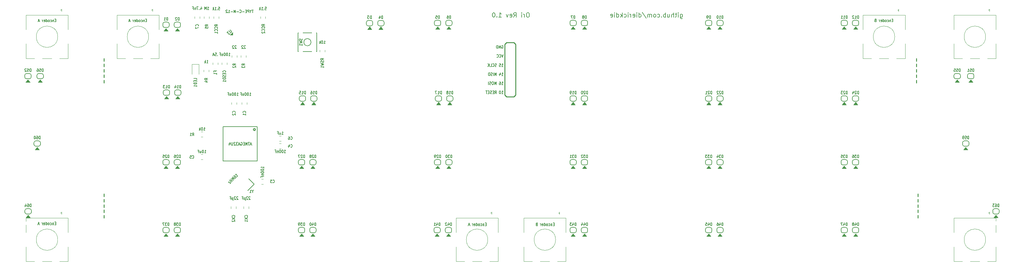
<source format=gbo>
G04 #@! TF.GenerationSoftware,KiCad,Pcbnew,(5.1.2-1)-1*
G04 #@! TF.CreationDate,2020-07-25T15:19:09-05:00*
G04 #@! TF.ProjectId,Ori,4f72692e-6b69-4636-9164-5f7063625858,rev?*
G04 #@! TF.SameCoordinates,Original*
G04 #@! TF.FileFunction,Legend,Bot*
G04 #@! TF.FilePolarity,Positive*
%FSLAX46Y46*%
G04 Gerber Fmt 4.6, Leading zero omitted, Abs format (unit mm)*
G04 Created by KiCad (PCBNEW (5.1.2-1)-1) date 2020-07-25 15:19:09*
%MOMM*%
%LPD*%
G04 APERTURE LIST*
%ADD10C,0.150000*%
%ADD11C,0.250000*%
%ADD12C,0.200000*%
%ADD13C,0.120000*%
%ADD14C,0.254000*%
%ADD15C,0.100000*%
%ADD16C,0.203200*%
%ADD17R,2.102000X2.102000*%
%ADD18C,2.102000*%
%ADD19R,2.102000X3.302000*%
%ADD20C,1.252000*%
%ADD21C,0.902000*%
%ADD22C,2.642000*%
%ADD23C,1.803800*%
%ADD24C,4.089800*%
%ADD25C,1.902000*%
%ADD26C,1.803400*%
%ADD27C,1.102000*%
%ADD28R,0.900000X1.900000*%
%ADD29R,1.900000X0.900000*%
%ADD30C,0.702000*%
%ADD31O,1.402000X2.502000*%
%ADD32C,0.402000*%
%ADD33O,1.402000X2.002000*%
%ADD34C,0.752000*%
%ADD35R,0.752000X1.162000*%
%ADD36R,1.202000X1.902000*%
%ADD37C,3.602000*%
G04 APERTURE END LIST*
D10*
X203680333Y-105836857D02*
X203447000Y-105836857D01*
X203347000Y-106255904D02*
X203680333Y-106255904D01*
X203680333Y-105455904D01*
X203347000Y-105455904D01*
X203047000Y-105722571D02*
X203047000Y-106255904D01*
X203047000Y-105798761D02*
X203013666Y-105760666D01*
X202947000Y-105722571D01*
X202847000Y-105722571D01*
X202780333Y-105760666D01*
X202747000Y-105836857D01*
X202747000Y-106255904D01*
X202113666Y-106217809D02*
X202180333Y-106255904D01*
X202313666Y-106255904D01*
X202380333Y-106217809D01*
X202413666Y-106179714D01*
X202447000Y-106103523D01*
X202447000Y-105874952D01*
X202413666Y-105798761D01*
X202380333Y-105760666D01*
X202313666Y-105722571D01*
X202180333Y-105722571D01*
X202113666Y-105760666D01*
X201713666Y-106255904D02*
X201780333Y-106217809D01*
X201813666Y-106179714D01*
X201847000Y-106103523D01*
X201847000Y-105874952D01*
X201813666Y-105798761D01*
X201780333Y-105760666D01*
X201713666Y-105722571D01*
X201613666Y-105722571D01*
X201547000Y-105760666D01*
X201513666Y-105798761D01*
X201480333Y-105874952D01*
X201480333Y-106103523D01*
X201513666Y-106179714D01*
X201547000Y-106217809D01*
X201613666Y-106255904D01*
X201713666Y-106255904D01*
X200880333Y-106255904D02*
X200880333Y-105455904D01*
X200880333Y-106217809D02*
X200947000Y-106255904D01*
X201080333Y-106255904D01*
X201147000Y-106217809D01*
X201180333Y-106179714D01*
X201213666Y-106103523D01*
X201213666Y-105874952D01*
X201180333Y-105798761D01*
X201147000Y-105760666D01*
X201080333Y-105722571D01*
X200947000Y-105722571D01*
X200880333Y-105760666D01*
X200280333Y-106217809D02*
X200347000Y-106255904D01*
X200480333Y-106255904D01*
X200547000Y-106217809D01*
X200580333Y-106141619D01*
X200580333Y-105836857D01*
X200547000Y-105760666D01*
X200480333Y-105722571D01*
X200347000Y-105722571D01*
X200280333Y-105760666D01*
X200247000Y-105836857D01*
X200247000Y-105913047D01*
X200580333Y-105989238D01*
X199947000Y-106255904D02*
X199947000Y-105722571D01*
X199947000Y-105874952D02*
X199913666Y-105798761D01*
X199880333Y-105760666D01*
X199813666Y-105722571D01*
X199747000Y-105722571D01*
X198747000Y-105836857D02*
X198647000Y-105874952D01*
X198613666Y-105913047D01*
X198580333Y-105989238D01*
X198580333Y-106103523D01*
X198613666Y-106179714D01*
X198647000Y-106217809D01*
X198713666Y-106255904D01*
X198980333Y-106255904D01*
X198980333Y-105455904D01*
X198747000Y-105455904D01*
X198680333Y-105494000D01*
X198647000Y-105532095D01*
X198613666Y-105608285D01*
X198613666Y-105684476D01*
X198647000Y-105760666D01*
X198680333Y-105798761D01*
X198747000Y-105836857D01*
X198980333Y-105836857D01*
X184630333Y-105836857D02*
X184397000Y-105836857D01*
X184297000Y-106255904D02*
X184630333Y-106255904D01*
X184630333Y-105455904D01*
X184297000Y-105455904D01*
X183997000Y-105722571D02*
X183997000Y-106255904D01*
X183997000Y-105798761D02*
X183963666Y-105760666D01*
X183897000Y-105722571D01*
X183797000Y-105722571D01*
X183730333Y-105760666D01*
X183697000Y-105836857D01*
X183697000Y-106255904D01*
X183063666Y-106217809D02*
X183130333Y-106255904D01*
X183263666Y-106255904D01*
X183330333Y-106217809D01*
X183363666Y-106179714D01*
X183397000Y-106103523D01*
X183397000Y-105874952D01*
X183363666Y-105798761D01*
X183330333Y-105760666D01*
X183263666Y-105722571D01*
X183130333Y-105722571D01*
X183063666Y-105760666D01*
X182663666Y-106255904D02*
X182730333Y-106217809D01*
X182763666Y-106179714D01*
X182797000Y-106103523D01*
X182797000Y-105874952D01*
X182763666Y-105798761D01*
X182730333Y-105760666D01*
X182663666Y-105722571D01*
X182563666Y-105722571D01*
X182497000Y-105760666D01*
X182463666Y-105798761D01*
X182430333Y-105874952D01*
X182430333Y-106103523D01*
X182463666Y-106179714D01*
X182497000Y-106217809D01*
X182563666Y-106255904D01*
X182663666Y-106255904D01*
X181830333Y-106255904D02*
X181830333Y-105455904D01*
X181830333Y-106217809D02*
X181897000Y-106255904D01*
X182030333Y-106255904D01*
X182097000Y-106217809D01*
X182130333Y-106179714D01*
X182163666Y-106103523D01*
X182163666Y-105874952D01*
X182130333Y-105798761D01*
X182097000Y-105760666D01*
X182030333Y-105722571D01*
X181897000Y-105722571D01*
X181830333Y-105760666D01*
X181230333Y-106217809D02*
X181297000Y-106255904D01*
X181430333Y-106255904D01*
X181497000Y-106217809D01*
X181530333Y-106141619D01*
X181530333Y-105836857D01*
X181497000Y-105760666D01*
X181430333Y-105722571D01*
X181297000Y-105722571D01*
X181230333Y-105760666D01*
X181197000Y-105836857D01*
X181197000Y-105913047D01*
X181530333Y-105989238D01*
X180897000Y-106255904D02*
X180897000Y-105722571D01*
X180897000Y-105874952D02*
X180863666Y-105798761D01*
X180830333Y-105760666D01*
X180763666Y-105722571D01*
X180697000Y-105722571D01*
X179963666Y-106027333D02*
X179630333Y-106027333D01*
X180030333Y-106255904D02*
X179797000Y-105455904D01*
X179563666Y-106255904D01*
X298553333Y-48582857D02*
X298320000Y-48582857D01*
X298220000Y-49001904D02*
X298553333Y-49001904D01*
X298553333Y-48201904D01*
X298220000Y-48201904D01*
X297920000Y-48468571D02*
X297920000Y-49001904D01*
X297920000Y-48544761D02*
X297886666Y-48506666D01*
X297820000Y-48468571D01*
X297720000Y-48468571D01*
X297653333Y-48506666D01*
X297620000Y-48582857D01*
X297620000Y-49001904D01*
X296986666Y-48963809D02*
X297053333Y-49001904D01*
X297186666Y-49001904D01*
X297253333Y-48963809D01*
X297286666Y-48925714D01*
X297320000Y-48849523D01*
X297320000Y-48620952D01*
X297286666Y-48544761D01*
X297253333Y-48506666D01*
X297186666Y-48468571D01*
X297053333Y-48468571D01*
X296986666Y-48506666D01*
X296586666Y-49001904D02*
X296653333Y-48963809D01*
X296686666Y-48925714D01*
X296720000Y-48849523D01*
X296720000Y-48620952D01*
X296686666Y-48544761D01*
X296653333Y-48506666D01*
X296586666Y-48468571D01*
X296486666Y-48468571D01*
X296420000Y-48506666D01*
X296386666Y-48544761D01*
X296353333Y-48620952D01*
X296353333Y-48849523D01*
X296386666Y-48925714D01*
X296420000Y-48963809D01*
X296486666Y-49001904D01*
X296586666Y-49001904D01*
X295753333Y-49001904D02*
X295753333Y-48201904D01*
X295753333Y-48963809D02*
X295820000Y-49001904D01*
X295953333Y-49001904D01*
X296020000Y-48963809D01*
X296053333Y-48925714D01*
X296086666Y-48849523D01*
X296086666Y-48620952D01*
X296053333Y-48544761D01*
X296020000Y-48506666D01*
X295953333Y-48468571D01*
X295820000Y-48468571D01*
X295753333Y-48506666D01*
X295153333Y-48963809D02*
X295220000Y-49001904D01*
X295353333Y-49001904D01*
X295420000Y-48963809D01*
X295453333Y-48887619D01*
X295453333Y-48582857D01*
X295420000Y-48506666D01*
X295353333Y-48468571D01*
X295220000Y-48468571D01*
X295153333Y-48506666D01*
X295120000Y-48582857D01*
X295120000Y-48659047D01*
X295453333Y-48735238D01*
X294820000Y-49001904D02*
X294820000Y-48468571D01*
X294820000Y-48620952D02*
X294786666Y-48544761D01*
X294753333Y-48506666D01*
X294686666Y-48468571D01*
X294620000Y-48468571D01*
X293620000Y-48582857D02*
X293520000Y-48620952D01*
X293486666Y-48659047D01*
X293453333Y-48735238D01*
X293453333Y-48849523D01*
X293486666Y-48925714D01*
X293520000Y-48963809D01*
X293586666Y-49001904D01*
X293853333Y-49001904D01*
X293853333Y-48201904D01*
X293620000Y-48201904D01*
X293553333Y-48240000D01*
X293520000Y-48278095D01*
X293486666Y-48354285D01*
X293486666Y-48430476D01*
X293520000Y-48506666D01*
X293553333Y-48544761D01*
X293620000Y-48582857D01*
X293853333Y-48582857D01*
X64043333Y-105582857D02*
X63810000Y-105582857D01*
X63710000Y-106001904D02*
X64043333Y-106001904D01*
X64043333Y-105201904D01*
X63710000Y-105201904D01*
X63410000Y-105468571D02*
X63410000Y-106001904D01*
X63410000Y-105544761D02*
X63376666Y-105506666D01*
X63310000Y-105468571D01*
X63210000Y-105468571D01*
X63143333Y-105506666D01*
X63110000Y-105582857D01*
X63110000Y-106001904D01*
X62476666Y-105963809D02*
X62543333Y-106001904D01*
X62676666Y-106001904D01*
X62743333Y-105963809D01*
X62776666Y-105925714D01*
X62810000Y-105849523D01*
X62810000Y-105620952D01*
X62776666Y-105544761D01*
X62743333Y-105506666D01*
X62676666Y-105468571D01*
X62543333Y-105468571D01*
X62476666Y-105506666D01*
X62076666Y-106001904D02*
X62143333Y-105963809D01*
X62176666Y-105925714D01*
X62210000Y-105849523D01*
X62210000Y-105620952D01*
X62176666Y-105544761D01*
X62143333Y-105506666D01*
X62076666Y-105468571D01*
X61976666Y-105468571D01*
X61910000Y-105506666D01*
X61876666Y-105544761D01*
X61843333Y-105620952D01*
X61843333Y-105849523D01*
X61876666Y-105925714D01*
X61910000Y-105963809D01*
X61976666Y-106001904D01*
X62076666Y-106001904D01*
X61243333Y-106001904D02*
X61243333Y-105201904D01*
X61243333Y-105963809D02*
X61310000Y-106001904D01*
X61443333Y-106001904D01*
X61510000Y-105963809D01*
X61543333Y-105925714D01*
X61576666Y-105849523D01*
X61576666Y-105620952D01*
X61543333Y-105544761D01*
X61510000Y-105506666D01*
X61443333Y-105468571D01*
X61310000Y-105468571D01*
X61243333Y-105506666D01*
X60643333Y-105963809D02*
X60710000Y-106001904D01*
X60843333Y-106001904D01*
X60910000Y-105963809D01*
X60943333Y-105887619D01*
X60943333Y-105582857D01*
X60910000Y-105506666D01*
X60843333Y-105468571D01*
X60710000Y-105468571D01*
X60643333Y-105506666D01*
X60610000Y-105582857D01*
X60610000Y-105659047D01*
X60943333Y-105735238D01*
X60310000Y-106001904D02*
X60310000Y-105468571D01*
X60310000Y-105620952D02*
X60276666Y-105544761D01*
X60243333Y-105506666D01*
X60176666Y-105468571D01*
X60110000Y-105468571D01*
X59376666Y-105773333D02*
X59043333Y-105773333D01*
X59443333Y-106001904D02*
X59210000Y-105201904D01*
X58976666Y-106001904D01*
X89503333Y-48582857D02*
X89270000Y-48582857D01*
X89170000Y-49001904D02*
X89503333Y-49001904D01*
X89503333Y-48201904D01*
X89170000Y-48201904D01*
X88870000Y-48468571D02*
X88870000Y-49001904D01*
X88870000Y-48544761D02*
X88836666Y-48506666D01*
X88770000Y-48468571D01*
X88670000Y-48468571D01*
X88603333Y-48506666D01*
X88570000Y-48582857D01*
X88570000Y-49001904D01*
X87936666Y-48963809D02*
X88003333Y-49001904D01*
X88136666Y-49001904D01*
X88203333Y-48963809D01*
X88236666Y-48925714D01*
X88270000Y-48849523D01*
X88270000Y-48620952D01*
X88236666Y-48544761D01*
X88203333Y-48506666D01*
X88136666Y-48468571D01*
X88003333Y-48468571D01*
X87936666Y-48506666D01*
X87536666Y-49001904D02*
X87603333Y-48963809D01*
X87636666Y-48925714D01*
X87670000Y-48849523D01*
X87670000Y-48620952D01*
X87636666Y-48544761D01*
X87603333Y-48506666D01*
X87536666Y-48468571D01*
X87436666Y-48468571D01*
X87370000Y-48506666D01*
X87336666Y-48544761D01*
X87303333Y-48620952D01*
X87303333Y-48849523D01*
X87336666Y-48925714D01*
X87370000Y-48963809D01*
X87436666Y-49001904D01*
X87536666Y-49001904D01*
X86703333Y-49001904D02*
X86703333Y-48201904D01*
X86703333Y-48963809D02*
X86770000Y-49001904D01*
X86903333Y-49001904D01*
X86970000Y-48963809D01*
X87003333Y-48925714D01*
X87036666Y-48849523D01*
X87036666Y-48620952D01*
X87003333Y-48544761D01*
X86970000Y-48506666D01*
X86903333Y-48468571D01*
X86770000Y-48468571D01*
X86703333Y-48506666D01*
X86103333Y-48963809D02*
X86170000Y-49001904D01*
X86303333Y-49001904D01*
X86370000Y-48963809D01*
X86403333Y-48887619D01*
X86403333Y-48582857D01*
X86370000Y-48506666D01*
X86303333Y-48468571D01*
X86170000Y-48468571D01*
X86103333Y-48506666D01*
X86070000Y-48582857D01*
X86070000Y-48659047D01*
X86403333Y-48735238D01*
X85770000Y-49001904D02*
X85770000Y-48468571D01*
X85770000Y-48620952D02*
X85736666Y-48544761D01*
X85703333Y-48506666D01*
X85636666Y-48468571D01*
X85570000Y-48468571D01*
X84836666Y-48773333D02*
X84503333Y-48773333D01*
X84903333Y-49001904D02*
X84670000Y-48201904D01*
X84436666Y-49001904D01*
X64103333Y-48582857D02*
X63870000Y-48582857D01*
X63770000Y-49001904D02*
X64103333Y-49001904D01*
X64103333Y-48201904D01*
X63770000Y-48201904D01*
X63470000Y-48468571D02*
X63470000Y-49001904D01*
X63470000Y-48544761D02*
X63436666Y-48506666D01*
X63370000Y-48468571D01*
X63270000Y-48468571D01*
X63203333Y-48506666D01*
X63170000Y-48582857D01*
X63170000Y-49001904D01*
X62536666Y-48963809D02*
X62603333Y-49001904D01*
X62736666Y-49001904D01*
X62803333Y-48963809D01*
X62836666Y-48925714D01*
X62870000Y-48849523D01*
X62870000Y-48620952D01*
X62836666Y-48544761D01*
X62803333Y-48506666D01*
X62736666Y-48468571D01*
X62603333Y-48468571D01*
X62536666Y-48506666D01*
X62136666Y-49001904D02*
X62203333Y-48963809D01*
X62236666Y-48925714D01*
X62270000Y-48849523D01*
X62270000Y-48620952D01*
X62236666Y-48544761D01*
X62203333Y-48506666D01*
X62136666Y-48468571D01*
X62036666Y-48468571D01*
X61970000Y-48506666D01*
X61936666Y-48544761D01*
X61903333Y-48620952D01*
X61903333Y-48849523D01*
X61936666Y-48925714D01*
X61970000Y-48963809D01*
X62036666Y-49001904D01*
X62136666Y-49001904D01*
X61303333Y-49001904D02*
X61303333Y-48201904D01*
X61303333Y-48963809D02*
X61370000Y-49001904D01*
X61503333Y-49001904D01*
X61570000Y-48963809D01*
X61603333Y-48925714D01*
X61636666Y-48849523D01*
X61636666Y-48620952D01*
X61603333Y-48544761D01*
X61570000Y-48506666D01*
X61503333Y-48468571D01*
X61370000Y-48468571D01*
X61303333Y-48506666D01*
X60703333Y-48963809D02*
X60770000Y-49001904D01*
X60903333Y-49001904D01*
X60970000Y-48963809D01*
X61003333Y-48887619D01*
X61003333Y-48582857D01*
X60970000Y-48506666D01*
X60903333Y-48468571D01*
X60770000Y-48468571D01*
X60703333Y-48506666D01*
X60670000Y-48582857D01*
X60670000Y-48659047D01*
X61003333Y-48735238D01*
X60370000Y-49001904D02*
X60370000Y-48468571D01*
X60370000Y-48620952D02*
X60336666Y-48544761D01*
X60303333Y-48506666D01*
X60236666Y-48468571D01*
X60170000Y-48468571D01*
X59436666Y-48773333D02*
X59103333Y-48773333D01*
X59503333Y-49001904D02*
X59270000Y-48201904D01*
X59036666Y-49001904D01*
D11*
X77519641Y-65359830D02*
X77519641Y-66119830D01*
X77519641Y-63839834D02*
X77519641Y-64599834D01*
X77519641Y-62319838D02*
X77519641Y-63079838D01*
X77519641Y-60799842D02*
X77519641Y-61559842D01*
X77519641Y-59279846D02*
X77519641Y-60039846D01*
X77519641Y-103359730D02*
X77519641Y-104119730D01*
X77519641Y-101839734D02*
X77519641Y-102599734D01*
X77519641Y-100319738D02*
X77519641Y-101079738D01*
X77519641Y-98799742D02*
X77519641Y-99559742D01*
X77519641Y-97279746D02*
X77519641Y-98039746D01*
X305139708Y-65359803D02*
X305139708Y-66119803D01*
X305139708Y-63839807D02*
X305139708Y-64599807D01*
X305139708Y-62319811D02*
X305139708Y-63079811D01*
X305139708Y-60799815D02*
X305139708Y-61559815D01*
X305139708Y-59279819D02*
X305139708Y-60039819D01*
X305519758Y-103359730D02*
X305519758Y-104119730D01*
X305519758Y-101839734D02*
X305519758Y-102599734D01*
X305519758Y-100319738D02*
X305519758Y-101079738D01*
X305519758Y-98799742D02*
X305519758Y-99559742D01*
X305519758Y-97279744D02*
X305519758Y-98039744D01*
D12*
X239013291Y-46852020D02*
X239013291Y-47863925D01*
X239072815Y-47982973D01*
X239132339Y-48042497D01*
X239251386Y-48102020D01*
X239429958Y-48102020D01*
X239549005Y-48042497D01*
X239013291Y-47625830D02*
X239132339Y-47685354D01*
X239370434Y-47685354D01*
X239489482Y-47625830D01*
X239549005Y-47566306D01*
X239608529Y-47447258D01*
X239608529Y-47090116D01*
X239549005Y-46971068D01*
X239489482Y-46911544D01*
X239370434Y-46852020D01*
X239132339Y-46852020D01*
X239013291Y-46911544D01*
X238418053Y-47685354D02*
X238418053Y-46852020D01*
X238418053Y-46435354D02*
X238477577Y-46494878D01*
X238418053Y-46554401D01*
X238358529Y-46494878D01*
X238418053Y-46435354D01*
X238418053Y-46554401D01*
X238001386Y-46852020D02*
X237525196Y-46852020D01*
X237822815Y-46435354D02*
X237822815Y-47506782D01*
X237763291Y-47625830D01*
X237644244Y-47685354D01*
X237525196Y-47685354D01*
X237108529Y-47685354D02*
X237108529Y-46435354D01*
X236572815Y-47685354D02*
X236572815Y-47030592D01*
X236632339Y-46911544D01*
X236751386Y-46852020D01*
X236929958Y-46852020D01*
X237049005Y-46911544D01*
X237108529Y-46971068D01*
X235441863Y-46852020D02*
X235441863Y-47685354D01*
X235977577Y-46852020D02*
X235977577Y-47506782D01*
X235918053Y-47625830D01*
X235799005Y-47685354D01*
X235620434Y-47685354D01*
X235501386Y-47625830D01*
X235441863Y-47566306D01*
X234846624Y-47685354D02*
X234846624Y-46435354D01*
X234846624Y-46911544D02*
X234727577Y-46852020D01*
X234489482Y-46852020D01*
X234370434Y-46911544D01*
X234310910Y-46971068D01*
X234251386Y-47090116D01*
X234251386Y-47447258D01*
X234310910Y-47566306D01*
X234370434Y-47625830D01*
X234489482Y-47685354D01*
X234727577Y-47685354D01*
X234846624Y-47625830D01*
X233715672Y-47566306D02*
X233656148Y-47625830D01*
X233715672Y-47685354D01*
X233775196Y-47625830D01*
X233715672Y-47566306D01*
X233715672Y-47685354D01*
X232584720Y-47625830D02*
X232703767Y-47685354D01*
X232941863Y-47685354D01*
X233060910Y-47625830D01*
X233120434Y-47566306D01*
X233179958Y-47447258D01*
X233179958Y-47090116D01*
X233120434Y-46971068D01*
X233060910Y-46911544D01*
X232941863Y-46852020D01*
X232703767Y-46852020D01*
X232584720Y-46911544D01*
X231870434Y-47685354D02*
X231989482Y-47625830D01*
X232049005Y-47566306D01*
X232108529Y-47447258D01*
X232108529Y-47090116D01*
X232049005Y-46971068D01*
X231989482Y-46911544D01*
X231870434Y-46852020D01*
X231691863Y-46852020D01*
X231572815Y-46911544D01*
X231513291Y-46971068D01*
X231453767Y-47090116D01*
X231453767Y-47447258D01*
X231513291Y-47566306D01*
X231572815Y-47625830D01*
X231691863Y-47685354D01*
X231870434Y-47685354D01*
X230918053Y-47685354D02*
X230918053Y-46852020D01*
X230918053Y-46971068D02*
X230858529Y-46911544D01*
X230739482Y-46852020D01*
X230560910Y-46852020D01*
X230441863Y-46911544D01*
X230382339Y-47030592D01*
X230382339Y-47685354D01*
X230382339Y-47030592D02*
X230322815Y-46911544D01*
X230203767Y-46852020D01*
X230025196Y-46852020D01*
X229906148Y-46911544D01*
X229846624Y-47030592D01*
X229846624Y-47685354D01*
X228358529Y-46375830D02*
X229429958Y-47982973D01*
X227406148Y-47685354D02*
X227406148Y-46435354D01*
X227406148Y-47625830D02*
X227525196Y-47685354D01*
X227763291Y-47685354D01*
X227882339Y-47625830D01*
X227941863Y-47566306D01*
X228001386Y-47447258D01*
X228001386Y-47090116D01*
X227941863Y-46971068D01*
X227882339Y-46911544D01*
X227763291Y-46852020D01*
X227525196Y-46852020D01*
X227406148Y-46911544D01*
X226810910Y-47685354D02*
X226810910Y-46852020D01*
X226810910Y-46435354D02*
X226870434Y-46494878D01*
X226810910Y-46554401D01*
X226751386Y-46494878D01*
X226810910Y-46435354D01*
X226810910Y-46554401D01*
X225739482Y-47625830D02*
X225858529Y-47685354D01*
X226096624Y-47685354D01*
X226215672Y-47625830D01*
X226275196Y-47506782D01*
X226275196Y-47030592D01*
X226215672Y-46911544D01*
X226096624Y-46852020D01*
X225858529Y-46852020D01*
X225739482Y-46911544D01*
X225679958Y-47030592D01*
X225679958Y-47149639D01*
X226275196Y-47268687D01*
X225144244Y-47685354D02*
X225144244Y-46852020D01*
X225144244Y-47090116D02*
X225084720Y-46971068D01*
X225025196Y-46911544D01*
X224906148Y-46852020D01*
X224787101Y-46852020D01*
X224370434Y-47685354D02*
X224370434Y-46852020D01*
X224370434Y-46435354D02*
X224429958Y-46494878D01*
X224370434Y-46554401D01*
X224310910Y-46494878D01*
X224370434Y-46435354D01*
X224370434Y-46554401D01*
X223239482Y-47625830D02*
X223358529Y-47685354D01*
X223596624Y-47685354D01*
X223715672Y-47625830D01*
X223775196Y-47566306D01*
X223834720Y-47447258D01*
X223834720Y-47090116D01*
X223775196Y-46971068D01*
X223715672Y-46911544D01*
X223596624Y-46852020D01*
X223358529Y-46852020D01*
X223239482Y-46911544D01*
X222703767Y-47685354D02*
X222703767Y-46435354D01*
X222584720Y-47209163D02*
X222227577Y-47685354D01*
X222227577Y-46852020D02*
X222703767Y-47328211D01*
X221156148Y-47685354D02*
X221156148Y-46435354D01*
X221156148Y-47625830D02*
X221275196Y-47685354D01*
X221513291Y-47685354D01*
X221632339Y-47625830D01*
X221691863Y-47566306D01*
X221751386Y-47447258D01*
X221751386Y-47090116D01*
X221691863Y-46971068D01*
X221632339Y-46911544D01*
X221513291Y-46852020D01*
X221275196Y-46852020D01*
X221156148Y-46911544D01*
X220560910Y-47685354D02*
X220560910Y-46852020D01*
X220560910Y-46435354D02*
X220620434Y-46494878D01*
X220560910Y-46554401D01*
X220501386Y-46494878D01*
X220560910Y-46435354D01*
X220560910Y-46554401D01*
X219489482Y-47625830D02*
X219608529Y-47685354D01*
X219846624Y-47685354D01*
X219965672Y-47625830D01*
X220025196Y-47506782D01*
X220025196Y-47030592D01*
X219965672Y-46911544D01*
X219846624Y-46852020D01*
X219608529Y-46852020D01*
X219489482Y-46911544D01*
X219429958Y-47030592D01*
X219429958Y-47149639D01*
X220025196Y-47268687D01*
X196400296Y-46435354D02*
X196162201Y-46435354D01*
X196043153Y-46494878D01*
X195924105Y-46613925D01*
X195864582Y-46852020D01*
X195864582Y-47268687D01*
X195924105Y-47506782D01*
X196043153Y-47625830D01*
X196162201Y-47685354D01*
X196400296Y-47685354D01*
X196519344Y-47625830D01*
X196638391Y-47506782D01*
X196697915Y-47268687D01*
X196697915Y-46852020D01*
X196638391Y-46613925D01*
X196519344Y-46494878D01*
X196400296Y-46435354D01*
X195328867Y-47685354D02*
X195328867Y-46852020D01*
X195328867Y-47090116D02*
X195269344Y-46971068D01*
X195209820Y-46911544D01*
X195090772Y-46852020D01*
X194971724Y-46852020D01*
X194555058Y-47685354D02*
X194555058Y-46852020D01*
X194555058Y-46435354D02*
X194614582Y-46494878D01*
X194555058Y-46554401D01*
X194495534Y-46494878D01*
X194555058Y-46435354D01*
X194555058Y-46554401D01*
X192293153Y-47685354D02*
X192709820Y-47090116D01*
X193007439Y-47685354D02*
X193007439Y-46435354D01*
X192531248Y-46435354D01*
X192412201Y-46494878D01*
X192352677Y-46554401D01*
X192293153Y-46673449D01*
X192293153Y-46852020D01*
X192352677Y-46971068D01*
X192412201Y-47030592D01*
X192531248Y-47090116D01*
X193007439Y-47090116D01*
X191281248Y-47625830D02*
X191400296Y-47685354D01*
X191638391Y-47685354D01*
X191757439Y-47625830D01*
X191816963Y-47506782D01*
X191816963Y-47030592D01*
X191757439Y-46911544D01*
X191638391Y-46852020D01*
X191400296Y-46852020D01*
X191281248Y-46911544D01*
X191221724Y-47030592D01*
X191221724Y-47149639D01*
X191816963Y-47268687D01*
X190805058Y-46852020D02*
X190507439Y-47685354D01*
X190209820Y-46852020D01*
X188126486Y-47685354D02*
X188840772Y-47685354D01*
X188483629Y-47685354D02*
X188483629Y-46435354D01*
X188602677Y-46613925D01*
X188721724Y-46732973D01*
X188840772Y-46792497D01*
X187590772Y-47566306D02*
X187531248Y-47625830D01*
X187590772Y-47685354D01*
X187650296Y-47625830D01*
X187590772Y-47566306D01*
X187590772Y-47685354D01*
X186757439Y-46435354D02*
X186638391Y-46435354D01*
X186519344Y-46494878D01*
X186459820Y-46554401D01*
X186400296Y-46673449D01*
X186340772Y-46911544D01*
X186340772Y-47209163D01*
X186400296Y-47447258D01*
X186459820Y-47566306D01*
X186519344Y-47625830D01*
X186638391Y-47685354D01*
X186757439Y-47685354D01*
X186876486Y-47625830D01*
X186936010Y-47566306D01*
X186995534Y-47447258D01*
X187055058Y-47209163D01*
X187055058Y-46911544D01*
X186995534Y-46673449D01*
X186936010Y-46554401D01*
X186876486Y-46494878D01*
X186757439Y-46435354D01*
D10*
X114801647Y-92487164D02*
X115084490Y-92204321D01*
X114943068Y-92345742D02*
X114377383Y-91780057D01*
X114505335Y-91813729D01*
X114606351Y-91820463D01*
X114680429Y-91800260D01*
X113811697Y-92345742D02*
X113905978Y-92251462D01*
X113980056Y-92231258D01*
X114030564Y-92234626D01*
X114158516Y-92268297D01*
X114289836Y-92352477D01*
X114505335Y-92567976D01*
X114535640Y-92645421D01*
X114539007Y-92695929D01*
X114518804Y-92770006D01*
X114424523Y-92864287D01*
X114350445Y-92884490D01*
X114299938Y-92881123D01*
X114222493Y-92850819D01*
X114087806Y-92716132D01*
X114057501Y-92638687D01*
X114054134Y-92588179D01*
X114074337Y-92514101D01*
X114168618Y-92419820D01*
X114242696Y-92399617D01*
X114293203Y-92402984D01*
X114370648Y-92433289D01*
X114118110Y-93170700D02*
X113552425Y-92605015D01*
X113791494Y-93174068D01*
X113222442Y-92934998D01*
X113788127Y-93500684D01*
X113552425Y-93736386D02*
X112986739Y-93170700D01*
X113256113Y-93440074D02*
X112973271Y-93722917D01*
X113269582Y-94019228D02*
X112703897Y-93453543D01*
X112703897Y-93830667D02*
X112444624Y-94089939D01*
X113081020Y-94207790D01*
X112821748Y-94467063D01*
D13*
X325605136Y-45387162D02*
X325605136Y-45987162D01*
X325305136Y-45687162D02*
X325605136Y-45387162D01*
X325605136Y-45987162D02*
X325305136Y-45687162D01*
X315605136Y-51187162D02*
X315605136Y-47087162D01*
X327405136Y-51187162D02*
X327405136Y-47087162D01*
X315605136Y-59287162D02*
X315605136Y-55187162D01*
X318005136Y-59287162D02*
X315605136Y-59287162D01*
X322805136Y-59287162D02*
X320205136Y-59287162D01*
X327405136Y-59287162D02*
X325005136Y-59287162D01*
X327405136Y-55187162D02*
X327405136Y-59287162D01*
X327405136Y-47087162D02*
X315605136Y-47087162D01*
X324505136Y-53187162D02*
G75*
G03X324505136Y-53187162I-3000000J0D01*
G01*
X205144719Y-102387012D02*
X205144719Y-102987012D01*
X204844719Y-102687012D02*
X205144719Y-102387012D01*
X205144719Y-102987012D02*
X204844719Y-102687012D01*
X195144719Y-108187012D02*
X195144719Y-104087012D01*
X206944719Y-108187012D02*
X206944719Y-104087012D01*
X195144719Y-116287012D02*
X195144719Y-112187012D01*
X197544719Y-116287012D02*
X195144719Y-116287012D01*
X202344719Y-116287012D02*
X199744719Y-116287012D01*
X206944719Y-116287012D02*
X204544719Y-116287012D01*
X206944719Y-112187012D02*
X206944719Y-116287012D01*
X206944719Y-104087012D02*
X195144719Y-104087012D01*
X204044719Y-110187012D02*
G75*
G03X204044719Y-110187012I-3000000J0D01*
G01*
X186144769Y-102387012D02*
X186144769Y-102987012D01*
X185844769Y-102687012D02*
X186144769Y-102387012D01*
X186144769Y-102987012D02*
X185844769Y-102687012D01*
X176144769Y-108187012D02*
X176144769Y-104087012D01*
X187944769Y-108187012D02*
X187944769Y-104087012D01*
X176144769Y-116287012D02*
X176144769Y-112187012D01*
X178544769Y-116287012D02*
X176144769Y-116287012D01*
X183344769Y-116287012D02*
X180744769Y-116287012D01*
X187944769Y-116287012D02*
X185544769Y-116287012D01*
X187944769Y-112187012D02*
X187944769Y-116287012D01*
X187944769Y-104087012D02*
X176144769Y-104087012D01*
X185044769Y-110187012D02*
G75*
G03X185044769Y-110187012I-3000000J0D01*
G01*
X300144469Y-45387162D02*
X300144469Y-45987162D01*
X299844469Y-45687162D02*
X300144469Y-45387162D01*
X300144469Y-45987162D02*
X299844469Y-45687162D01*
X290144469Y-51187162D02*
X290144469Y-47087162D01*
X301944469Y-51187162D02*
X301944469Y-47087162D01*
X290144469Y-59287162D02*
X290144469Y-55187162D01*
X292544469Y-59287162D02*
X290144469Y-59287162D01*
X297344469Y-59287162D02*
X294744469Y-59287162D01*
X301944469Y-59287162D02*
X299544469Y-59287162D01*
X301944469Y-55187162D02*
X301944469Y-59287162D01*
X301944469Y-47087162D02*
X290144469Y-47087162D01*
X299044469Y-53187162D02*
G75*
G03X299044469Y-53187162I-3000000J0D01*
G01*
X325605136Y-102387012D02*
X325605136Y-102987012D01*
X325305136Y-102687012D02*
X325605136Y-102387012D01*
X325605136Y-102987012D02*
X325305136Y-102687012D01*
X315605136Y-108187012D02*
X315605136Y-104087012D01*
X327405136Y-108187012D02*
X327405136Y-104087012D01*
X315605136Y-116287012D02*
X315605136Y-112187012D01*
X318005136Y-116287012D02*
X315605136Y-116287012D01*
X322805136Y-116287012D02*
X320205136Y-116287012D01*
X327405136Y-116287012D02*
X325005136Y-116287012D01*
X327405136Y-112187012D02*
X327405136Y-116287012D01*
X327405136Y-104087012D02*
X315605136Y-104087012D01*
X324505136Y-110187012D02*
G75*
G03X324505136Y-110187012I-3000000J0D01*
G01*
X65685086Y-102387012D02*
X65685086Y-102987012D01*
X65385086Y-102687012D02*
X65685086Y-102387012D01*
X65685086Y-102987012D02*
X65385086Y-102687012D01*
X55685086Y-108187012D02*
X55685086Y-104087012D01*
X67485086Y-108187012D02*
X67485086Y-104087012D01*
X55685086Y-116287012D02*
X55685086Y-112187012D01*
X58085086Y-116287012D02*
X55685086Y-116287012D01*
X62885086Y-116287012D02*
X60285086Y-116287012D01*
X67485086Y-116287012D02*
X65085086Y-116287012D01*
X67485086Y-112187012D02*
X67485086Y-116287012D01*
X67485086Y-104087012D02*
X55685086Y-104087012D01*
X64585086Y-110187012D02*
G75*
G03X64585086Y-110187012I-3000000J0D01*
G01*
X91145399Y-45387302D02*
X91145399Y-45987302D01*
X90845399Y-45687302D02*
X91145399Y-45387302D01*
X91145399Y-45987302D02*
X90845399Y-45687302D01*
X81145399Y-51187302D02*
X81145399Y-47087302D01*
X92945399Y-51187302D02*
X92945399Y-47087302D01*
X81145399Y-59287302D02*
X81145399Y-55187302D01*
X83545399Y-59287302D02*
X81145399Y-59287302D01*
X88345399Y-59287302D02*
X85745399Y-59287302D01*
X92945399Y-59287302D02*
X90545399Y-59287302D01*
X92945399Y-55187302D02*
X92945399Y-59287302D01*
X92945399Y-47087302D02*
X81145399Y-47087302D01*
X90045399Y-53187302D02*
G75*
G03X90045399Y-53187302I-3000000J0D01*
G01*
X65685086Y-45387162D02*
X65685086Y-45987162D01*
X65385086Y-45687162D02*
X65685086Y-45387162D01*
X65685086Y-45987162D02*
X65385086Y-45687162D01*
X55685086Y-51187162D02*
X55685086Y-47087162D01*
X67485086Y-51187162D02*
X67485086Y-47087162D01*
X55685086Y-59287162D02*
X55685086Y-55187162D01*
X58085086Y-59287162D02*
X55685086Y-59287162D01*
X62885086Y-59287162D02*
X60285086Y-59287162D01*
X67485086Y-59287162D02*
X65085086Y-59287162D01*
X67485086Y-55187162D02*
X67485086Y-59287162D01*
X67485086Y-47087162D02*
X55685086Y-47087162D01*
X64585086Y-53187162D02*
G75*
G03X64585086Y-53187162I-3000000J0D01*
G01*
X105487000Y-62999252D02*
X105487000Y-62476748D01*
X106907000Y-62999252D02*
X106907000Y-62476748D01*
X104109000Y-60878000D02*
X104109000Y-63738000D01*
X102189000Y-60878000D02*
X104109000Y-60878000D01*
X102189000Y-63738000D02*
X102189000Y-60878000D01*
X111962000Y-60444748D02*
X111962000Y-60967252D01*
X110542000Y-60444748D02*
X110542000Y-60967252D01*
X107009000Y-47490748D02*
X107009000Y-48013252D01*
X105589000Y-47490748D02*
X105589000Y-48013252D01*
X104342000Y-47490748D02*
X104342000Y-48013252D01*
X102922000Y-47490748D02*
X102922000Y-48013252D01*
X137999000Y-57409252D02*
X137999000Y-56886748D01*
X139419000Y-57409252D02*
X139419000Y-56886748D01*
X122785999Y-47490748D02*
X122785999Y-48013252D01*
X121365999Y-47490748D02*
X121365999Y-48013252D01*
X108256000Y-47490748D02*
X108256000Y-48013252D01*
X109676000Y-47490748D02*
X109676000Y-48013252D01*
X115919999Y-58944254D02*
X115919999Y-58421750D01*
X117339999Y-58944254D02*
X117339999Y-58421750D01*
X113336000Y-58935252D02*
X113336000Y-58412748D01*
X114756000Y-58935252D02*
X114756000Y-58412748D01*
X104716247Y-79912002D02*
X105238751Y-79912002D01*
X104716247Y-81332002D02*
X105238751Y-81332002D01*
X121658748Y-93143000D02*
X122181252Y-93143000D01*
X121658748Y-94563000D02*
X122181252Y-94563000D01*
X126655747Y-83160002D02*
X127178251Y-83160002D01*
X126655747Y-84580002D02*
X127178251Y-84580002D01*
X113256999Y-72195254D02*
X113256999Y-71672750D01*
X114676999Y-72195254D02*
X114676999Y-71672750D01*
X116180499Y-72195254D02*
X116180499Y-71672750D01*
X117600499Y-72195254D02*
X117600499Y-71672750D01*
X105207251Y-87682002D02*
X104684747Y-87682002D01*
X105207251Y-86262002D02*
X104684747Y-86262002D01*
X118101999Y-100903750D02*
X118101999Y-101426254D01*
X116681999Y-100903750D02*
X116681999Y-101426254D01*
X114545999Y-100903750D02*
X114545999Y-101426254D01*
X113125999Y-100903750D02*
X113125999Y-101426254D01*
X126655747Y-81055002D02*
X127178251Y-81055002D01*
X126655747Y-82475002D02*
X127178251Y-82475002D01*
X108002000Y-60967252D02*
X108002000Y-60444748D01*
X109422000Y-60967252D02*
X109422000Y-60444748D01*
D12*
X119649207Y-94605792D02*
X117853155Y-96401843D01*
X118122563Y-93079148D02*
X119649207Y-94605792D01*
D14*
X192867200Y-55338000D02*
X192359200Y-54830000D01*
X192359200Y-54830000D02*
X190327200Y-54830000D01*
X190327200Y-54830000D02*
X189819200Y-55338000D01*
X189819200Y-55338000D02*
X189819200Y-69562000D01*
X189819200Y-69562000D02*
X190327200Y-70070000D01*
X190327200Y-70070000D02*
X192359200Y-70070000D01*
X192359200Y-70070000D02*
X192867200Y-69562000D01*
X192867200Y-69562000D02*
X192867200Y-55338000D01*
D15*
G36*
X56239700Y-65225200D02*
G01*
X55639700Y-66025200D01*
X56839700Y-66025200D01*
X56239700Y-65225200D01*
G37*
X56239700Y-65225200D02*
X55639700Y-66025200D01*
X56839700Y-66025200D01*
X56239700Y-65225200D01*
D12*
X57139700Y-64510962D02*
X57139700Y-64011000D01*
X56639700Y-65011000D02*
G75*
G03X57139700Y-64511000I0J500000D01*
G01*
X57139700Y-64011000D02*
G75*
G03X56639700Y-63511000I-500000J0D01*
G01*
X55839700Y-63511000D02*
X56639700Y-63511000D01*
X55839700Y-63511000D02*
G75*
G03X55339700Y-64011000I0J-500000D01*
G01*
X55339700Y-64011038D02*
X55339700Y-64511000D01*
X55839700Y-65011000D02*
X56639700Y-65011000D01*
X55339700Y-64511000D02*
G75*
G03X55839700Y-65011000I500000J0D01*
G01*
D15*
G36*
X327406000Y-103200200D02*
G01*
X326806000Y-104000200D01*
X328006000Y-104000200D01*
X327406000Y-103200200D01*
G37*
X327406000Y-103200200D02*
X326806000Y-104000200D01*
X328006000Y-104000200D01*
X327406000Y-103200200D01*
D12*
X328306000Y-102485962D02*
X328306000Y-101986000D01*
X327806000Y-102986000D02*
G75*
G03X328306000Y-102486000I0J500000D01*
G01*
X328306000Y-101986000D02*
G75*
G03X327806000Y-101486000I-500000J0D01*
G01*
X327006000Y-101486000D02*
X327806000Y-101486000D01*
X327006000Y-101486000D02*
G75*
G03X326506000Y-101986000I0J-500000D01*
G01*
X326506000Y-101986038D02*
X326506000Y-102486000D01*
X327006000Y-102986000D02*
X327806000Y-102986000D01*
X326506000Y-102486000D02*
G75*
G03X327006000Y-102986000I500000J0D01*
G01*
D14*
X119960199Y-79265002D02*
G75*
G03X119960199Y-79265002I-282700J0D01*
G01*
D16*
X120477499Y-88065002D02*
X120477499Y-78465002D01*
X110877499Y-88065002D02*
X120477499Y-88065002D01*
X110877499Y-78465002D02*
X110877499Y-88065002D01*
X120477499Y-78465002D02*
X110877499Y-78465002D01*
D15*
G36*
X94912999Y-50805577D02*
G01*
X94312999Y-51605577D01*
X95512999Y-51605577D01*
X94912999Y-50805577D01*
G37*
X94912999Y-50805577D02*
X94312999Y-51605577D01*
X95512999Y-51605577D01*
X94912999Y-50805577D01*
D12*
X95812999Y-50091339D02*
X95812999Y-49591377D01*
X95312999Y-50591377D02*
G75*
G03X95812999Y-50091377I0J500000D01*
G01*
X95812999Y-49591377D02*
G75*
G03X95312999Y-49091377I-500000J0D01*
G01*
X94512999Y-49091377D02*
X95312999Y-49091377D01*
X94512999Y-49091377D02*
G75*
G03X94012999Y-49591377I0J-500000D01*
G01*
X94012999Y-49591415D02*
X94012999Y-50091377D01*
X94512999Y-50591377D02*
X95312999Y-50591377D01*
X94012999Y-50091377D02*
G75*
G03X94512999Y-50591377I500000J0D01*
G01*
D15*
G36*
X98087999Y-50805577D02*
G01*
X97487999Y-51605577D01*
X98687999Y-51605577D01*
X98087999Y-50805577D01*
G37*
X98087999Y-50805577D02*
X97487999Y-51605577D01*
X98687999Y-51605577D01*
X98087999Y-50805577D01*
D12*
X98987999Y-50091339D02*
X98987999Y-49591377D01*
X98487999Y-50591377D02*
G75*
G03X98987999Y-50091377I0J500000D01*
G01*
X98987999Y-49591377D02*
G75*
G03X98487999Y-49091377I-500000J0D01*
G01*
X97687999Y-49091377D02*
X98487999Y-49091377D01*
X97687999Y-49091377D02*
G75*
G03X97187999Y-49591377I0J-500000D01*
G01*
X97187999Y-49591415D02*
X97187999Y-50091377D01*
X97687999Y-50591377D02*
X98487999Y-50591377D01*
X97187999Y-50091377D02*
G75*
G03X97687999Y-50591377I500000J0D01*
G01*
D15*
G36*
X151935999Y-50345202D02*
G01*
X151335999Y-51145202D01*
X152535999Y-51145202D01*
X151935999Y-50345202D01*
G37*
X151935999Y-50345202D02*
X151335999Y-51145202D01*
X152535999Y-51145202D01*
X151935999Y-50345202D01*
D12*
X152835999Y-49630964D02*
X152835999Y-49131002D01*
X152335999Y-50131002D02*
G75*
G03X152835999Y-49631002I0J500000D01*
G01*
X152835999Y-49131002D02*
G75*
G03X152335999Y-48631002I-500000J0D01*
G01*
X151535999Y-48631002D02*
X152335999Y-48631002D01*
X151535999Y-48631002D02*
G75*
G03X151035999Y-49131002I0J-500000D01*
G01*
X151035999Y-49131040D02*
X151035999Y-49631002D01*
X151535999Y-50131002D02*
X152335999Y-50131002D01*
X151035999Y-49631002D02*
G75*
G03X151535999Y-50131002I500000J0D01*
G01*
D15*
G36*
X155110999Y-50345202D02*
G01*
X154510999Y-51145202D01*
X155710999Y-51145202D01*
X155110999Y-50345202D01*
G37*
X155110999Y-50345202D02*
X154510999Y-51145202D01*
X155710999Y-51145202D01*
X155110999Y-50345202D01*
D12*
X156010999Y-49630964D02*
X156010999Y-49131002D01*
X155510999Y-50131002D02*
G75*
G03X156010999Y-49631002I0J500000D01*
G01*
X156010999Y-49131002D02*
G75*
G03X155510999Y-48631002I-500000J0D01*
G01*
X154710999Y-48631002D02*
X155510999Y-48631002D01*
X154710999Y-48631002D02*
G75*
G03X154210999Y-49131002I0J-500000D01*
G01*
X154210999Y-49131040D02*
X154210999Y-49631002D01*
X154710999Y-50131002D02*
X155510999Y-50131002D01*
X154210999Y-49631002D02*
G75*
G03X154710999Y-50131002I500000J0D01*
G01*
D15*
G36*
X170985999Y-50297577D02*
G01*
X170385999Y-51097577D01*
X171585999Y-51097577D01*
X170985999Y-50297577D01*
G37*
X170985999Y-50297577D02*
X170385999Y-51097577D01*
X171585999Y-51097577D01*
X170985999Y-50297577D01*
D12*
X171885999Y-49583339D02*
X171885999Y-49083377D01*
X171385999Y-50083377D02*
G75*
G03X171885999Y-49583377I0J500000D01*
G01*
X171885999Y-49083377D02*
G75*
G03X171385999Y-48583377I-500000J0D01*
G01*
X170585999Y-48583377D02*
X171385999Y-48583377D01*
X170585999Y-48583377D02*
G75*
G03X170085999Y-49083377I0J-500000D01*
G01*
X170085999Y-49083415D02*
X170085999Y-49583377D01*
X170585999Y-50083377D02*
X171385999Y-50083377D01*
X170085999Y-49583377D02*
G75*
G03X170585999Y-50083377I500000J0D01*
G01*
D15*
G36*
X174160999Y-50297577D02*
G01*
X173560999Y-51097577D01*
X174760999Y-51097577D01*
X174160999Y-50297577D01*
G37*
X174160999Y-50297577D02*
X173560999Y-51097577D01*
X174760999Y-51097577D01*
X174160999Y-50297577D01*
D12*
X175060999Y-49583339D02*
X175060999Y-49083377D01*
X174560999Y-50083377D02*
G75*
G03X175060999Y-49583377I0J500000D01*
G01*
X175060999Y-49083377D02*
G75*
G03X174560999Y-48583377I-500000J0D01*
G01*
X173760999Y-48583377D02*
X174560999Y-48583377D01*
X173760999Y-48583377D02*
G75*
G03X173260999Y-49083377I0J-500000D01*
G01*
X173260999Y-49083415D02*
X173260999Y-49583377D01*
X173760999Y-50083377D02*
X174560999Y-50083377D01*
X173260999Y-49583377D02*
G75*
G03X173760999Y-50083377I500000J0D01*
G01*
D15*
G36*
X208958999Y-50297577D02*
G01*
X208358999Y-51097577D01*
X209558999Y-51097577D01*
X208958999Y-50297577D01*
G37*
X208958999Y-50297577D02*
X208358999Y-51097577D01*
X209558999Y-51097577D01*
X208958999Y-50297577D01*
D12*
X209858999Y-49583339D02*
X209858999Y-49083377D01*
X209358999Y-50083377D02*
G75*
G03X209858999Y-49583377I0J500000D01*
G01*
X209858999Y-49083377D02*
G75*
G03X209358999Y-48583377I-500000J0D01*
G01*
X208558999Y-48583377D02*
X209358999Y-48583377D01*
X208558999Y-48583377D02*
G75*
G03X208058999Y-49083377I0J-500000D01*
G01*
X208058999Y-49083415D02*
X208058999Y-49583377D01*
X208558999Y-50083377D02*
X209358999Y-50083377D01*
X208058999Y-49583377D02*
G75*
G03X208558999Y-50083377I500000J0D01*
G01*
D15*
G36*
X212133999Y-50297577D02*
G01*
X211533999Y-51097577D01*
X212733999Y-51097577D01*
X212133999Y-50297577D01*
G37*
X212133999Y-50297577D02*
X211533999Y-51097577D01*
X212733999Y-51097577D01*
X212133999Y-50297577D01*
D12*
X213033999Y-49583339D02*
X213033999Y-49083377D01*
X212533999Y-50083377D02*
G75*
G03X213033999Y-49583377I0J500000D01*
G01*
X213033999Y-49083377D02*
G75*
G03X212533999Y-48583377I-500000J0D01*
G01*
X211733999Y-48583377D02*
X212533999Y-48583377D01*
X211733999Y-48583377D02*
G75*
G03X211233999Y-49083377I0J-500000D01*
G01*
X211233999Y-49083415D02*
X211233999Y-49583377D01*
X211733999Y-50083377D02*
X212533999Y-50083377D01*
X211233999Y-49583377D02*
G75*
G03X211733999Y-50083377I500000J0D01*
G01*
D15*
G36*
X246931999Y-50297577D02*
G01*
X246331999Y-51097577D01*
X247531999Y-51097577D01*
X246931999Y-50297577D01*
G37*
X246931999Y-50297577D02*
X246331999Y-51097577D01*
X247531999Y-51097577D01*
X246931999Y-50297577D01*
D12*
X247831999Y-49583339D02*
X247831999Y-49083377D01*
X247331999Y-50083377D02*
G75*
G03X247831999Y-49583377I0J500000D01*
G01*
X247831999Y-49083377D02*
G75*
G03X247331999Y-48583377I-500000J0D01*
G01*
X246531999Y-48583377D02*
X247331999Y-48583377D01*
X246531999Y-48583377D02*
G75*
G03X246031999Y-49083377I0J-500000D01*
G01*
X246031999Y-49083415D02*
X246031999Y-49583377D01*
X246531999Y-50083377D02*
X247331999Y-50083377D01*
X246031999Y-49583377D02*
G75*
G03X246531999Y-50083377I500000J0D01*
G01*
D15*
G36*
X250106999Y-50297577D02*
G01*
X249506999Y-51097577D01*
X250706999Y-51097577D01*
X250106999Y-50297577D01*
G37*
X250106999Y-50297577D02*
X249506999Y-51097577D01*
X250706999Y-51097577D01*
X250106999Y-50297577D01*
D12*
X251006999Y-49583339D02*
X251006999Y-49083377D01*
X250506999Y-50083377D02*
G75*
G03X251006999Y-49583377I0J500000D01*
G01*
X251006999Y-49083377D02*
G75*
G03X250506999Y-48583377I-500000J0D01*
G01*
X249706999Y-48583377D02*
X250506999Y-48583377D01*
X249706999Y-48583377D02*
G75*
G03X249206999Y-49083377I0J-500000D01*
G01*
X249206999Y-49083415D02*
X249206999Y-49583377D01*
X249706999Y-50083377D02*
X250506999Y-50083377D01*
X249206999Y-49583377D02*
G75*
G03X249706999Y-50083377I500000J0D01*
G01*
D15*
G36*
X284904999Y-50297577D02*
G01*
X284304999Y-51097577D01*
X285504999Y-51097577D01*
X284904999Y-50297577D01*
G37*
X284904999Y-50297577D02*
X284304999Y-51097577D01*
X285504999Y-51097577D01*
X284904999Y-50297577D01*
D12*
X285804999Y-49583339D02*
X285804999Y-49083377D01*
X285304999Y-50083377D02*
G75*
G03X285804999Y-49583377I0J500000D01*
G01*
X285804999Y-49083377D02*
G75*
G03X285304999Y-48583377I-500000J0D01*
G01*
X284504999Y-48583377D02*
X285304999Y-48583377D01*
X284504999Y-48583377D02*
G75*
G03X284004999Y-49083377I0J-500000D01*
G01*
X284004999Y-49083415D02*
X284004999Y-49583377D01*
X284504999Y-50083377D02*
X285304999Y-50083377D01*
X284004999Y-49583377D02*
G75*
G03X284504999Y-50083377I500000J0D01*
G01*
D15*
G36*
X95039999Y-69855577D02*
G01*
X94439999Y-70655577D01*
X95639999Y-70655577D01*
X95039999Y-69855577D01*
G37*
X95039999Y-69855577D02*
X94439999Y-70655577D01*
X95639999Y-70655577D01*
X95039999Y-69855577D01*
D12*
X95939999Y-69141339D02*
X95939999Y-68641377D01*
X95439999Y-69641377D02*
G75*
G03X95939999Y-69141377I0J500000D01*
G01*
X95939999Y-68641377D02*
G75*
G03X95439999Y-68141377I-500000J0D01*
G01*
X94639999Y-68141377D02*
X95439999Y-68141377D01*
X94639999Y-68141377D02*
G75*
G03X94139999Y-68641377I0J-500000D01*
G01*
X94139999Y-68641415D02*
X94139999Y-69141377D01*
X94639999Y-69641377D02*
X95439999Y-69641377D01*
X94139999Y-69141377D02*
G75*
G03X94639999Y-69641377I500000J0D01*
G01*
D15*
G36*
X98214999Y-69855577D02*
G01*
X97614999Y-70655577D01*
X98814999Y-70655577D01*
X98214999Y-69855577D01*
G37*
X98214999Y-69855577D02*
X97614999Y-70655577D01*
X98814999Y-70655577D01*
X98214999Y-69855577D01*
D12*
X99114999Y-69141339D02*
X99114999Y-68641377D01*
X98614999Y-69641377D02*
G75*
G03X99114999Y-69141377I0J500000D01*
G01*
X99114999Y-68641377D02*
G75*
G03X98614999Y-68141377I-500000J0D01*
G01*
X97814999Y-68141377D02*
X98614999Y-68141377D01*
X97814999Y-68141377D02*
G75*
G03X97314999Y-68641377I0J-500000D01*
G01*
X97314999Y-68641415D02*
X97314999Y-69141377D01*
X97814999Y-69641377D02*
X98614999Y-69641377D01*
X97314999Y-69141377D02*
G75*
G03X97814999Y-69641377I500000J0D01*
G01*
D15*
G36*
X133139999Y-71506577D02*
G01*
X132539999Y-72306577D01*
X133739999Y-72306577D01*
X133139999Y-71506577D01*
G37*
X133139999Y-71506577D02*
X132539999Y-72306577D01*
X133739999Y-72306577D01*
X133139999Y-71506577D01*
D12*
X134039999Y-70792339D02*
X134039999Y-70292377D01*
X133539999Y-71292377D02*
G75*
G03X134039999Y-70792377I0J500000D01*
G01*
X134039999Y-70292377D02*
G75*
G03X133539999Y-69792377I-500000J0D01*
G01*
X132739999Y-69792377D02*
X133539999Y-69792377D01*
X132739999Y-69792377D02*
G75*
G03X132239999Y-70292377I0J-500000D01*
G01*
X132239999Y-70292415D02*
X132239999Y-70792377D01*
X132739999Y-71292377D02*
X133539999Y-71292377D01*
X132239999Y-70792377D02*
G75*
G03X132739999Y-71292377I500000J0D01*
G01*
D15*
G36*
X136314999Y-71506577D02*
G01*
X135714999Y-72306577D01*
X136914999Y-72306577D01*
X136314999Y-71506577D01*
G37*
X136314999Y-71506577D02*
X135714999Y-72306577D01*
X136914999Y-72306577D01*
X136314999Y-71506577D01*
D12*
X137214999Y-70792339D02*
X137214999Y-70292377D01*
X136714999Y-71292377D02*
G75*
G03X137214999Y-70792377I0J500000D01*
G01*
X137214999Y-70292377D02*
G75*
G03X136714999Y-69792377I-500000J0D01*
G01*
X135914999Y-69792377D02*
X136714999Y-69792377D01*
X135914999Y-69792377D02*
G75*
G03X135414999Y-70292377I0J-500000D01*
G01*
X135414999Y-70292415D02*
X135414999Y-70792377D01*
X135914999Y-71292377D02*
X136714999Y-71292377D01*
X135414999Y-70792377D02*
G75*
G03X135914999Y-71292377I500000J0D01*
G01*
D15*
G36*
X171239999Y-71506577D02*
G01*
X170639999Y-72306577D01*
X171839999Y-72306577D01*
X171239999Y-71506577D01*
G37*
X171239999Y-71506577D02*
X170639999Y-72306577D01*
X171839999Y-72306577D01*
X171239999Y-71506577D01*
D12*
X172139999Y-70792339D02*
X172139999Y-70292377D01*
X171639999Y-71292377D02*
G75*
G03X172139999Y-70792377I0J500000D01*
G01*
X172139999Y-70292377D02*
G75*
G03X171639999Y-69792377I-500000J0D01*
G01*
X170839999Y-69792377D02*
X171639999Y-69792377D01*
X170839999Y-69792377D02*
G75*
G03X170339999Y-70292377I0J-500000D01*
G01*
X170339999Y-70292415D02*
X170339999Y-70792377D01*
X170839999Y-71292377D02*
X171639999Y-71292377D01*
X170339999Y-70792377D02*
G75*
G03X170839999Y-71292377I500000J0D01*
G01*
D15*
G36*
X174414999Y-71506577D02*
G01*
X173814999Y-72306577D01*
X175014999Y-72306577D01*
X174414999Y-71506577D01*
G37*
X174414999Y-71506577D02*
X173814999Y-72306577D01*
X175014999Y-72306577D01*
X174414999Y-71506577D01*
D12*
X175314999Y-70792339D02*
X175314999Y-70292377D01*
X174814999Y-71292377D02*
G75*
G03X175314999Y-70792377I0J500000D01*
G01*
X175314999Y-70292377D02*
G75*
G03X174814999Y-69792377I-500000J0D01*
G01*
X174014999Y-69792377D02*
X174814999Y-69792377D01*
X174014999Y-69792377D02*
G75*
G03X173514999Y-70292377I0J-500000D01*
G01*
X173514999Y-70292415D02*
X173514999Y-70792377D01*
X174014999Y-71292377D02*
X174814999Y-71292377D01*
X173514999Y-70792377D02*
G75*
G03X174014999Y-71292377I500000J0D01*
G01*
D15*
G36*
X208958999Y-71506577D02*
G01*
X208358999Y-72306577D01*
X209558999Y-72306577D01*
X208958999Y-71506577D01*
G37*
X208958999Y-71506577D02*
X208358999Y-72306577D01*
X209558999Y-72306577D01*
X208958999Y-71506577D01*
D12*
X209858999Y-70792339D02*
X209858999Y-70292377D01*
X209358999Y-71292377D02*
G75*
G03X209858999Y-70792377I0J500000D01*
G01*
X209858999Y-70292377D02*
G75*
G03X209358999Y-69792377I-500000J0D01*
G01*
X208558999Y-69792377D02*
X209358999Y-69792377D01*
X208558999Y-69792377D02*
G75*
G03X208058999Y-70292377I0J-500000D01*
G01*
X208058999Y-70292415D02*
X208058999Y-70792377D01*
X208558999Y-71292377D02*
X209358999Y-71292377D01*
X208058999Y-70792377D02*
G75*
G03X208558999Y-71292377I500000J0D01*
G01*
D15*
G36*
X212133999Y-71506577D02*
G01*
X211533999Y-72306577D01*
X212733999Y-72306577D01*
X212133999Y-71506577D01*
G37*
X212133999Y-71506577D02*
X211533999Y-72306577D01*
X212733999Y-72306577D01*
X212133999Y-71506577D01*
D12*
X213033999Y-70792339D02*
X213033999Y-70292377D01*
X212533999Y-71292377D02*
G75*
G03X213033999Y-70792377I0J500000D01*
G01*
X213033999Y-70292377D02*
G75*
G03X212533999Y-69792377I-500000J0D01*
G01*
X211733999Y-69792377D02*
X212533999Y-69792377D01*
X211733999Y-69792377D02*
G75*
G03X211233999Y-70292377I0J-500000D01*
G01*
X211233999Y-70292415D02*
X211233999Y-70792377D01*
X211733999Y-71292377D02*
X212533999Y-71292377D01*
X211233999Y-70792377D02*
G75*
G03X211733999Y-71292377I500000J0D01*
G01*
D15*
G36*
X246931999Y-71506577D02*
G01*
X246331999Y-72306577D01*
X247531999Y-72306577D01*
X246931999Y-71506577D01*
G37*
X246931999Y-71506577D02*
X246331999Y-72306577D01*
X247531999Y-72306577D01*
X246931999Y-71506577D01*
D12*
X247831999Y-70792339D02*
X247831999Y-70292377D01*
X247331999Y-71292377D02*
G75*
G03X247831999Y-70792377I0J500000D01*
G01*
X247831999Y-70292377D02*
G75*
G03X247331999Y-69792377I-500000J0D01*
G01*
X246531999Y-69792377D02*
X247331999Y-69792377D01*
X246531999Y-69792377D02*
G75*
G03X246031999Y-70292377I0J-500000D01*
G01*
X246031999Y-70292415D02*
X246031999Y-70792377D01*
X246531999Y-71292377D02*
X247331999Y-71292377D01*
X246031999Y-70792377D02*
G75*
G03X246531999Y-71292377I500000J0D01*
G01*
D15*
G36*
X250106999Y-71506577D02*
G01*
X249506999Y-72306577D01*
X250706999Y-72306577D01*
X250106999Y-71506577D01*
G37*
X250106999Y-71506577D02*
X249506999Y-72306577D01*
X250706999Y-72306577D01*
X250106999Y-71506577D01*
D12*
X251006999Y-70792339D02*
X251006999Y-70292377D01*
X250506999Y-71292377D02*
G75*
G03X251006999Y-70792377I0J500000D01*
G01*
X251006999Y-70292377D02*
G75*
G03X250506999Y-69792377I-500000J0D01*
G01*
X249706999Y-69792377D02*
X250506999Y-69792377D01*
X249706999Y-69792377D02*
G75*
G03X249206999Y-70292377I0J-500000D01*
G01*
X249206999Y-70292415D02*
X249206999Y-70792377D01*
X249706999Y-71292377D02*
X250506999Y-71292377D01*
X249206999Y-70792377D02*
G75*
G03X249706999Y-71292377I500000J0D01*
G01*
D15*
G36*
X284904999Y-71506577D02*
G01*
X284304999Y-72306577D01*
X285504999Y-72306577D01*
X284904999Y-71506577D01*
G37*
X284904999Y-71506577D02*
X284304999Y-72306577D01*
X285504999Y-72306577D01*
X284904999Y-71506577D01*
D12*
X285804999Y-70792339D02*
X285804999Y-70292377D01*
X285304999Y-71292377D02*
G75*
G03X285804999Y-70792377I0J500000D01*
G01*
X285804999Y-70292377D02*
G75*
G03X285304999Y-69792377I-500000J0D01*
G01*
X284504999Y-69792377D02*
X285304999Y-69792377D01*
X284504999Y-69792377D02*
G75*
G03X284004999Y-70292377I0J-500000D01*
G01*
X284004999Y-70292415D02*
X284004999Y-70792377D01*
X284504999Y-71292377D02*
X285304999Y-71292377D01*
X284004999Y-70792377D02*
G75*
G03X284504999Y-71292377I500000J0D01*
G01*
D15*
G36*
X288079999Y-71506577D02*
G01*
X287479999Y-72306577D01*
X288679999Y-72306577D01*
X288079999Y-71506577D01*
G37*
X288079999Y-71506577D02*
X287479999Y-72306577D01*
X288679999Y-72306577D01*
X288079999Y-71506577D01*
D12*
X288979999Y-70792339D02*
X288979999Y-70292377D01*
X288479999Y-71292377D02*
G75*
G03X288979999Y-70792377I0J500000D01*
G01*
X288979999Y-70292377D02*
G75*
G03X288479999Y-69792377I-500000J0D01*
G01*
X287679999Y-69792377D02*
X288479999Y-69792377D01*
X287679999Y-69792377D02*
G75*
G03X287179999Y-70292377I0J-500000D01*
G01*
X287179999Y-70292415D02*
X287179999Y-70792377D01*
X287679999Y-71292377D02*
X288479999Y-71292377D01*
X287179999Y-70792377D02*
G75*
G03X287679999Y-71292377I500000J0D01*
G01*
D15*
G36*
X94912999Y-89413577D02*
G01*
X94312999Y-90213577D01*
X95512999Y-90213577D01*
X94912999Y-89413577D01*
G37*
X94912999Y-89413577D02*
X94312999Y-90213577D01*
X95512999Y-90213577D01*
X94912999Y-89413577D01*
D12*
X95812999Y-88699339D02*
X95812999Y-88199377D01*
X95312999Y-89199377D02*
G75*
G03X95812999Y-88699377I0J500000D01*
G01*
X95812999Y-88199377D02*
G75*
G03X95312999Y-87699377I-500000J0D01*
G01*
X94512999Y-87699377D02*
X95312999Y-87699377D01*
X94512999Y-87699377D02*
G75*
G03X94012999Y-88199377I0J-500000D01*
G01*
X94012999Y-88199415D02*
X94012999Y-88699377D01*
X94512999Y-89199377D02*
X95312999Y-89199377D01*
X94012999Y-88699377D02*
G75*
G03X94512999Y-89199377I500000J0D01*
G01*
D15*
G36*
X98087999Y-89413577D02*
G01*
X97487999Y-90213577D01*
X98687999Y-90213577D01*
X98087999Y-89413577D01*
G37*
X98087999Y-89413577D02*
X97487999Y-90213577D01*
X98687999Y-90213577D01*
X98087999Y-89413577D01*
D12*
X98987999Y-88699339D02*
X98987999Y-88199377D01*
X98487999Y-89199377D02*
G75*
G03X98987999Y-88699377I0J500000D01*
G01*
X98987999Y-88199377D02*
G75*
G03X98487999Y-87699377I-500000J0D01*
G01*
X97687999Y-87699377D02*
X98487999Y-87699377D01*
X97687999Y-87699377D02*
G75*
G03X97187999Y-88199377I0J-500000D01*
G01*
X97187999Y-88199415D02*
X97187999Y-88699377D01*
X97687999Y-89199377D02*
X98487999Y-89199377D01*
X97187999Y-88699377D02*
G75*
G03X97687999Y-89199377I500000J0D01*
G01*
D15*
G36*
X132885999Y-89413577D02*
G01*
X132285999Y-90213577D01*
X133485999Y-90213577D01*
X132885999Y-89413577D01*
G37*
X132885999Y-89413577D02*
X132285999Y-90213577D01*
X133485999Y-90213577D01*
X132885999Y-89413577D01*
D12*
X133785999Y-88699339D02*
X133785999Y-88199377D01*
X133285999Y-89199377D02*
G75*
G03X133785999Y-88699377I0J500000D01*
G01*
X133785999Y-88199377D02*
G75*
G03X133285999Y-87699377I-500000J0D01*
G01*
X132485999Y-87699377D02*
X133285999Y-87699377D01*
X132485999Y-87699377D02*
G75*
G03X131985999Y-88199377I0J-500000D01*
G01*
X131985999Y-88199415D02*
X131985999Y-88699377D01*
X132485999Y-89199377D02*
X133285999Y-89199377D01*
X131985999Y-88699377D02*
G75*
G03X132485999Y-89199377I500000J0D01*
G01*
D15*
G36*
X136060999Y-89413577D02*
G01*
X135460999Y-90213577D01*
X136660999Y-90213577D01*
X136060999Y-89413577D01*
G37*
X136060999Y-89413577D02*
X135460999Y-90213577D01*
X136660999Y-90213577D01*
X136060999Y-89413577D01*
D12*
X136960999Y-88699339D02*
X136960999Y-88199377D01*
X136460999Y-89199377D02*
G75*
G03X136960999Y-88699377I0J500000D01*
G01*
X136960999Y-88199377D02*
G75*
G03X136460999Y-87699377I-500000J0D01*
G01*
X135660999Y-87699377D02*
X136460999Y-87699377D01*
X135660999Y-87699377D02*
G75*
G03X135160999Y-88199377I0J-500000D01*
G01*
X135160999Y-88199415D02*
X135160999Y-88699377D01*
X135660999Y-89199377D02*
X136460999Y-89199377D01*
X135160999Y-88699377D02*
G75*
G03X135660999Y-89199377I500000J0D01*
G01*
D15*
G36*
X170985999Y-89413577D02*
G01*
X170385999Y-90213577D01*
X171585999Y-90213577D01*
X170985999Y-89413577D01*
G37*
X170985999Y-89413577D02*
X170385999Y-90213577D01*
X171585999Y-90213577D01*
X170985999Y-89413577D01*
D12*
X171885999Y-88699339D02*
X171885999Y-88199377D01*
X171385999Y-89199377D02*
G75*
G03X171885999Y-88699377I0J500000D01*
G01*
X171885999Y-88199377D02*
G75*
G03X171385999Y-87699377I-500000J0D01*
G01*
X170585999Y-87699377D02*
X171385999Y-87699377D01*
X170585999Y-87699377D02*
G75*
G03X170085999Y-88199377I0J-500000D01*
G01*
X170085999Y-88199415D02*
X170085999Y-88699377D01*
X170585999Y-89199377D02*
X171385999Y-89199377D01*
X170085999Y-88699377D02*
G75*
G03X170585999Y-89199377I500000J0D01*
G01*
D15*
G36*
X174160999Y-89413577D02*
G01*
X173560999Y-90213577D01*
X174760999Y-90213577D01*
X174160999Y-89413577D01*
G37*
X174160999Y-89413577D02*
X173560999Y-90213577D01*
X174760999Y-90213577D01*
X174160999Y-89413577D01*
D12*
X175060999Y-88699339D02*
X175060999Y-88199377D01*
X174560999Y-89199377D02*
G75*
G03X175060999Y-88699377I0J500000D01*
G01*
X175060999Y-88199377D02*
G75*
G03X174560999Y-87699377I-500000J0D01*
G01*
X173760999Y-87699377D02*
X174560999Y-87699377D01*
X173760999Y-87699377D02*
G75*
G03X173260999Y-88199377I0J-500000D01*
G01*
X173260999Y-88199415D02*
X173260999Y-88699377D01*
X173760999Y-89199377D02*
X174560999Y-89199377D01*
X173260999Y-88699377D02*
G75*
G03X173760999Y-89199377I500000J0D01*
G01*
D15*
G36*
X208958999Y-89413577D02*
G01*
X208358999Y-90213577D01*
X209558999Y-90213577D01*
X208958999Y-89413577D01*
G37*
X208958999Y-89413577D02*
X208358999Y-90213577D01*
X209558999Y-90213577D01*
X208958999Y-89413577D01*
D12*
X209858999Y-88699339D02*
X209858999Y-88199377D01*
X209358999Y-89199377D02*
G75*
G03X209858999Y-88699377I0J500000D01*
G01*
X209858999Y-88199377D02*
G75*
G03X209358999Y-87699377I-500000J0D01*
G01*
X208558999Y-87699377D02*
X209358999Y-87699377D01*
X208558999Y-87699377D02*
G75*
G03X208058999Y-88199377I0J-500000D01*
G01*
X208058999Y-88199415D02*
X208058999Y-88699377D01*
X208558999Y-89199377D02*
X209358999Y-89199377D01*
X208058999Y-88699377D02*
G75*
G03X208558999Y-89199377I500000J0D01*
G01*
D15*
G36*
X212133999Y-89413577D02*
G01*
X211533999Y-90213577D01*
X212733999Y-90213577D01*
X212133999Y-89413577D01*
G37*
X212133999Y-89413577D02*
X211533999Y-90213577D01*
X212733999Y-90213577D01*
X212133999Y-89413577D01*
D12*
X213033999Y-88699339D02*
X213033999Y-88199377D01*
X212533999Y-89199377D02*
G75*
G03X213033999Y-88699377I0J500000D01*
G01*
X213033999Y-88199377D02*
G75*
G03X212533999Y-87699377I-500000J0D01*
G01*
X211733999Y-87699377D02*
X212533999Y-87699377D01*
X211733999Y-87699377D02*
G75*
G03X211233999Y-88199377I0J-500000D01*
G01*
X211233999Y-88199415D02*
X211233999Y-88699377D01*
X211733999Y-89199377D02*
X212533999Y-89199377D01*
X211233999Y-88699377D02*
G75*
G03X211733999Y-89199377I500000J0D01*
G01*
D15*
G36*
X246931999Y-89413577D02*
G01*
X246331999Y-90213577D01*
X247531999Y-90213577D01*
X246931999Y-89413577D01*
G37*
X246931999Y-89413577D02*
X246331999Y-90213577D01*
X247531999Y-90213577D01*
X246931999Y-89413577D01*
D12*
X247831999Y-88699339D02*
X247831999Y-88199377D01*
X247331999Y-89199377D02*
G75*
G03X247831999Y-88699377I0J500000D01*
G01*
X247831999Y-88199377D02*
G75*
G03X247331999Y-87699377I-500000J0D01*
G01*
X246531999Y-87699377D02*
X247331999Y-87699377D01*
X246531999Y-87699377D02*
G75*
G03X246031999Y-88199377I0J-500000D01*
G01*
X246031999Y-88199415D02*
X246031999Y-88699377D01*
X246531999Y-89199377D02*
X247331999Y-89199377D01*
X246031999Y-88699377D02*
G75*
G03X246531999Y-89199377I500000J0D01*
G01*
D15*
G36*
X250106999Y-89413577D02*
G01*
X249506999Y-90213577D01*
X250706999Y-90213577D01*
X250106999Y-89413577D01*
G37*
X250106999Y-89413577D02*
X249506999Y-90213577D01*
X250706999Y-90213577D01*
X250106999Y-89413577D01*
D12*
X251006999Y-88699339D02*
X251006999Y-88199377D01*
X250506999Y-89199377D02*
G75*
G03X251006999Y-88699377I0J500000D01*
G01*
X251006999Y-88199377D02*
G75*
G03X250506999Y-87699377I-500000J0D01*
G01*
X249706999Y-87699377D02*
X250506999Y-87699377D01*
X249706999Y-87699377D02*
G75*
G03X249206999Y-88199377I0J-500000D01*
G01*
X249206999Y-88199415D02*
X249206999Y-88699377D01*
X249706999Y-89199377D02*
X250506999Y-89199377D01*
X249206999Y-88699377D02*
G75*
G03X249706999Y-89199377I500000J0D01*
G01*
D15*
G36*
X284904999Y-89413577D02*
G01*
X284304999Y-90213577D01*
X285504999Y-90213577D01*
X284904999Y-89413577D01*
G37*
X284904999Y-89413577D02*
X284304999Y-90213577D01*
X285504999Y-90213577D01*
X284904999Y-89413577D01*
D12*
X285804999Y-88699339D02*
X285804999Y-88199377D01*
X285304999Y-89199377D02*
G75*
G03X285804999Y-88699377I0J500000D01*
G01*
X285804999Y-88199377D02*
G75*
G03X285304999Y-87699377I-500000J0D01*
G01*
X284504999Y-87699377D02*
X285304999Y-87699377D01*
X284504999Y-87699377D02*
G75*
G03X284004999Y-88199377I0J-500000D01*
G01*
X284004999Y-88199415D02*
X284004999Y-88699377D01*
X284504999Y-89199377D02*
X285304999Y-89199377D01*
X284004999Y-88699377D02*
G75*
G03X284504999Y-89199377I500000J0D01*
G01*
D15*
G36*
X288079999Y-89413577D02*
G01*
X287479999Y-90213577D01*
X288679999Y-90213577D01*
X288079999Y-89413577D01*
G37*
X288079999Y-89413577D02*
X287479999Y-90213577D01*
X288679999Y-90213577D01*
X288079999Y-89413577D01*
D12*
X288979999Y-88699339D02*
X288979999Y-88199377D01*
X288479999Y-89199377D02*
G75*
G03X288979999Y-88699377I0J500000D01*
G01*
X288979999Y-88199377D02*
G75*
G03X288479999Y-87699377I-500000J0D01*
G01*
X287679999Y-87699377D02*
X288479999Y-87699377D01*
X287679999Y-87699377D02*
G75*
G03X287179999Y-88199377I0J-500000D01*
G01*
X287179999Y-88199415D02*
X287179999Y-88699377D01*
X287679999Y-89199377D02*
X288479999Y-89199377D01*
X287179999Y-88699377D02*
G75*
G03X287679999Y-89199377I500000J0D01*
G01*
D15*
G36*
X94913804Y-108463577D02*
G01*
X94313804Y-109263577D01*
X95513804Y-109263577D01*
X94913804Y-108463577D01*
G37*
X94913804Y-108463577D02*
X94313804Y-109263577D01*
X95513804Y-109263577D01*
X94913804Y-108463577D01*
D12*
X95813804Y-107749339D02*
X95813804Y-107249377D01*
X95313804Y-108249377D02*
G75*
G03X95813804Y-107749377I0J500000D01*
G01*
X95813804Y-107249377D02*
G75*
G03X95313804Y-106749377I-500000J0D01*
G01*
X94513804Y-106749377D02*
X95313804Y-106749377D01*
X94513804Y-106749377D02*
G75*
G03X94013804Y-107249377I0J-500000D01*
G01*
X94013804Y-107249415D02*
X94013804Y-107749377D01*
X94513804Y-108249377D02*
X95313804Y-108249377D01*
X94013804Y-107749377D02*
G75*
G03X94513804Y-108249377I500000J0D01*
G01*
D15*
G36*
X98087999Y-108463577D02*
G01*
X97487999Y-109263577D01*
X98687999Y-109263577D01*
X98087999Y-108463577D01*
G37*
X98087999Y-108463577D02*
X97487999Y-109263577D01*
X98687999Y-109263577D01*
X98087999Y-108463577D01*
D12*
X98987999Y-107749339D02*
X98987999Y-107249377D01*
X98487999Y-108249377D02*
G75*
G03X98987999Y-107749377I0J500000D01*
G01*
X98987999Y-107249377D02*
G75*
G03X98487999Y-106749377I-500000J0D01*
G01*
X97687999Y-106749377D02*
X98487999Y-106749377D01*
X97687999Y-106749377D02*
G75*
G03X97187999Y-107249377I0J-500000D01*
G01*
X97187999Y-107249415D02*
X97187999Y-107749377D01*
X97687999Y-108249377D02*
X98487999Y-108249377D01*
X97187999Y-107749377D02*
G75*
G03X97687999Y-108249377I500000J0D01*
G01*
D15*
G36*
X132885999Y-108463577D02*
G01*
X132285999Y-109263577D01*
X133485999Y-109263577D01*
X132885999Y-108463577D01*
G37*
X132885999Y-108463577D02*
X132285999Y-109263577D01*
X133485999Y-109263577D01*
X132885999Y-108463577D01*
D12*
X133785999Y-107749339D02*
X133785999Y-107249377D01*
X133285999Y-108249377D02*
G75*
G03X133785999Y-107749377I0J500000D01*
G01*
X133785999Y-107249377D02*
G75*
G03X133285999Y-106749377I-500000J0D01*
G01*
X132485999Y-106749377D02*
X133285999Y-106749377D01*
X132485999Y-106749377D02*
G75*
G03X131985999Y-107249377I0J-500000D01*
G01*
X131985999Y-107249415D02*
X131985999Y-107749377D01*
X132485999Y-108249377D02*
X133285999Y-108249377D01*
X131985999Y-107749377D02*
G75*
G03X132485999Y-108249377I500000J0D01*
G01*
D15*
G36*
X136060999Y-108463577D02*
G01*
X135460999Y-109263577D01*
X136660999Y-109263577D01*
X136060999Y-108463577D01*
G37*
X136060999Y-108463577D02*
X135460999Y-109263577D01*
X136660999Y-109263577D01*
X136060999Y-108463577D01*
D12*
X136960999Y-107749339D02*
X136960999Y-107249377D01*
X136460999Y-108249377D02*
G75*
G03X136960999Y-107749377I0J500000D01*
G01*
X136960999Y-107249377D02*
G75*
G03X136460999Y-106749377I-500000J0D01*
G01*
X135660999Y-106749377D02*
X136460999Y-106749377D01*
X135660999Y-106749377D02*
G75*
G03X135160999Y-107249377I0J-500000D01*
G01*
X135160999Y-107249415D02*
X135160999Y-107749377D01*
X135660999Y-108249377D02*
X136460999Y-108249377D01*
X135160999Y-107749377D02*
G75*
G03X135660999Y-108249377I500000J0D01*
G01*
D15*
G36*
X170858999Y-108463577D02*
G01*
X170258999Y-109263577D01*
X171458999Y-109263577D01*
X170858999Y-108463577D01*
G37*
X170858999Y-108463577D02*
X170258999Y-109263577D01*
X171458999Y-109263577D01*
X170858999Y-108463577D01*
D12*
X171758999Y-107749339D02*
X171758999Y-107249377D01*
X171258999Y-108249377D02*
G75*
G03X171758999Y-107749377I0J500000D01*
G01*
X171758999Y-107249377D02*
G75*
G03X171258999Y-106749377I-500000J0D01*
G01*
X170458999Y-106749377D02*
X171258999Y-106749377D01*
X170458999Y-106749377D02*
G75*
G03X169958999Y-107249377I0J-500000D01*
G01*
X169958999Y-107249415D02*
X169958999Y-107749377D01*
X170458999Y-108249377D02*
X171258999Y-108249377D01*
X169958999Y-107749377D02*
G75*
G03X170458999Y-108249377I500000J0D01*
G01*
D15*
G36*
X174033999Y-108463577D02*
G01*
X173433999Y-109263577D01*
X174633999Y-109263577D01*
X174033999Y-108463577D01*
G37*
X174033999Y-108463577D02*
X173433999Y-109263577D01*
X174633999Y-109263577D01*
X174033999Y-108463577D01*
D12*
X174933999Y-107749339D02*
X174933999Y-107249377D01*
X174433999Y-108249377D02*
G75*
G03X174933999Y-107749377I0J500000D01*
G01*
X174933999Y-107249377D02*
G75*
G03X174433999Y-106749377I-500000J0D01*
G01*
X173633999Y-106749377D02*
X174433999Y-106749377D01*
X173633999Y-106749377D02*
G75*
G03X173133999Y-107249377I0J-500000D01*
G01*
X173133999Y-107249415D02*
X173133999Y-107749377D01*
X173633999Y-108249377D02*
X174433999Y-108249377D01*
X173133999Y-107749377D02*
G75*
G03X173633999Y-108249377I500000J0D01*
G01*
D15*
G36*
X208958999Y-108463577D02*
G01*
X208358999Y-109263577D01*
X209558999Y-109263577D01*
X208958999Y-108463577D01*
G37*
X208958999Y-108463577D02*
X208358999Y-109263577D01*
X209558999Y-109263577D01*
X208958999Y-108463577D01*
D12*
X209858999Y-107749339D02*
X209858999Y-107249377D01*
X209358999Y-108249377D02*
G75*
G03X209858999Y-107749377I0J500000D01*
G01*
X209858999Y-107249377D02*
G75*
G03X209358999Y-106749377I-500000J0D01*
G01*
X208558999Y-106749377D02*
X209358999Y-106749377D01*
X208558999Y-106749377D02*
G75*
G03X208058999Y-107249377I0J-500000D01*
G01*
X208058999Y-107249415D02*
X208058999Y-107749377D01*
X208558999Y-108249377D02*
X209358999Y-108249377D01*
X208058999Y-107749377D02*
G75*
G03X208558999Y-108249377I500000J0D01*
G01*
D15*
G36*
X212133999Y-108463577D02*
G01*
X211533999Y-109263577D01*
X212733999Y-109263577D01*
X212133999Y-108463577D01*
G37*
X212133999Y-108463577D02*
X211533999Y-109263577D01*
X212733999Y-109263577D01*
X212133999Y-108463577D01*
D12*
X213033999Y-107749339D02*
X213033999Y-107249377D01*
X212533999Y-108249377D02*
G75*
G03X213033999Y-107749377I0J500000D01*
G01*
X213033999Y-107249377D02*
G75*
G03X212533999Y-106749377I-500000J0D01*
G01*
X211733999Y-106749377D02*
X212533999Y-106749377D01*
X211733999Y-106749377D02*
G75*
G03X211233999Y-107249377I0J-500000D01*
G01*
X211233999Y-107249415D02*
X211233999Y-107749377D01*
X211733999Y-108249377D02*
X212533999Y-108249377D01*
X211233999Y-107749377D02*
G75*
G03X211733999Y-108249377I500000J0D01*
G01*
D15*
G36*
X246931999Y-108463577D02*
G01*
X246331999Y-109263577D01*
X247531999Y-109263577D01*
X246931999Y-108463577D01*
G37*
X246931999Y-108463577D02*
X246331999Y-109263577D01*
X247531999Y-109263577D01*
X246931999Y-108463577D01*
D12*
X247831999Y-107749339D02*
X247831999Y-107249377D01*
X247331999Y-108249377D02*
G75*
G03X247831999Y-107749377I0J500000D01*
G01*
X247831999Y-107249377D02*
G75*
G03X247331999Y-106749377I-500000J0D01*
G01*
X246531999Y-106749377D02*
X247331999Y-106749377D01*
X246531999Y-106749377D02*
G75*
G03X246031999Y-107249377I0J-500000D01*
G01*
X246031999Y-107249415D02*
X246031999Y-107749377D01*
X246531999Y-108249377D02*
X247331999Y-108249377D01*
X246031999Y-107749377D02*
G75*
G03X246531999Y-108249377I500000J0D01*
G01*
D15*
G36*
X250106999Y-108463577D02*
G01*
X249506999Y-109263577D01*
X250706999Y-109263577D01*
X250106999Y-108463577D01*
G37*
X250106999Y-108463577D02*
X249506999Y-109263577D01*
X250706999Y-109263577D01*
X250106999Y-108463577D01*
D12*
X251006999Y-107749339D02*
X251006999Y-107249377D01*
X250506999Y-108249377D02*
G75*
G03X251006999Y-107749377I0J500000D01*
G01*
X251006999Y-107249377D02*
G75*
G03X250506999Y-106749377I-500000J0D01*
G01*
X249706999Y-106749377D02*
X250506999Y-106749377D01*
X249706999Y-106749377D02*
G75*
G03X249206999Y-107249377I0J-500000D01*
G01*
X249206999Y-107249415D02*
X249206999Y-107749377D01*
X249706999Y-108249377D02*
X250506999Y-108249377D01*
X249206999Y-107749377D02*
G75*
G03X249706999Y-108249377I500000J0D01*
G01*
D15*
G36*
X284904999Y-108463577D02*
G01*
X284304999Y-109263577D01*
X285504999Y-109263577D01*
X284904999Y-108463577D01*
G37*
X284904999Y-108463577D02*
X284304999Y-109263577D01*
X285504999Y-109263577D01*
X284904999Y-108463577D01*
D12*
X285804999Y-107749339D02*
X285804999Y-107249377D01*
X285304999Y-108249377D02*
G75*
G03X285804999Y-107749377I0J500000D01*
G01*
X285804999Y-107249377D02*
G75*
G03X285304999Y-106749377I-500000J0D01*
G01*
X284504999Y-106749377D02*
X285304999Y-106749377D01*
X284504999Y-106749377D02*
G75*
G03X284004999Y-107249377I0J-500000D01*
G01*
X284004999Y-107249415D02*
X284004999Y-107749377D01*
X284504999Y-108249377D02*
X285304999Y-108249377D01*
X284004999Y-107749377D02*
G75*
G03X284504999Y-108249377I500000J0D01*
G01*
D15*
G36*
X288079999Y-108463577D02*
G01*
X287479999Y-109263577D01*
X288679999Y-109263577D01*
X288079999Y-108463577D01*
G37*
X288079999Y-108463577D02*
X287479999Y-109263577D01*
X288679999Y-109263577D01*
X288079999Y-108463577D01*
D12*
X288979999Y-107749339D02*
X288979999Y-107249377D01*
X288479999Y-108249377D02*
G75*
G03X288979999Y-107749377I0J500000D01*
G01*
X288979999Y-107249377D02*
G75*
G03X288479999Y-106749377I-500000J0D01*
G01*
X287679999Y-106749377D02*
X288479999Y-106749377D01*
X287679999Y-106749377D02*
G75*
G03X287179999Y-107249377I0J-500000D01*
G01*
X287179999Y-107249415D02*
X287179999Y-107749377D01*
X287679999Y-108249377D02*
X288479999Y-108249377D01*
X287179999Y-107749377D02*
G75*
G03X287679999Y-108249377I500000J0D01*
G01*
D15*
G36*
X113594999Y-51948002D02*
G01*
X113594999Y-52698002D01*
X112844999Y-52698002D01*
X113594999Y-51948002D01*
G37*
X113594999Y-51948002D02*
X113594999Y-52698002D01*
X112844999Y-52698002D01*
X113594999Y-51948002D01*
D10*
X137119999Y-57320002D02*
X137119999Y-52120002D01*
X137119999Y-52120002D02*
X131919999Y-52120002D01*
X131919999Y-52120002D02*
X131919999Y-57320002D01*
X131919999Y-57320002D02*
X137119999Y-57320002D01*
X135519999Y-54720002D02*
G75*
G03X135519999Y-54720002I-1000000J0D01*
G01*
D15*
G36*
X320339739Y-65225200D02*
G01*
X319739739Y-66025200D01*
X320939739Y-66025200D01*
X320339739Y-65225200D01*
G37*
X320339739Y-65225200D02*
X319739739Y-66025200D01*
X320939739Y-66025200D01*
X320339739Y-65225200D01*
D12*
X321239739Y-64510962D02*
X321239739Y-64011000D01*
X320739739Y-65011000D02*
G75*
G03X321239739Y-64511000I0J500000D01*
G01*
X321239739Y-64011000D02*
G75*
G03X320739739Y-63511000I-500000J0D01*
G01*
X319939739Y-63511000D02*
X320739739Y-63511000D01*
X319939739Y-63511000D02*
G75*
G03X319439739Y-64011000I0J-500000D01*
G01*
X319439739Y-64011038D02*
X319439739Y-64511000D01*
X319939739Y-65011000D02*
X320739739Y-65011000D01*
X319439739Y-64511000D02*
G75*
G03X319939739Y-65011000I500000J0D01*
G01*
D15*
G36*
X316539749Y-65225200D02*
G01*
X315939749Y-66025200D01*
X317139749Y-66025200D01*
X316539749Y-65225200D01*
G37*
X316539749Y-65225200D02*
X315939749Y-66025200D01*
X317139749Y-66025200D01*
X316539749Y-65225200D01*
D12*
X317439749Y-64510962D02*
X317439749Y-64011000D01*
X316939749Y-65011000D02*
G75*
G03X317439749Y-64511000I0J500000D01*
G01*
X317439749Y-64011000D02*
G75*
G03X316939749Y-63511000I-500000J0D01*
G01*
X316139749Y-63511000D02*
X316939749Y-63511000D01*
X316139749Y-63511000D02*
G75*
G03X315639749Y-64011000I0J-500000D01*
G01*
X315639749Y-64011038D02*
X315639749Y-64511000D01*
X316139749Y-65011000D02*
X316939749Y-65011000D01*
X315639749Y-64511000D02*
G75*
G03X316139749Y-65011000I500000J0D01*
G01*
D15*
G36*
X59659691Y-65225200D02*
G01*
X59059691Y-66025200D01*
X60259691Y-66025200D01*
X59659691Y-65225200D01*
G37*
X59659691Y-65225200D02*
X59059691Y-66025200D01*
X60259691Y-66025200D01*
X59659691Y-65225200D01*
D12*
X60559691Y-64510962D02*
X60559691Y-64011000D01*
X60059691Y-65011000D02*
G75*
G03X60559691Y-64511000I0J500000D01*
G01*
X60559691Y-64011000D02*
G75*
G03X60059691Y-63511000I-500000J0D01*
G01*
X59259691Y-63511000D02*
X60059691Y-63511000D01*
X59259691Y-63511000D02*
G75*
G03X58759691Y-64011000I0J-500000D01*
G01*
X58759691Y-64011038D02*
X58759691Y-64511000D01*
X59259691Y-65011000D02*
X60059691Y-65011000D01*
X58759691Y-64511000D02*
G75*
G03X59259691Y-65011000I500000J0D01*
G01*
D15*
G36*
X318950000Y-84147200D02*
G01*
X318350000Y-84947200D01*
X319550000Y-84947200D01*
X318950000Y-84147200D01*
G37*
X318950000Y-84147200D02*
X318350000Y-84947200D01*
X319550000Y-84947200D01*
X318950000Y-84147200D01*
D12*
X319850000Y-83432962D02*
X319850000Y-82933000D01*
X319350000Y-83933000D02*
G75*
G03X319850000Y-83433000I0J500000D01*
G01*
X319850000Y-82933000D02*
G75*
G03X319350000Y-82433000I-500000J0D01*
G01*
X318550000Y-82433000D02*
X319350000Y-82433000D01*
X318550000Y-82433000D02*
G75*
G03X318050000Y-82933000I0J-500000D01*
G01*
X318050000Y-82933038D02*
X318050000Y-83433000D01*
X318550000Y-83933000D02*
X319350000Y-83933000D01*
X318050000Y-83433000D02*
G75*
G03X318550000Y-83933000I500000J0D01*
G01*
D15*
G36*
X58826000Y-84148200D02*
G01*
X58226000Y-84948200D01*
X59426000Y-84948200D01*
X58826000Y-84148200D01*
G37*
X58826000Y-84148200D02*
X58226000Y-84948200D01*
X59426000Y-84948200D01*
X58826000Y-84148200D01*
D12*
X59726000Y-83433962D02*
X59726000Y-82934000D01*
X59226000Y-83934000D02*
G75*
G03X59726000Y-83434000I0J500000D01*
G01*
X59726000Y-82934000D02*
G75*
G03X59226000Y-82434000I-500000J0D01*
G01*
X58426000Y-82434000D02*
X59226000Y-82434000D01*
X58426000Y-82434000D02*
G75*
G03X57926000Y-82934000I0J-500000D01*
G01*
X57926000Y-82934038D02*
X57926000Y-83434000D01*
X58426000Y-83934000D02*
X59226000Y-83934000D01*
X57926000Y-83434000D02*
G75*
G03X58426000Y-83934000I500000J0D01*
G01*
D15*
G36*
X56286000Y-103198200D02*
G01*
X55686000Y-103998200D01*
X56886000Y-103998200D01*
X56286000Y-103198200D01*
G37*
X56286000Y-103198200D02*
X55686000Y-103998200D01*
X56886000Y-103998200D01*
X56286000Y-103198200D01*
D12*
X57186000Y-102483962D02*
X57186000Y-101984000D01*
X56686000Y-102984000D02*
G75*
G03X57186000Y-102484000I0J500000D01*
G01*
X57186000Y-101984000D02*
G75*
G03X56686000Y-101484000I-500000J0D01*
G01*
X55886000Y-101484000D02*
X56686000Y-101484000D01*
X55886000Y-101484000D02*
G75*
G03X55386000Y-101984000I0J-500000D01*
G01*
X55386000Y-101984038D02*
X55386000Y-102484000D01*
X55886000Y-102984000D02*
X56686000Y-102984000D01*
X55386000Y-102484000D02*
G75*
G03X55886000Y-102984000I500000J0D01*
G01*
D15*
G36*
X288079999Y-50297577D02*
G01*
X287479999Y-51097577D01*
X288679999Y-51097577D01*
X288079999Y-50297577D01*
G37*
X288079999Y-50297577D02*
X287479999Y-51097577D01*
X288679999Y-51097577D01*
X288079999Y-50297577D01*
D12*
X288979999Y-49583339D02*
X288979999Y-49083377D01*
X288479999Y-50083377D02*
G75*
G03X288979999Y-49583377I0J500000D01*
G01*
X288979999Y-49083377D02*
G75*
G03X288479999Y-48583377I-500000J0D01*
G01*
X287679999Y-48583377D02*
X288479999Y-48583377D01*
X287679999Y-48583377D02*
G75*
G03X287179999Y-49083377I0J-500000D01*
G01*
X287179999Y-49083415D02*
X287179999Y-49583377D01*
X287679999Y-50083377D02*
X288479999Y-50083377D01*
X287179999Y-49583377D02*
G75*
G03X287679999Y-50083377I500000J0D01*
G01*
D10*
X106558904Y-65288333D02*
X106177952Y-65055000D01*
X106558904Y-64888333D02*
X105758904Y-64888333D01*
X105758904Y-65155000D01*
X105797000Y-65221666D01*
X105835095Y-65255000D01*
X105911285Y-65288333D01*
X106025571Y-65288333D01*
X106101761Y-65255000D01*
X106139857Y-65221666D01*
X106177952Y-65155000D01*
X106177952Y-64888333D01*
X106025571Y-65888333D02*
X106558904Y-65888333D01*
X105720809Y-65721666D02*
X106292238Y-65555000D01*
X106292238Y-65988333D01*
X106280333Y-60559904D02*
X106680333Y-60559904D01*
X106480333Y-60559904D02*
X106480333Y-59759904D01*
X106547000Y-59874190D01*
X106613666Y-59950380D01*
X106680333Y-59988476D01*
X105980333Y-60559904D02*
X105980333Y-59759904D01*
X105913666Y-60255142D02*
X105713666Y-60559904D01*
X105713666Y-60026571D02*
X105980333Y-60331333D01*
X103510904Y-65256666D02*
X103510904Y-64923333D01*
X102710904Y-64923333D01*
X103091857Y-65490000D02*
X103091857Y-65723333D01*
X103510904Y-65823333D02*
X103510904Y-65490000D01*
X102710904Y-65490000D01*
X102710904Y-65823333D01*
X103510904Y-66123333D02*
X102710904Y-66123333D01*
X102710904Y-66290000D01*
X102749000Y-66390000D01*
X102825190Y-66456666D01*
X102901380Y-66490000D01*
X103053761Y-66523333D01*
X103168047Y-66523333D01*
X103320428Y-66490000D01*
X103396619Y-66456666D01*
X103472809Y-66390000D01*
X103510904Y-66290000D01*
X103510904Y-66123333D01*
X103510904Y-67190000D02*
X103510904Y-66790000D01*
X103510904Y-66990000D02*
X102710904Y-66990000D01*
X102825190Y-66923333D01*
X102901380Y-66856666D01*
X102939476Y-66790000D01*
X111563114Y-63145333D02*
X111601209Y-63112000D01*
X111639304Y-63012000D01*
X111639304Y-62945333D01*
X111601209Y-62845333D01*
X111525019Y-62778666D01*
X111448828Y-62745333D01*
X111296447Y-62712000D01*
X111182161Y-62712000D01*
X111029780Y-62745333D01*
X110953590Y-62778666D01*
X110877400Y-62845333D01*
X110839304Y-62945333D01*
X110839304Y-63012000D01*
X110877400Y-63112000D01*
X110915495Y-63145333D01*
X111220257Y-63445333D02*
X111220257Y-63678666D01*
X111639304Y-63778666D02*
X111639304Y-63445333D01*
X110839304Y-63445333D01*
X110839304Y-63778666D01*
X111601209Y-64045333D02*
X111639304Y-64145333D01*
X111639304Y-64312000D01*
X111601209Y-64378666D01*
X111563114Y-64412000D01*
X111486923Y-64445333D01*
X111410733Y-64445333D01*
X111334542Y-64412000D01*
X111296447Y-64378666D01*
X111258352Y-64312000D01*
X111220257Y-64178666D01*
X111182161Y-64112000D01*
X111144066Y-64078666D01*
X111067876Y-64045333D01*
X110991685Y-64045333D01*
X110915495Y-64078666D01*
X110877400Y-64112000D01*
X110839304Y-64178666D01*
X110839304Y-64345333D01*
X110877400Y-64445333D01*
X111639304Y-64745333D02*
X110839304Y-64745333D01*
X110839304Y-64912000D01*
X110877400Y-65012000D01*
X110953590Y-65078666D01*
X111029780Y-65112000D01*
X111182161Y-65145333D01*
X111296447Y-65145333D01*
X111448828Y-65112000D01*
X111525019Y-65078666D01*
X111601209Y-65012000D01*
X111639304Y-64912000D01*
X111639304Y-64745333D01*
X111639304Y-65812000D02*
X111639304Y-65412000D01*
X111639304Y-65612000D02*
X110839304Y-65612000D01*
X110953590Y-65545333D01*
X111029780Y-65478666D01*
X111067876Y-65412000D01*
X112462333Y-58527904D02*
X112862333Y-58527904D01*
X112662333Y-58527904D02*
X112662333Y-57727904D01*
X112729000Y-57842190D01*
X112795666Y-57918380D01*
X112862333Y-57956476D01*
X112029000Y-57727904D02*
X111962333Y-57727904D01*
X111895666Y-57766000D01*
X111862333Y-57804095D01*
X111829000Y-57880285D01*
X111795666Y-58032666D01*
X111795666Y-58223142D01*
X111829000Y-58375523D01*
X111862333Y-58451714D01*
X111895666Y-58489809D01*
X111962333Y-58527904D01*
X112029000Y-58527904D01*
X112095666Y-58489809D01*
X112129000Y-58451714D01*
X112162333Y-58375523D01*
X112195666Y-58223142D01*
X112195666Y-58032666D01*
X112162333Y-57880285D01*
X112129000Y-57804095D01*
X112095666Y-57766000D01*
X112029000Y-57727904D01*
X111362333Y-57727904D02*
X111295666Y-57727904D01*
X111229000Y-57766000D01*
X111195666Y-57804095D01*
X111162333Y-57880285D01*
X111129000Y-58032666D01*
X111129000Y-58223142D01*
X111162333Y-58375523D01*
X111195666Y-58451714D01*
X111229000Y-58489809D01*
X111295666Y-58527904D01*
X111362333Y-58527904D01*
X111429000Y-58489809D01*
X111462333Y-58451714D01*
X111495666Y-58375523D01*
X111529000Y-58223142D01*
X111529000Y-58032666D01*
X111495666Y-57880285D01*
X111462333Y-57804095D01*
X111429000Y-57766000D01*
X111362333Y-57727904D01*
X110829000Y-57994571D02*
X110829000Y-58527904D01*
X110829000Y-58070761D02*
X110795666Y-58032666D01*
X110729000Y-57994571D01*
X110629000Y-57994571D01*
X110562333Y-58032666D01*
X110529000Y-58108857D01*
X110529000Y-58527904D01*
X109962333Y-58108857D02*
X110195666Y-58108857D01*
X110195666Y-58527904D02*
X110195666Y-57727904D01*
X109862333Y-57727904D01*
X106660904Y-50175333D02*
X106279952Y-49942000D01*
X106660904Y-49775333D02*
X105860904Y-49775333D01*
X105860904Y-50042000D01*
X105899000Y-50108666D01*
X105937095Y-50142000D01*
X106013285Y-50175333D01*
X106127571Y-50175333D01*
X106203761Y-50142000D01*
X106241857Y-50108666D01*
X106279952Y-50042000D01*
X106279952Y-49775333D01*
X105860904Y-50808666D02*
X105860904Y-50475333D01*
X106241857Y-50442000D01*
X106203761Y-50475333D01*
X106165666Y-50542000D01*
X106165666Y-50708666D01*
X106203761Y-50775333D01*
X106241857Y-50808666D01*
X106318047Y-50842000D01*
X106508523Y-50842000D01*
X106584714Y-50808666D01*
X106622809Y-50775333D01*
X106660904Y-50708666D01*
X106660904Y-50542000D01*
X106622809Y-50475333D01*
X106584714Y-50442000D01*
X106499000Y-45573904D02*
X106899000Y-45573904D01*
X106699000Y-45573904D02*
X106699000Y-44773904D01*
X106765666Y-44888190D01*
X106832333Y-44964380D01*
X106899000Y-45002476D01*
X106199000Y-45573904D02*
X106199000Y-44773904D01*
X105965666Y-45345333D01*
X105732333Y-44773904D01*
X105732333Y-45573904D01*
X103943114Y-50175333D02*
X103981209Y-50142000D01*
X104019304Y-50042000D01*
X104019304Y-49975333D01*
X103981209Y-49875333D01*
X103905019Y-49808666D01*
X103828828Y-49775333D01*
X103676447Y-49742000D01*
X103562161Y-49742000D01*
X103409780Y-49775333D01*
X103333590Y-49808666D01*
X103257400Y-49875333D01*
X103219304Y-49975333D01*
X103219304Y-50042000D01*
X103257400Y-50142000D01*
X103295495Y-50175333D01*
X103219304Y-50408666D02*
X103219304Y-50875333D01*
X104019304Y-50575333D01*
X104615333Y-45040571D02*
X104615333Y-45573904D01*
X104782000Y-44735809D02*
X104948666Y-45307238D01*
X104515333Y-45307238D01*
X104248666Y-45497714D02*
X104215333Y-45535809D01*
X104248666Y-45573904D01*
X104282000Y-45535809D01*
X104248666Y-45497714D01*
X104248666Y-45573904D01*
X103982000Y-44773904D02*
X103515333Y-44773904D01*
X103815333Y-45573904D01*
X103248666Y-45040571D02*
X103248666Y-45573904D01*
X103248666Y-45116761D02*
X103215333Y-45078666D01*
X103148666Y-45040571D01*
X103048666Y-45040571D01*
X102982000Y-45078666D01*
X102948666Y-45154857D01*
X102948666Y-45573904D01*
X102382000Y-45154857D02*
X102615333Y-45154857D01*
X102615333Y-45573904D02*
X102615333Y-44773904D01*
X102282000Y-44773904D01*
X139070904Y-59727000D02*
X138689952Y-59493666D01*
X139070904Y-59327000D02*
X138270904Y-59327000D01*
X138270904Y-59593666D01*
X138309000Y-59660333D01*
X138347095Y-59693666D01*
X138423285Y-59727000D01*
X138537571Y-59727000D01*
X138613761Y-59693666D01*
X138651857Y-59660333D01*
X138689952Y-59593666D01*
X138689952Y-59327000D01*
X139032809Y-59993666D02*
X139070904Y-60093666D01*
X139070904Y-60260333D01*
X139032809Y-60327000D01*
X138994714Y-60360333D01*
X138918523Y-60393666D01*
X138842333Y-60393666D01*
X138766142Y-60360333D01*
X138728047Y-60327000D01*
X138689952Y-60260333D01*
X138651857Y-60127000D01*
X138613761Y-60060333D01*
X138575666Y-60027000D01*
X138499476Y-59993666D01*
X138423285Y-59993666D01*
X138347095Y-60027000D01*
X138309000Y-60060333D01*
X138270904Y-60127000D01*
X138270904Y-60293666D01*
X138309000Y-60393666D01*
X138270904Y-60627000D02*
X139070904Y-60793666D01*
X138499476Y-60927000D01*
X139070904Y-61060333D01*
X138270904Y-61227000D01*
X139070904Y-61860333D02*
X139070904Y-61460333D01*
X139070904Y-61660333D02*
X138270904Y-61660333D01*
X138385190Y-61593666D01*
X138461380Y-61527000D01*
X138499476Y-61460333D01*
X139100666Y-55098904D02*
X139500666Y-55098904D01*
X139300666Y-55098904D02*
X139300666Y-54298904D01*
X139367333Y-54413190D01*
X139434000Y-54489380D01*
X139500666Y-54527476D01*
X138667333Y-54298904D02*
X138600666Y-54298904D01*
X138534000Y-54337000D01*
X138500666Y-54375095D01*
X138467333Y-54451285D01*
X138434000Y-54603666D01*
X138434000Y-54794142D01*
X138467333Y-54946523D01*
X138500666Y-55022714D01*
X138534000Y-55060809D01*
X138600666Y-55098904D01*
X138667333Y-55098904D01*
X138734000Y-55060809D01*
X138767333Y-55022714D01*
X138800666Y-54946523D01*
X138834000Y-54794142D01*
X138834000Y-54603666D01*
X138800666Y-54451285D01*
X138767333Y-54375095D01*
X138734000Y-54337000D01*
X138667333Y-54298904D01*
X138134000Y-55098904D02*
X138134000Y-54298904D01*
X138067333Y-54794142D02*
X137867333Y-55098904D01*
X137867333Y-54565571D02*
X138134000Y-54870333D01*
X122535904Y-50110333D02*
X122154952Y-49877000D01*
X122535904Y-49710333D02*
X121735904Y-49710333D01*
X121735904Y-49977000D01*
X121774000Y-50043666D01*
X121812095Y-50077000D01*
X121888285Y-50110333D01*
X122002571Y-50110333D01*
X122078761Y-50077000D01*
X122116857Y-50043666D01*
X122154952Y-49977000D01*
X122154952Y-49710333D01*
X122459714Y-50810333D02*
X122497809Y-50777000D01*
X122535904Y-50677000D01*
X122535904Y-50610333D01*
X122497809Y-50510333D01*
X122421619Y-50443666D01*
X122345428Y-50410333D01*
X122193047Y-50377000D01*
X122078761Y-50377000D01*
X121926380Y-50410333D01*
X121850190Y-50443666D01*
X121774000Y-50510333D01*
X121735904Y-50610333D01*
X121735904Y-50677000D01*
X121774000Y-50777000D01*
X121812095Y-50810333D01*
X122459714Y-51510333D02*
X122497809Y-51477000D01*
X122535904Y-51377000D01*
X122535904Y-51310333D01*
X122497809Y-51210333D01*
X122421619Y-51143666D01*
X122345428Y-51110333D01*
X122193047Y-51077000D01*
X122078761Y-51077000D01*
X121926380Y-51110333D01*
X121850190Y-51143666D01*
X121774000Y-51210333D01*
X121735904Y-51310333D01*
X121735904Y-51377000D01*
X121774000Y-51477000D01*
X121812095Y-51510333D01*
X121812095Y-51777000D02*
X121774000Y-51810333D01*
X121735904Y-51877000D01*
X121735904Y-52043666D01*
X121774000Y-52110333D01*
X121812095Y-52143666D01*
X121888285Y-52177000D01*
X121964476Y-52177000D01*
X122078761Y-52143666D01*
X122535904Y-51743666D01*
X122535904Y-52177000D01*
X122663666Y-44838902D02*
X122997000Y-44838902D01*
X123030333Y-45219855D01*
X122997000Y-45181759D01*
X122930333Y-45143664D01*
X122763666Y-45143664D01*
X122697000Y-45181759D01*
X122663666Y-45219855D01*
X122630333Y-45296045D01*
X122630333Y-45486521D01*
X122663666Y-45562712D01*
X122697000Y-45600807D01*
X122763666Y-45638902D01*
X122930333Y-45638902D01*
X122997000Y-45600807D01*
X123030333Y-45562712D01*
X122330333Y-45562712D02*
X122297000Y-45600807D01*
X122330333Y-45638902D01*
X122363666Y-45600807D01*
X122330333Y-45562712D01*
X122330333Y-45638902D01*
X121630333Y-45638902D02*
X122030333Y-45638902D01*
X121830333Y-45638902D02*
X121830333Y-44838902D01*
X121897000Y-44953188D01*
X121963666Y-45029378D01*
X122030333Y-45067474D01*
X121330333Y-45638902D02*
X121330333Y-44838902D01*
X121263666Y-45334140D02*
X121063666Y-45638902D01*
X121063666Y-45105569D02*
X121330333Y-45410331D01*
X109327904Y-50173833D02*
X108946952Y-49940500D01*
X109327904Y-49773833D02*
X108527904Y-49773833D01*
X108527904Y-50040500D01*
X108566000Y-50107166D01*
X108604095Y-50140500D01*
X108680285Y-50173833D01*
X108794571Y-50173833D01*
X108870761Y-50140500D01*
X108908857Y-50107166D01*
X108946952Y-50040500D01*
X108946952Y-49773833D01*
X109251714Y-50873833D02*
X109289809Y-50840500D01*
X109327904Y-50740500D01*
X109327904Y-50673833D01*
X109289809Y-50573833D01*
X109213619Y-50507166D01*
X109137428Y-50473833D01*
X108985047Y-50440500D01*
X108870761Y-50440500D01*
X108718380Y-50473833D01*
X108642190Y-50507166D01*
X108566000Y-50573833D01*
X108527904Y-50673833D01*
X108527904Y-50740500D01*
X108566000Y-50840500D01*
X108604095Y-50873833D01*
X109251714Y-51573833D02*
X109289809Y-51540500D01*
X109327904Y-51440500D01*
X109327904Y-51373833D01*
X109289809Y-51273833D01*
X109213619Y-51207166D01*
X109137428Y-51173833D01*
X108985047Y-51140500D01*
X108870761Y-51140500D01*
X108718380Y-51173833D01*
X108642190Y-51207166D01*
X108566000Y-51273833D01*
X108527904Y-51373833D01*
X108527904Y-51440500D01*
X108566000Y-51540500D01*
X108604095Y-51573833D01*
X109327904Y-52240500D02*
X109327904Y-51840500D01*
X109327904Y-52040500D02*
X108527904Y-52040500D01*
X108642190Y-51973833D01*
X108718380Y-51907166D01*
X108756476Y-51840500D01*
X109582666Y-44838902D02*
X109916000Y-44838902D01*
X109949333Y-45219855D01*
X109916000Y-45181759D01*
X109849333Y-45143664D01*
X109682666Y-45143664D01*
X109616000Y-45181759D01*
X109582666Y-45219855D01*
X109549333Y-45296045D01*
X109549333Y-45486521D01*
X109582666Y-45562712D01*
X109616000Y-45600807D01*
X109682666Y-45638902D01*
X109849333Y-45638902D01*
X109916000Y-45600807D01*
X109949333Y-45562712D01*
X109249333Y-45562712D02*
X109216000Y-45600807D01*
X109249333Y-45638902D01*
X109282666Y-45600807D01*
X109249333Y-45562712D01*
X109249333Y-45638902D01*
X108549333Y-45638902D02*
X108949333Y-45638902D01*
X108749333Y-45638902D02*
X108749333Y-44838902D01*
X108816000Y-44953188D01*
X108882666Y-45029378D01*
X108949333Y-45067474D01*
X108249333Y-45638902D02*
X108249333Y-44838902D01*
X108182666Y-45334140D02*
X107982666Y-45638902D01*
X107982666Y-45105569D02*
X108249333Y-45410331D01*
X116971403Y-61201335D02*
X116590451Y-60968002D01*
X116971403Y-60801335D02*
X116171403Y-60801335D01*
X116171403Y-61068002D01*
X116209499Y-61134668D01*
X116247594Y-61168002D01*
X116323784Y-61201335D01*
X116438070Y-61201335D01*
X116514260Y-61168002D01*
X116552356Y-61134668D01*
X116590451Y-61068002D01*
X116590451Y-60801335D01*
X116171403Y-61434668D02*
X116171403Y-61868002D01*
X116476165Y-61634668D01*
X116476165Y-61734668D01*
X116514260Y-61801335D01*
X116552356Y-61834668D01*
X116628546Y-61868002D01*
X116819022Y-61868002D01*
X116895213Y-61834668D01*
X116933308Y-61801335D01*
X116971403Y-61734668D01*
X116971403Y-61534668D01*
X116933308Y-61468002D01*
X116895213Y-61434668D01*
X117163332Y-55772095D02*
X117129999Y-55734000D01*
X117063332Y-55695904D01*
X116896665Y-55695904D01*
X116829999Y-55734000D01*
X116796665Y-55772095D01*
X116763332Y-55848285D01*
X116763332Y-55924476D01*
X116796665Y-56038761D01*
X117196665Y-56495904D01*
X116763332Y-56495904D01*
X116496665Y-55772095D02*
X116463332Y-55734000D01*
X116396665Y-55695904D01*
X116229999Y-55695904D01*
X116163332Y-55734000D01*
X116129999Y-55772095D01*
X116096665Y-55848285D01*
X116096665Y-55924476D01*
X116129999Y-56038761D01*
X116529999Y-56495904D01*
X116096665Y-56495904D01*
X114407904Y-61192333D02*
X114026952Y-60959000D01*
X114407904Y-60792333D02*
X113607904Y-60792333D01*
X113607904Y-61059000D01*
X113646000Y-61125666D01*
X113684095Y-61159000D01*
X113760285Y-61192333D01*
X113874571Y-61192333D01*
X113950761Y-61159000D01*
X113988857Y-61125666D01*
X114026952Y-61059000D01*
X114026952Y-60792333D01*
X113684095Y-61459000D02*
X113646000Y-61492333D01*
X113607904Y-61559000D01*
X113607904Y-61725666D01*
X113646000Y-61792333D01*
X113684095Y-61825666D01*
X113760285Y-61859000D01*
X113836476Y-61859000D01*
X113950761Y-61825666D01*
X114407904Y-61425666D01*
X114407904Y-61859000D01*
X114579333Y-55772095D02*
X114546000Y-55734000D01*
X114479333Y-55695904D01*
X114312666Y-55695904D01*
X114246000Y-55734000D01*
X114212666Y-55772095D01*
X114179333Y-55848285D01*
X114179333Y-55924476D01*
X114212666Y-56038761D01*
X114612666Y-56495904D01*
X114179333Y-56495904D01*
X113912666Y-55772095D02*
X113879333Y-55734000D01*
X113812666Y-55695904D01*
X113646000Y-55695904D01*
X113579333Y-55734000D01*
X113546000Y-55772095D01*
X113512666Y-55848285D01*
X113512666Y-55924476D01*
X113546000Y-56038761D01*
X113946000Y-56495904D01*
X113512666Y-56495904D01*
X102294165Y-80983906D02*
X102527499Y-80602954D01*
X102694165Y-80983906D02*
X102694165Y-80183906D01*
X102427499Y-80183906D01*
X102360832Y-80222002D01*
X102327499Y-80260097D01*
X102294165Y-80336287D01*
X102294165Y-80450573D01*
X102327499Y-80526763D01*
X102360832Y-80564859D01*
X102427499Y-80602954D01*
X102694165Y-80602954D01*
X101627499Y-80983906D02*
X102027499Y-80983906D01*
X101827499Y-80983906D02*
X101827499Y-80183906D01*
X101894165Y-80298192D01*
X101960832Y-80374382D01*
X102027499Y-80412478D01*
X105445666Y-79482904D02*
X105845666Y-79482904D01*
X105645666Y-79482904D02*
X105645666Y-78682904D01*
X105712333Y-78797190D01*
X105779000Y-78873380D01*
X105845666Y-78911476D01*
X105012333Y-78682904D02*
X104945666Y-78682904D01*
X104879000Y-78721000D01*
X104845666Y-78759095D01*
X104812333Y-78835285D01*
X104779000Y-78987666D01*
X104779000Y-79178142D01*
X104812333Y-79330523D01*
X104845666Y-79406714D01*
X104879000Y-79444809D01*
X104945666Y-79482904D01*
X105012333Y-79482904D01*
X105079000Y-79444809D01*
X105112333Y-79406714D01*
X105145666Y-79330523D01*
X105179000Y-79178142D01*
X105179000Y-78987666D01*
X105145666Y-78835285D01*
X105112333Y-78759095D01*
X105079000Y-78721000D01*
X105012333Y-78682904D01*
X104479000Y-79482904D02*
X104479000Y-78682904D01*
X104412333Y-79178142D02*
X104212333Y-79482904D01*
X104212333Y-78949571D02*
X104479000Y-79254333D01*
X124836666Y-94130714D02*
X124870000Y-94168809D01*
X124970000Y-94206904D01*
X125036666Y-94206904D01*
X125136666Y-94168809D01*
X125203333Y-94092619D01*
X125236666Y-94016428D01*
X125270000Y-93864047D01*
X125270000Y-93749761D01*
X125236666Y-93597380D01*
X125203333Y-93521190D01*
X125136666Y-93445000D01*
X125036666Y-93406904D01*
X124970000Y-93406904D01*
X124870000Y-93445000D01*
X124836666Y-93483095D01*
X124603333Y-93406904D02*
X124170000Y-93406904D01*
X124403333Y-93711666D01*
X124303333Y-93711666D01*
X124236666Y-93749761D01*
X124203333Y-93787857D01*
X124170000Y-93864047D01*
X124170000Y-94054523D01*
X124203333Y-94130714D01*
X124236666Y-94168809D01*
X124303333Y-94206904D01*
X124503333Y-94206904D01*
X124570000Y-94168809D01*
X124603333Y-94130714D01*
X122281904Y-90102666D02*
X122281904Y-89702666D01*
X122281904Y-89902666D02*
X121481904Y-89902666D01*
X121596190Y-89836000D01*
X121672380Y-89769333D01*
X121710476Y-89702666D01*
X121481904Y-90536000D02*
X121481904Y-90602666D01*
X121520000Y-90669333D01*
X121558095Y-90702666D01*
X121634285Y-90736000D01*
X121786666Y-90769333D01*
X121977142Y-90769333D01*
X122129523Y-90736000D01*
X122205714Y-90702666D01*
X122243809Y-90669333D01*
X122281904Y-90602666D01*
X122281904Y-90536000D01*
X122243809Y-90469333D01*
X122205714Y-90436000D01*
X122129523Y-90402666D01*
X121977142Y-90369333D01*
X121786666Y-90369333D01*
X121634285Y-90402666D01*
X121558095Y-90436000D01*
X121520000Y-90469333D01*
X121481904Y-90536000D01*
X121481904Y-91202666D02*
X121481904Y-91269333D01*
X121520000Y-91336000D01*
X121558095Y-91369333D01*
X121634285Y-91402666D01*
X121786666Y-91436000D01*
X121977142Y-91436000D01*
X122129523Y-91402666D01*
X122205714Y-91369333D01*
X122243809Y-91336000D01*
X122281904Y-91269333D01*
X122281904Y-91202666D01*
X122243809Y-91136000D01*
X122205714Y-91102666D01*
X122129523Y-91069333D01*
X121977142Y-91036000D01*
X121786666Y-91036000D01*
X121634285Y-91069333D01*
X121558095Y-91102666D01*
X121520000Y-91136000D01*
X121481904Y-91202666D01*
X121748571Y-91736000D02*
X122281904Y-91736000D01*
X121824761Y-91736000D02*
X121786666Y-91769333D01*
X121748571Y-91836000D01*
X121748571Y-91936000D01*
X121786666Y-92002666D01*
X121862857Y-92036000D01*
X122281904Y-92036000D01*
X121862857Y-92602666D02*
X121862857Y-92369333D01*
X122281904Y-92369333D02*
X121481904Y-92369333D01*
X121481904Y-92702666D01*
X129833665Y-84155716D02*
X129866999Y-84193811D01*
X129966999Y-84231906D01*
X130033665Y-84231906D01*
X130133665Y-84193811D01*
X130200332Y-84117621D01*
X130233665Y-84041430D01*
X130266999Y-83889049D01*
X130266999Y-83774763D01*
X130233665Y-83622382D01*
X130200332Y-83546192D01*
X130133665Y-83470002D01*
X130033665Y-83431906D01*
X129966999Y-83431906D01*
X129866999Y-83470002D01*
X129833665Y-83508097D01*
X129233665Y-83698573D02*
X129233665Y-84231906D01*
X129400332Y-83393811D02*
X129566999Y-83965240D01*
X129133665Y-83965240D01*
X128000332Y-85755906D02*
X128400332Y-85755906D01*
X128200332Y-85755906D02*
X128200332Y-84955906D01*
X128266999Y-85070192D01*
X128333665Y-85146382D01*
X128400332Y-85184478D01*
X127566999Y-84955906D02*
X127500332Y-84955906D01*
X127433665Y-84994002D01*
X127400332Y-85032097D01*
X127366999Y-85108287D01*
X127333665Y-85260668D01*
X127333665Y-85451144D01*
X127366999Y-85603525D01*
X127400332Y-85679716D01*
X127433665Y-85717811D01*
X127500332Y-85755906D01*
X127566999Y-85755906D01*
X127633665Y-85717811D01*
X127666999Y-85679716D01*
X127700332Y-85603525D01*
X127733665Y-85451144D01*
X127733665Y-85260668D01*
X127700332Y-85108287D01*
X127666999Y-85032097D01*
X127633665Y-84994002D01*
X127566999Y-84955906D01*
X126900332Y-84955906D02*
X126833665Y-84955906D01*
X126766999Y-84994002D01*
X126733665Y-85032097D01*
X126700332Y-85108287D01*
X126666999Y-85260668D01*
X126666999Y-85451144D01*
X126700332Y-85603525D01*
X126733665Y-85679716D01*
X126766999Y-85717811D01*
X126833665Y-85755906D01*
X126900332Y-85755906D01*
X126966999Y-85717811D01*
X127000332Y-85679716D01*
X127033665Y-85603525D01*
X127066999Y-85451144D01*
X127066999Y-85260668D01*
X127033665Y-85108287D01*
X127000332Y-85032097D01*
X126966999Y-84994002D01*
X126900332Y-84955906D01*
X126366999Y-85222573D02*
X126366999Y-85755906D01*
X126366999Y-85298763D02*
X126333665Y-85260668D01*
X126266999Y-85222573D01*
X126166999Y-85222573D01*
X126100332Y-85260668D01*
X126066999Y-85336859D01*
X126066999Y-85755906D01*
X125500332Y-85336859D02*
X125733665Y-85336859D01*
X125733665Y-85755906D02*
X125733665Y-84955906D01*
X125400332Y-84955906D01*
X114248713Y-74536335D02*
X114286808Y-74503002D01*
X114324903Y-74403002D01*
X114324903Y-74336335D01*
X114286808Y-74236335D01*
X114210618Y-74169668D01*
X114134427Y-74136335D01*
X113982046Y-74103002D01*
X113867760Y-74103002D01*
X113715379Y-74136335D01*
X113639189Y-74169668D01*
X113562999Y-74236335D01*
X113524903Y-74336335D01*
X113524903Y-74403002D01*
X113562999Y-74503002D01*
X113601094Y-74536335D01*
X113601094Y-74803002D02*
X113562999Y-74836335D01*
X113524903Y-74903002D01*
X113524903Y-75069668D01*
X113562999Y-75136335D01*
X113601094Y-75169668D01*
X113677284Y-75203002D01*
X113753475Y-75203002D01*
X113867760Y-75169668D01*
X114324903Y-74769668D01*
X114324903Y-75203002D01*
X114748333Y-69703904D02*
X115148333Y-69703904D01*
X114948333Y-69703904D02*
X114948333Y-68903904D01*
X115015000Y-69018190D01*
X115081666Y-69094380D01*
X115148333Y-69132476D01*
X114315000Y-68903904D02*
X114248333Y-68903904D01*
X114181666Y-68942000D01*
X114148333Y-68980095D01*
X114115000Y-69056285D01*
X114081666Y-69208666D01*
X114081666Y-69399142D01*
X114115000Y-69551523D01*
X114148333Y-69627714D01*
X114181666Y-69665809D01*
X114248333Y-69703904D01*
X114315000Y-69703904D01*
X114381666Y-69665809D01*
X114415000Y-69627714D01*
X114448333Y-69551523D01*
X114481666Y-69399142D01*
X114481666Y-69208666D01*
X114448333Y-69056285D01*
X114415000Y-68980095D01*
X114381666Y-68942000D01*
X114315000Y-68903904D01*
X113648333Y-68903904D02*
X113581666Y-68903904D01*
X113515000Y-68942000D01*
X113481666Y-68980095D01*
X113448333Y-69056285D01*
X113415000Y-69208666D01*
X113415000Y-69399142D01*
X113448333Y-69551523D01*
X113481666Y-69627714D01*
X113515000Y-69665809D01*
X113581666Y-69703904D01*
X113648333Y-69703904D01*
X113715000Y-69665809D01*
X113748333Y-69627714D01*
X113781666Y-69551523D01*
X113815000Y-69399142D01*
X113815000Y-69208666D01*
X113781666Y-69056285D01*
X113748333Y-68980095D01*
X113715000Y-68942000D01*
X113648333Y-68903904D01*
X113115000Y-69170571D02*
X113115000Y-69703904D01*
X113115000Y-69246761D02*
X113081666Y-69208666D01*
X113015000Y-69170571D01*
X112915000Y-69170571D01*
X112848333Y-69208666D01*
X112815000Y-69284857D01*
X112815000Y-69703904D01*
X112248333Y-69284857D02*
X112481666Y-69284857D01*
X112481666Y-69703904D02*
X112481666Y-68903904D01*
X112148333Y-68903904D01*
X117169713Y-74536335D02*
X117207808Y-74503002D01*
X117245903Y-74403002D01*
X117245903Y-74336335D01*
X117207808Y-74236335D01*
X117131618Y-74169668D01*
X117055427Y-74136335D01*
X116903046Y-74103002D01*
X116788760Y-74103002D01*
X116636379Y-74136335D01*
X116560189Y-74169668D01*
X116483999Y-74236335D01*
X116445903Y-74336335D01*
X116445903Y-74403002D01*
X116483999Y-74503002D01*
X116522094Y-74536335D01*
X117245903Y-75203002D02*
X117245903Y-74803002D01*
X117245903Y-75003002D02*
X116445903Y-75003002D01*
X116560189Y-74936335D01*
X116636379Y-74869668D01*
X116674475Y-74803002D01*
X118304333Y-69703904D02*
X118704333Y-69703904D01*
X118504333Y-69703904D02*
X118504333Y-68903904D01*
X118571000Y-69018190D01*
X118637666Y-69094380D01*
X118704333Y-69132476D01*
X117871000Y-68903904D02*
X117804333Y-68903904D01*
X117737666Y-68942000D01*
X117704333Y-68980095D01*
X117671000Y-69056285D01*
X117637666Y-69208666D01*
X117637666Y-69399142D01*
X117671000Y-69551523D01*
X117704333Y-69627714D01*
X117737666Y-69665809D01*
X117804333Y-69703904D01*
X117871000Y-69703904D01*
X117937666Y-69665809D01*
X117971000Y-69627714D01*
X118004333Y-69551523D01*
X118037666Y-69399142D01*
X118037666Y-69208666D01*
X118004333Y-69056285D01*
X117971000Y-68980095D01*
X117937666Y-68942000D01*
X117871000Y-68903904D01*
X117204333Y-68903904D02*
X117137666Y-68903904D01*
X117071000Y-68942000D01*
X117037666Y-68980095D01*
X117004333Y-69056285D01*
X116971000Y-69208666D01*
X116971000Y-69399142D01*
X117004333Y-69551523D01*
X117037666Y-69627714D01*
X117071000Y-69665809D01*
X117137666Y-69703904D01*
X117204333Y-69703904D01*
X117271000Y-69665809D01*
X117304333Y-69627714D01*
X117337666Y-69551523D01*
X117371000Y-69399142D01*
X117371000Y-69208666D01*
X117337666Y-69056285D01*
X117304333Y-68980095D01*
X117271000Y-68942000D01*
X117204333Y-68903904D01*
X116671000Y-69170571D02*
X116671000Y-69703904D01*
X116671000Y-69246761D02*
X116637666Y-69208666D01*
X116571000Y-69170571D01*
X116471000Y-69170571D01*
X116404333Y-69208666D01*
X116371000Y-69284857D01*
X116371000Y-69703904D01*
X115804333Y-69284857D02*
X116037666Y-69284857D01*
X116037666Y-69703904D02*
X116037666Y-68903904D01*
X115704333Y-68903904D01*
X102262665Y-87257716D02*
X102295999Y-87295811D01*
X102395999Y-87333906D01*
X102462665Y-87333906D01*
X102562665Y-87295811D01*
X102629332Y-87219621D01*
X102662665Y-87143430D01*
X102695999Y-86991049D01*
X102695999Y-86876763D01*
X102662665Y-86724382D01*
X102629332Y-86648192D01*
X102562665Y-86572002D01*
X102462665Y-86533906D01*
X102395999Y-86533906D01*
X102295999Y-86572002D01*
X102262665Y-86610097D01*
X101629332Y-86533906D02*
X101962665Y-86533906D01*
X101995999Y-86914859D01*
X101962665Y-86876763D01*
X101895999Y-86838668D01*
X101729332Y-86838668D01*
X101662665Y-86876763D01*
X101629332Y-86914859D01*
X101595999Y-86991049D01*
X101595999Y-87181525D01*
X101629332Y-87257716D01*
X101662665Y-87295811D01*
X101729332Y-87333906D01*
X101895999Y-87333906D01*
X101962665Y-87295811D01*
X101995999Y-87257716D01*
X105695999Y-85809906D02*
X106095999Y-85809906D01*
X105895999Y-85809906D02*
X105895999Y-85009906D01*
X105962665Y-85124192D01*
X106029332Y-85200382D01*
X106095999Y-85238478D01*
X105262665Y-85009906D02*
X105195999Y-85009906D01*
X105129332Y-85048002D01*
X105095999Y-85086097D01*
X105062665Y-85162287D01*
X105029332Y-85314668D01*
X105029332Y-85505144D01*
X105062665Y-85657525D01*
X105095999Y-85733716D01*
X105129332Y-85771811D01*
X105195999Y-85809906D01*
X105262665Y-85809906D01*
X105329332Y-85771811D01*
X105362665Y-85733716D01*
X105395999Y-85657525D01*
X105429332Y-85505144D01*
X105429332Y-85314668D01*
X105395999Y-85162287D01*
X105362665Y-85086097D01*
X105329332Y-85048002D01*
X105262665Y-85009906D01*
X104429332Y-85276573D02*
X104429332Y-85809906D01*
X104729332Y-85276573D02*
X104729332Y-85695621D01*
X104695999Y-85771811D01*
X104629332Y-85809906D01*
X104529332Y-85809906D01*
X104462665Y-85771811D01*
X104429332Y-85733716D01*
X103862665Y-85390859D02*
X104095999Y-85390859D01*
X104095999Y-85809906D02*
X104095999Y-85009906D01*
X103762665Y-85009906D01*
X117677713Y-103794002D02*
X117715808Y-103760668D01*
X117753903Y-103660668D01*
X117753903Y-103594002D01*
X117715808Y-103494002D01*
X117639618Y-103427335D01*
X117563427Y-103394002D01*
X117411046Y-103360668D01*
X117296760Y-103360668D01*
X117144379Y-103394002D01*
X117068189Y-103427335D01*
X116991999Y-103494002D01*
X116953903Y-103594002D01*
X116953903Y-103660668D01*
X116991999Y-103760668D01*
X117030094Y-103794002D01*
X116953903Y-104027335D02*
X117753903Y-104494002D01*
X116953903Y-104494002D02*
X117753903Y-104027335D01*
X117753903Y-105127335D02*
X117753903Y-104727335D01*
X117753903Y-104927335D02*
X116953903Y-104927335D01*
X117068189Y-104860668D01*
X117144379Y-104794002D01*
X117182475Y-104727335D01*
X118498000Y-98190095D02*
X118464666Y-98152000D01*
X118398000Y-98113904D01*
X118231333Y-98113904D01*
X118164666Y-98152000D01*
X118131333Y-98190095D01*
X118098000Y-98266285D01*
X118098000Y-98342476D01*
X118131333Y-98456761D01*
X118531333Y-98913904D01*
X118098000Y-98913904D01*
X117831333Y-98190095D02*
X117798000Y-98152000D01*
X117731333Y-98113904D01*
X117564666Y-98113904D01*
X117498000Y-98152000D01*
X117464666Y-98190095D01*
X117431333Y-98266285D01*
X117431333Y-98342476D01*
X117464666Y-98456761D01*
X117864666Y-98913904D01*
X117431333Y-98913904D01*
X117131333Y-98380571D02*
X117131333Y-99180571D01*
X117131333Y-98418666D02*
X117064666Y-98380571D01*
X116931333Y-98380571D01*
X116864666Y-98418666D01*
X116831333Y-98456761D01*
X116798000Y-98532952D01*
X116798000Y-98761523D01*
X116831333Y-98837714D01*
X116864666Y-98875809D01*
X116931333Y-98913904D01*
X117064666Y-98913904D01*
X117131333Y-98875809D01*
X116264666Y-98494857D02*
X116498000Y-98494857D01*
X116498000Y-98913904D02*
X116498000Y-98113904D01*
X116164666Y-98113904D01*
X114121713Y-103794002D02*
X114159808Y-103760668D01*
X114197903Y-103660668D01*
X114197903Y-103594002D01*
X114159808Y-103494002D01*
X114083618Y-103427335D01*
X114007427Y-103394002D01*
X113855046Y-103360668D01*
X113740760Y-103360668D01*
X113588379Y-103394002D01*
X113512189Y-103427335D01*
X113435999Y-103494002D01*
X113397903Y-103594002D01*
X113397903Y-103660668D01*
X113435999Y-103760668D01*
X113474094Y-103794002D01*
X113397903Y-104027335D02*
X114197903Y-104494002D01*
X113397903Y-104494002D02*
X114197903Y-104027335D01*
X113474094Y-104727335D02*
X113435999Y-104760668D01*
X113397903Y-104827335D01*
X113397903Y-104994002D01*
X113435999Y-105060668D01*
X113474094Y-105094002D01*
X113550284Y-105127335D01*
X113626475Y-105127335D01*
X113740760Y-105094002D01*
X114197903Y-104694002D01*
X114197903Y-105127335D01*
X115069000Y-98190095D02*
X115035666Y-98152000D01*
X114969000Y-98113904D01*
X114802333Y-98113904D01*
X114735666Y-98152000D01*
X114702333Y-98190095D01*
X114669000Y-98266285D01*
X114669000Y-98342476D01*
X114702333Y-98456761D01*
X115102333Y-98913904D01*
X114669000Y-98913904D01*
X114402333Y-98190095D02*
X114369000Y-98152000D01*
X114302333Y-98113904D01*
X114135666Y-98113904D01*
X114069000Y-98152000D01*
X114035666Y-98190095D01*
X114002333Y-98266285D01*
X114002333Y-98342476D01*
X114035666Y-98456761D01*
X114435666Y-98913904D01*
X114002333Y-98913904D01*
X113702333Y-98380571D02*
X113702333Y-99180571D01*
X113702333Y-98418666D02*
X113635666Y-98380571D01*
X113502333Y-98380571D01*
X113435666Y-98418666D01*
X113402333Y-98456761D01*
X113369000Y-98532952D01*
X113369000Y-98761523D01*
X113402333Y-98837714D01*
X113435666Y-98875809D01*
X113502333Y-98913904D01*
X113635666Y-98913904D01*
X113702333Y-98875809D01*
X112835666Y-98494857D02*
X113069000Y-98494857D01*
X113069000Y-98913904D02*
X113069000Y-98113904D01*
X112735666Y-98113904D01*
X129833665Y-81975716D02*
X129866999Y-82013811D01*
X129966999Y-82051906D01*
X130033665Y-82051906D01*
X130133665Y-82013811D01*
X130200332Y-81937621D01*
X130233665Y-81861430D01*
X130266999Y-81709049D01*
X130266999Y-81594763D01*
X130233665Y-81442382D01*
X130200332Y-81366192D01*
X130133665Y-81290002D01*
X130033665Y-81251906D01*
X129966999Y-81251906D01*
X129866999Y-81290002D01*
X129833665Y-81328097D01*
X129233665Y-81251906D02*
X129366999Y-81251906D01*
X129433665Y-81290002D01*
X129466999Y-81328097D01*
X129533665Y-81442382D01*
X129566999Y-81594763D01*
X129566999Y-81899525D01*
X129533665Y-81975716D01*
X129500332Y-82013811D01*
X129433665Y-82051906D01*
X129300332Y-82051906D01*
X129233665Y-82013811D01*
X129200332Y-81975716D01*
X129166999Y-81899525D01*
X129166999Y-81709049D01*
X129200332Y-81632859D01*
X129233665Y-81594763D01*
X129300332Y-81556668D01*
X129433665Y-81556668D01*
X129500332Y-81594763D01*
X129533665Y-81632859D01*
X129566999Y-81709049D01*
X127333665Y-80625904D02*
X127733665Y-80625904D01*
X127533665Y-80625904D02*
X127533665Y-79825904D01*
X127600332Y-79940190D01*
X127666999Y-80016380D01*
X127733665Y-80054476D01*
X126733665Y-80092571D02*
X126733665Y-80625904D01*
X127033665Y-80092571D02*
X127033665Y-80511619D01*
X127000332Y-80587809D01*
X126933665Y-80625904D01*
X126833665Y-80625904D01*
X126766999Y-80587809D01*
X126733665Y-80549714D01*
X126166999Y-80206857D02*
X126400332Y-80206857D01*
X126400332Y-80625904D02*
X126400332Y-79825904D01*
X126066999Y-79825904D01*
X108654857Y-63012666D02*
X108654857Y-62779333D01*
X109073904Y-62779333D02*
X108273904Y-62779333D01*
X108273904Y-63112666D01*
X109073904Y-63746000D02*
X109073904Y-63346000D01*
X109073904Y-63546000D02*
X108273904Y-63546000D01*
X108388190Y-63479333D01*
X108464380Y-63412666D01*
X108502476Y-63346000D01*
X109345333Y-58451714D02*
X109312000Y-58489809D01*
X109345333Y-58527904D01*
X109378666Y-58489809D01*
X109345333Y-58451714D01*
X109345333Y-58527904D01*
X108678666Y-57727904D02*
X109012000Y-57727904D01*
X109045333Y-58108857D01*
X109012000Y-58070761D01*
X108945333Y-58032666D01*
X108778666Y-58032666D01*
X108712000Y-58070761D01*
X108678666Y-58108857D01*
X108645333Y-58185047D01*
X108645333Y-58375523D01*
X108678666Y-58451714D01*
X108712000Y-58489809D01*
X108778666Y-58527904D01*
X108945333Y-58527904D01*
X109012000Y-58489809D01*
X109045333Y-58451714D01*
X108378666Y-58299333D02*
X108045333Y-58299333D01*
X108445333Y-58527904D02*
X108212000Y-57727904D01*
X107978666Y-58527904D01*
X119205333Y-96627952D02*
X119205333Y-97008904D01*
X119438666Y-96208904D02*
X119205333Y-96627952D01*
X118972000Y-96208904D01*
X118372000Y-97008904D02*
X118772000Y-97008904D01*
X118572000Y-97008904D02*
X118572000Y-96208904D01*
X118638666Y-96323190D01*
X118705333Y-96399380D01*
X118772000Y-96437476D01*
X188921666Y-55687300D02*
X188988333Y-55649204D01*
X189088333Y-55649204D01*
X189188333Y-55687300D01*
X189255000Y-55763490D01*
X189288333Y-55839680D01*
X189321666Y-55992061D01*
X189321666Y-56106347D01*
X189288333Y-56258728D01*
X189255000Y-56334919D01*
X189188333Y-56411109D01*
X189088333Y-56449204D01*
X189021666Y-56449204D01*
X188921666Y-56411109D01*
X188888333Y-56373014D01*
X188888333Y-56106347D01*
X189021666Y-56106347D01*
X188588333Y-56449204D02*
X188588333Y-55649204D01*
X188188333Y-56449204D01*
X188188333Y-55649204D01*
X187855000Y-56449204D02*
X187855000Y-55649204D01*
X187688333Y-55649204D01*
X187588333Y-55687300D01*
X187521666Y-55763490D01*
X187488333Y-55839680D01*
X187455000Y-55992061D01*
X187455000Y-56106347D01*
X187488333Y-56258728D01*
X187521666Y-56334919D01*
X187588333Y-56411109D01*
X187688333Y-56449204D01*
X187855000Y-56449204D01*
X189388333Y-58189204D02*
X189155000Y-58989204D01*
X188921666Y-58189204D01*
X188288333Y-58913014D02*
X188321666Y-58951109D01*
X188421666Y-58989204D01*
X188488333Y-58989204D01*
X188588333Y-58951109D01*
X188655000Y-58874919D01*
X188688333Y-58798728D01*
X188721666Y-58646347D01*
X188721666Y-58532061D01*
X188688333Y-58379680D01*
X188655000Y-58303490D01*
X188588333Y-58227300D01*
X188488333Y-58189204D01*
X188421666Y-58189204D01*
X188321666Y-58227300D01*
X188288333Y-58265395D01*
X187588333Y-58913014D02*
X187621666Y-58951109D01*
X187721666Y-58989204D01*
X187788333Y-58989204D01*
X187888333Y-58951109D01*
X187955000Y-58874919D01*
X187988333Y-58798728D01*
X188021666Y-58646347D01*
X188021666Y-58532061D01*
X187988333Y-58379680D01*
X187955000Y-58303490D01*
X187888333Y-58227300D01*
X187788333Y-58189204D01*
X187721666Y-58189204D01*
X187621666Y-58227300D01*
X187588333Y-58265395D01*
X188934366Y-69161904D02*
X189334366Y-69161904D01*
X189134366Y-69161904D02*
X189134366Y-68361904D01*
X189201033Y-68476190D01*
X189267700Y-68552380D01*
X189334366Y-68590476D01*
X188501033Y-68361904D02*
X188434366Y-68361904D01*
X188367700Y-68400000D01*
X188334366Y-68438095D01*
X188301033Y-68514285D01*
X188267700Y-68666666D01*
X188267700Y-68857142D01*
X188301033Y-69009523D01*
X188334366Y-69085714D01*
X188367700Y-69123809D01*
X188434366Y-69161904D01*
X188501033Y-69161904D01*
X188567700Y-69123809D01*
X188601033Y-69085714D01*
X188634366Y-69009523D01*
X188667700Y-68857142D01*
X188667700Y-68666666D01*
X188634366Y-68514285D01*
X188601033Y-68438095D01*
X188567700Y-68400000D01*
X188501033Y-68361904D01*
X187034366Y-69161904D02*
X187267700Y-68780952D01*
X187434366Y-69161904D02*
X187434366Y-68361904D01*
X187167700Y-68361904D01*
X187101033Y-68400000D01*
X187067700Y-68438095D01*
X187034366Y-68514285D01*
X187034366Y-68628571D01*
X187067700Y-68704761D01*
X187101033Y-68742857D01*
X187167700Y-68780952D01*
X187434366Y-68780952D01*
X186734366Y-68742857D02*
X186501033Y-68742857D01*
X186401033Y-69161904D02*
X186734366Y-69161904D01*
X186734366Y-68361904D01*
X186401033Y-68361904D01*
X186134366Y-69123809D02*
X186034366Y-69161904D01*
X185867700Y-69161904D01*
X185801033Y-69123809D01*
X185767700Y-69085714D01*
X185734366Y-69009523D01*
X185734366Y-68933333D01*
X185767700Y-68857142D01*
X185801033Y-68819047D01*
X185867700Y-68780952D01*
X186001033Y-68742857D01*
X186067700Y-68704761D01*
X186101033Y-68666666D01*
X186134366Y-68590476D01*
X186134366Y-68514285D01*
X186101033Y-68438095D01*
X186067700Y-68400000D01*
X186001033Y-68361904D01*
X185834366Y-68361904D01*
X185734366Y-68400000D01*
X185434366Y-68742857D02*
X185201033Y-68742857D01*
X185101033Y-69161904D02*
X185434366Y-69161904D01*
X185434366Y-68361904D01*
X185101033Y-68361904D01*
X184901033Y-68361904D02*
X184501033Y-68361904D01*
X184701033Y-69161904D02*
X184701033Y-68361904D01*
X188934366Y-61541904D02*
X189334366Y-61541904D01*
X189134366Y-61541904D02*
X189134366Y-60741904D01*
X189201033Y-60856190D01*
X189267700Y-60932380D01*
X189334366Y-60970476D01*
X188301033Y-60741904D02*
X188634366Y-60741904D01*
X188667700Y-61122857D01*
X188634366Y-61084761D01*
X188567700Y-61046666D01*
X188401033Y-61046666D01*
X188334366Y-61084761D01*
X188301033Y-61122857D01*
X188267700Y-61199047D01*
X188267700Y-61389523D01*
X188301033Y-61465714D01*
X188334366Y-61503809D01*
X188401033Y-61541904D01*
X188567700Y-61541904D01*
X188634366Y-61503809D01*
X188667700Y-61465714D01*
X187467700Y-61503809D02*
X187367700Y-61541904D01*
X187201033Y-61541904D01*
X187134366Y-61503809D01*
X187101033Y-61465714D01*
X187067700Y-61389523D01*
X187067700Y-61313333D01*
X187101033Y-61237142D01*
X187134366Y-61199047D01*
X187201033Y-61160952D01*
X187334366Y-61122857D01*
X187401033Y-61084761D01*
X187434366Y-61046666D01*
X187467700Y-60970476D01*
X187467700Y-60894285D01*
X187434366Y-60818095D01*
X187401033Y-60780000D01*
X187334366Y-60741904D01*
X187167700Y-60741904D01*
X187067700Y-60780000D01*
X186367700Y-61465714D02*
X186401033Y-61503809D01*
X186501033Y-61541904D01*
X186567700Y-61541904D01*
X186667700Y-61503809D01*
X186734366Y-61427619D01*
X186767700Y-61351428D01*
X186801033Y-61199047D01*
X186801033Y-61084761D01*
X186767700Y-60932380D01*
X186734366Y-60856190D01*
X186667700Y-60780000D01*
X186567700Y-60741904D01*
X186501033Y-60741904D01*
X186401033Y-60780000D01*
X186367700Y-60818095D01*
X185734366Y-61541904D02*
X186067700Y-61541904D01*
X186067700Y-60741904D01*
X185501033Y-61541904D02*
X185501033Y-60741904D01*
X185101033Y-61541904D02*
X185401033Y-61084761D01*
X185101033Y-60741904D02*
X185501033Y-61199047D01*
X188934366Y-66621904D02*
X189334366Y-66621904D01*
X189134366Y-66621904D02*
X189134366Y-65821904D01*
X189201033Y-65936190D01*
X189267700Y-66012380D01*
X189334366Y-66050476D01*
X188334366Y-65821904D02*
X188467700Y-65821904D01*
X188534366Y-65860000D01*
X188567700Y-65898095D01*
X188634366Y-66012380D01*
X188667700Y-66164761D01*
X188667700Y-66469523D01*
X188634366Y-66545714D01*
X188601033Y-66583809D01*
X188534366Y-66621904D01*
X188401033Y-66621904D01*
X188334366Y-66583809D01*
X188301033Y-66545714D01*
X188267700Y-66469523D01*
X188267700Y-66279047D01*
X188301033Y-66202857D01*
X188334366Y-66164761D01*
X188401033Y-66126666D01*
X188534366Y-66126666D01*
X188601033Y-66164761D01*
X188634366Y-66202857D01*
X188667700Y-66279047D01*
X187434366Y-66621904D02*
X187434366Y-65821904D01*
X187201033Y-66393333D01*
X186967700Y-65821904D01*
X186967700Y-66621904D01*
X186501033Y-65821904D02*
X186367700Y-65821904D01*
X186301033Y-65860000D01*
X186234366Y-65936190D01*
X186201033Y-66088571D01*
X186201033Y-66355238D01*
X186234366Y-66507619D01*
X186301033Y-66583809D01*
X186367700Y-66621904D01*
X186501033Y-66621904D01*
X186567700Y-66583809D01*
X186634366Y-66507619D01*
X186667700Y-66355238D01*
X186667700Y-66088571D01*
X186634366Y-65936190D01*
X186567700Y-65860000D01*
X186501033Y-65821904D01*
X185934366Y-66583809D02*
X185834366Y-66621904D01*
X185667700Y-66621904D01*
X185601033Y-66583809D01*
X185567700Y-66545714D01*
X185534366Y-66469523D01*
X185534366Y-66393333D01*
X185567700Y-66317142D01*
X185601033Y-66279047D01*
X185667700Y-66240952D01*
X185801033Y-66202857D01*
X185867700Y-66164761D01*
X185901033Y-66126666D01*
X185934366Y-66050476D01*
X185934366Y-65974285D01*
X185901033Y-65898095D01*
X185867700Y-65860000D01*
X185801033Y-65821904D01*
X185634366Y-65821904D01*
X185534366Y-65860000D01*
X185234366Y-66621904D02*
X185234366Y-65821904D01*
X188934366Y-64081904D02*
X189334366Y-64081904D01*
X189134366Y-64081904D02*
X189134366Y-63281904D01*
X189201033Y-63396190D01*
X189267700Y-63472380D01*
X189334366Y-63510476D01*
X188334366Y-63548571D02*
X188334366Y-64081904D01*
X188501033Y-63243809D02*
X188667700Y-63815238D01*
X188234366Y-63815238D01*
X187434366Y-64081904D02*
X187434366Y-63281904D01*
X187201033Y-63853333D01*
X186967700Y-63281904D01*
X186967700Y-64081904D01*
X186634366Y-64081904D02*
X186634366Y-63281904D01*
X186334366Y-64043809D02*
X186234366Y-64081904D01*
X186067700Y-64081904D01*
X186001033Y-64043809D01*
X185967700Y-64005714D01*
X185934366Y-63929523D01*
X185934366Y-63853333D01*
X185967700Y-63777142D01*
X186001033Y-63739047D01*
X186067700Y-63700952D01*
X186201033Y-63662857D01*
X186267700Y-63624761D01*
X186301033Y-63586666D01*
X186334366Y-63510476D01*
X186334366Y-63434285D01*
X186301033Y-63358095D01*
X186267700Y-63320000D01*
X186201033Y-63281904D01*
X186034366Y-63281904D01*
X185934366Y-63320000D01*
X185501033Y-63281904D02*
X185367700Y-63281904D01*
X185301033Y-63320000D01*
X185234366Y-63396190D01*
X185201033Y-63548571D01*
X185201033Y-63815238D01*
X185234366Y-63967619D01*
X185301033Y-64043809D01*
X185367700Y-64081904D01*
X185501033Y-64081904D01*
X185567700Y-64043809D01*
X185634366Y-63967619D01*
X185667700Y-63815238D01*
X185667700Y-63548571D01*
X185634366Y-63396190D01*
X185567700Y-63320000D01*
X185501033Y-63281904D01*
X57089700Y-62970904D02*
X57089700Y-62170904D01*
X56923033Y-62170904D01*
X56823033Y-62209000D01*
X56756366Y-62285190D01*
X56723033Y-62361380D01*
X56689700Y-62513761D01*
X56689700Y-62628047D01*
X56723033Y-62780428D01*
X56756366Y-62856619D01*
X56823033Y-62932809D01*
X56923033Y-62970904D01*
X57089700Y-62970904D01*
X56056366Y-62170904D02*
X56389700Y-62170904D01*
X56423033Y-62551857D01*
X56389700Y-62513761D01*
X56323033Y-62475666D01*
X56156366Y-62475666D01*
X56089700Y-62513761D01*
X56056366Y-62551857D01*
X56023033Y-62628047D01*
X56023033Y-62818523D01*
X56056366Y-62894714D01*
X56089700Y-62932809D01*
X56156366Y-62970904D01*
X56323033Y-62970904D01*
X56389700Y-62932809D01*
X56423033Y-62894714D01*
X55756366Y-62247095D02*
X55723033Y-62209000D01*
X55656366Y-62170904D01*
X55489700Y-62170904D01*
X55423033Y-62209000D01*
X55389700Y-62247095D01*
X55356366Y-62323285D01*
X55356366Y-62399476D01*
X55389700Y-62513761D01*
X55789700Y-62970904D01*
X55356366Y-62970904D01*
X328256000Y-100945904D02*
X328256000Y-100145904D01*
X328089333Y-100145904D01*
X327989333Y-100184000D01*
X327922666Y-100260190D01*
X327889333Y-100336380D01*
X327856000Y-100488761D01*
X327856000Y-100603047D01*
X327889333Y-100755428D01*
X327922666Y-100831619D01*
X327989333Y-100907809D01*
X328089333Y-100945904D01*
X328256000Y-100945904D01*
X327256000Y-100145904D02*
X327389333Y-100145904D01*
X327456000Y-100184000D01*
X327489333Y-100222095D01*
X327556000Y-100336380D01*
X327589333Y-100488761D01*
X327589333Y-100793523D01*
X327556000Y-100869714D01*
X327522666Y-100907809D01*
X327456000Y-100945904D01*
X327322666Y-100945904D01*
X327256000Y-100907809D01*
X327222666Y-100869714D01*
X327189333Y-100793523D01*
X327189333Y-100603047D01*
X327222666Y-100526857D01*
X327256000Y-100488761D01*
X327322666Y-100450666D01*
X327456000Y-100450666D01*
X327522666Y-100488761D01*
X327556000Y-100526857D01*
X327589333Y-100603047D01*
X326956000Y-100145904D02*
X326522666Y-100145904D01*
X326756000Y-100450666D01*
X326656000Y-100450666D01*
X326589333Y-100488761D01*
X326556000Y-100526857D01*
X326522666Y-100603047D01*
X326522666Y-100793523D01*
X326556000Y-100869714D01*
X326589333Y-100907809D01*
X326656000Y-100945904D01*
X326856000Y-100945904D01*
X326922666Y-100907809D01*
X326956000Y-100869714D01*
X118844165Y-83418835D02*
X118510832Y-83418835D01*
X118910832Y-83647406D02*
X118677499Y-82847406D01*
X118444165Y-83647406D01*
X118310832Y-82847406D02*
X117910832Y-82847406D01*
X118110832Y-83647406D02*
X118110832Y-82847406D01*
X117677499Y-83647406D02*
X117677499Y-82847406D01*
X117444165Y-83418835D01*
X117210832Y-82847406D01*
X117210832Y-83647406D01*
X116877499Y-83228359D02*
X116644165Y-83228359D01*
X116544165Y-83647406D02*
X116877499Y-83647406D01*
X116877499Y-82847406D01*
X116544165Y-82847406D01*
X115877499Y-82885502D02*
X115944165Y-82847406D01*
X116044165Y-82847406D01*
X116144165Y-82885502D01*
X116210832Y-82961692D01*
X116244165Y-83037882D01*
X116277499Y-83190263D01*
X116277499Y-83304549D01*
X116244165Y-83456930D01*
X116210832Y-83533121D01*
X116144165Y-83609311D01*
X116044165Y-83647406D01*
X115977499Y-83647406D01*
X115877499Y-83609311D01*
X115844165Y-83571216D01*
X115844165Y-83304549D01*
X115977499Y-83304549D01*
X115577499Y-83418835D02*
X115244165Y-83418835D01*
X115644165Y-83647406D02*
X115410832Y-82847406D01*
X115177499Y-83647406D01*
X115010832Y-82847406D02*
X114577499Y-82847406D01*
X114810832Y-83152168D01*
X114710832Y-83152168D01*
X114644165Y-83190263D01*
X114610832Y-83228359D01*
X114577499Y-83304549D01*
X114577499Y-83495025D01*
X114610832Y-83571216D01*
X114644165Y-83609311D01*
X114710832Y-83647406D01*
X114910832Y-83647406D01*
X114977499Y-83609311D01*
X115010832Y-83571216D01*
X114310832Y-82923597D02*
X114277499Y-82885502D01*
X114210832Y-82847406D01*
X114044165Y-82847406D01*
X113977499Y-82885502D01*
X113944165Y-82923597D01*
X113910832Y-82999787D01*
X113910832Y-83075978D01*
X113944165Y-83190263D01*
X114344165Y-83647406D01*
X113910832Y-83647406D01*
X113610832Y-82847406D02*
X113610832Y-83495025D01*
X113577499Y-83571216D01*
X113544165Y-83609311D01*
X113477499Y-83647406D01*
X113344165Y-83647406D01*
X113277499Y-83609311D01*
X113244165Y-83571216D01*
X113210832Y-83495025D01*
X113210832Y-82847406D01*
X112577499Y-83114073D02*
X112577499Y-83647406D01*
X112744165Y-82809311D02*
X112910832Y-83380740D01*
X112477499Y-83380740D01*
X95429665Y-48551281D02*
X95429665Y-47751281D01*
X95262999Y-47751281D01*
X95162999Y-47789377D01*
X95096332Y-47865567D01*
X95062999Y-47941757D01*
X95029665Y-48094138D01*
X95029665Y-48208424D01*
X95062999Y-48360805D01*
X95096332Y-48436996D01*
X95162999Y-48513186D01*
X95262999Y-48551281D01*
X95429665Y-48551281D01*
X94362999Y-48551281D02*
X94762999Y-48551281D01*
X94562999Y-48551281D02*
X94562999Y-47751281D01*
X94629665Y-47865567D01*
X94696332Y-47941757D01*
X94762999Y-47979853D01*
X98604665Y-48551281D02*
X98604665Y-47751281D01*
X98437999Y-47751281D01*
X98337999Y-47789377D01*
X98271332Y-47865567D01*
X98237999Y-47941757D01*
X98204665Y-48094138D01*
X98204665Y-48208424D01*
X98237999Y-48360805D01*
X98271332Y-48436996D01*
X98337999Y-48513186D01*
X98437999Y-48551281D01*
X98604665Y-48551281D01*
X97937999Y-47827472D02*
X97904665Y-47789377D01*
X97837999Y-47751281D01*
X97671332Y-47751281D01*
X97604665Y-47789377D01*
X97571332Y-47827472D01*
X97537999Y-47903662D01*
X97537999Y-47979853D01*
X97571332Y-48094138D01*
X97971332Y-48551281D01*
X97537999Y-48551281D01*
X152452665Y-48090906D02*
X152452665Y-47290906D01*
X152285999Y-47290906D01*
X152185999Y-47329002D01*
X152119332Y-47405192D01*
X152085999Y-47481382D01*
X152052665Y-47633763D01*
X152052665Y-47748049D01*
X152085999Y-47900430D01*
X152119332Y-47976621D01*
X152185999Y-48052811D01*
X152285999Y-48090906D01*
X152452665Y-48090906D01*
X151819332Y-47290906D02*
X151385999Y-47290906D01*
X151619332Y-47595668D01*
X151519332Y-47595668D01*
X151452665Y-47633763D01*
X151419332Y-47671859D01*
X151385999Y-47748049D01*
X151385999Y-47938525D01*
X151419332Y-48014716D01*
X151452665Y-48052811D01*
X151519332Y-48090906D01*
X151719332Y-48090906D01*
X151785999Y-48052811D01*
X151819332Y-48014716D01*
X155627665Y-48090906D02*
X155627665Y-47290906D01*
X155460999Y-47290906D01*
X155360999Y-47329002D01*
X155294332Y-47405192D01*
X155260999Y-47481382D01*
X155227665Y-47633763D01*
X155227665Y-47748049D01*
X155260999Y-47900430D01*
X155294332Y-47976621D01*
X155360999Y-48052811D01*
X155460999Y-48090906D01*
X155627665Y-48090906D01*
X154627665Y-47557573D02*
X154627665Y-48090906D01*
X154794332Y-47252811D02*
X154960999Y-47824240D01*
X154527665Y-47824240D01*
X171502665Y-48043281D02*
X171502665Y-47243281D01*
X171335999Y-47243281D01*
X171235999Y-47281377D01*
X171169332Y-47357567D01*
X171135999Y-47433757D01*
X171102665Y-47586138D01*
X171102665Y-47700424D01*
X171135999Y-47852805D01*
X171169332Y-47928996D01*
X171235999Y-48005186D01*
X171335999Y-48043281D01*
X171502665Y-48043281D01*
X170469332Y-47243281D02*
X170802665Y-47243281D01*
X170835999Y-47624234D01*
X170802665Y-47586138D01*
X170735999Y-47548043D01*
X170569332Y-47548043D01*
X170502665Y-47586138D01*
X170469332Y-47624234D01*
X170435999Y-47700424D01*
X170435999Y-47890900D01*
X170469332Y-47967091D01*
X170502665Y-48005186D01*
X170569332Y-48043281D01*
X170735999Y-48043281D01*
X170802665Y-48005186D01*
X170835999Y-47967091D01*
X174677665Y-48043281D02*
X174677665Y-47243281D01*
X174510999Y-47243281D01*
X174410999Y-47281377D01*
X174344332Y-47357567D01*
X174310999Y-47433757D01*
X174277665Y-47586138D01*
X174277665Y-47700424D01*
X174310999Y-47852805D01*
X174344332Y-47928996D01*
X174410999Y-48005186D01*
X174510999Y-48043281D01*
X174677665Y-48043281D01*
X173677665Y-47243281D02*
X173810999Y-47243281D01*
X173877665Y-47281377D01*
X173910999Y-47319472D01*
X173977665Y-47433757D01*
X174010999Y-47586138D01*
X174010999Y-47890900D01*
X173977665Y-47967091D01*
X173944332Y-48005186D01*
X173877665Y-48043281D01*
X173744332Y-48043281D01*
X173677665Y-48005186D01*
X173644332Y-47967091D01*
X173610999Y-47890900D01*
X173610999Y-47700424D01*
X173644332Y-47624234D01*
X173677665Y-47586138D01*
X173744332Y-47548043D01*
X173877665Y-47548043D01*
X173944332Y-47586138D01*
X173977665Y-47624234D01*
X174010999Y-47700424D01*
X209475665Y-48043281D02*
X209475665Y-47243281D01*
X209308999Y-47243281D01*
X209208999Y-47281377D01*
X209142332Y-47357567D01*
X209108999Y-47433757D01*
X209075665Y-47586138D01*
X209075665Y-47700424D01*
X209108999Y-47852805D01*
X209142332Y-47928996D01*
X209208999Y-48005186D01*
X209308999Y-48043281D01*
X209475665Y-48043281D01*
X208842332Y-47243281D02*
X208375665Y-47243281D01*
X208675665Y-48043281D01*
X212650665Y-48043281D02*
X212650665Y-47243281D01*
X212483999Y-47243281D01*
X212383999Y-47281377D01*
X212317332Y-47357567D01*
X212283999Y-47433757D01*
X212250665Y-47586138D01*
X212250665Y-47700424D01*
X212283999Y-47852805D01*
X212317332Y-47928996D01*
X212383999Y-48005186D01*
X212483999Y-48043281D01*
X212650665Y-48043281D01*
X211850665Y-47586138D02*
X211917332Y-47548043D01*
X211950665Y-47509948D01*
X211983999Y-47433757D01*
X211983999Y-47395662D01*
X211950665Y-47319472D01*
X211917332Y-47281377D01*
X211850665Y-47243281D01*
X211717332Y-47243281D01*
X211650665Y-47281377D01*
X211617332Y-47319472D01*
X211583999Y-47395662D01*
X211583999Y-47433757D01*
X211617332Y-47509948D01*
X211650665Y-47548043D01*
X211717332Y-47586138D01*
X211850665Y-47586138D01*
X211917332Y-47624234D01*
X211950665Y-47662329D01*
X211983999Y-47738519D01*
X211983999Y-47890900D01*
X211950665Y-47967091D01*
X211917332Y-48005186D01*
X211850665Y-48043281D01*
X211717332Y-48043281D01*
X211650665Y-48005186D01*
X211617332Y-47967091D01*
X211583999Y-47890900D01*
X211583999Y-47738519D01*
X211617332Y-47662329D01*
X211650665Y-47624234D01*
X211717332Y-47586138D01*
X247448665Y-48043281D02*
X247448665Y-47243281D01*
X247281999Y-47243281D01*
X247181999Y-47281377D01*
X247115332Y-47357567D01*
X247081999Y-47433757D01*
X247048665Y-47586138D01*
X247048665Y-47700424D01*
X247081999Y-47852805D01*
X247115332Y-47928996D01*
X247181999Y-48005186D01*
X247281999Y-48043281D01*
X247448665Y-48043281D01*
X246715332Y-48043281D02*
X246581999Y-48043281D01*
X246515332Y-48005186D01*
X246481999Y-47967091D01*
X246415332Y-47852805D01*
X246381999Y-47700424D01*
X246381999Y-47395662D01*
X246415332Y-47319472D01*
X246448665Y-47281377D01*
X246515332Y-47243281D01*
X246648665Y-47243281D01*
X246715332Y-47281377D01*
X246748665Y-47319472D01*
X246781999Y-47395662D01*
X246781999Y-47586138D01*
X246748665Y-47662329D01*
X246715332Y-47700424D01*
X246648665Y-47738519D01*
X246515332Y-47738519D01*
X246448665Y-47700424D01*
X246415332Y-47662329D01*
X246381999Y-47586138D01*
X250956999Y-48043281D02*
X250956999Y-47243281D01*
X250790332Y-47243281D01*
X250690332Y-47281377D01*
X250623665Y-47357567D01*
X250590332Y-47433757D01*
X250556999Y-47586138D01*
X250556999Y-47700424D01*
X250590332Y-47852805D01*
X250623665Y-47928996D01*
X250690332Y-48005186D01*
X250790332Y-48043281D01*
X250956999Y-48043281D01*
X249890332Y-48043281D02*
X250290332Y-48043281D01*
X250090332Y-48043281D02*
X250090332Y-47243281D01*
X250156999Y-47357567D01*
X250223665Y-47433757D01*
X250290332Y-47471853D01*
X249456999Y-47243281D02*
X249390332Y-47243281D01*
X249323665Y-47281377D01*
X249290332Y-47319472D01*
X249256999Y-47395662D01*
X249223665Y-47548043D01*
X249223665Y-47738519D01*
X249256999Y-47890900D01*
X249290332Y-47967091D01*
X249323665Y-48005186D01*
X249390332Y-48043281D01*
X249456999Y-48043281D01*
X249523665Y-48005186D01*
X249556999Y-47967091D01*
X249590332Y-47890900D01*
X249623665Y-47738519D01*
X249623665Y-47548043D01*
X249590332Y-47395662D01*
X249556999Y-47319472D01*
X249523665Y-47281377D01*
X249456999Y-47243281D01*
X285754999Y-48043281D02*
X285754999Y-47243281D01*
X285588332Y-47243281D01*
X285488332Y-47281377D01*
X285421665Y-47357567D01*
X285388332Y-47433757D01*
X285354999Y-47586138D01*
X285354999Y-47700424D01*
X285388332Y-47852805D01*
X285421665Y-47928996D01*
X285488332Y-48005186D01*
X285588332Y-48043281D01*
X285754999Y-48043281D01*
X284688332Y-48043281D02*
X285088332Y-48043281D01*
X284888332Y-48043281D02*
X284888332Y-47243281D01*
X284954999Y-47357567D01*
X285021665Y-47433757D01*
X285088332Y-47471853D01*
X284021665Y-48043281D02*
X284421665Y-48043281D01*
X284221665Y-48043281D02*
X284221665Y-47243281D01*
X284288332Y-47357567D01*
X284354999Y-47433757D01*
X284421665Y-47471853D01*
X95889999Y-67601281D02*
X95889999Y-66801281D01*
X95723332Y-66801281D01*
X95623332Y-66839377D01*
X95556665Y-66915567D01*
X95523332Y-66991757D01*
X95489999Y-67144138D01*
X95489999Y-67258424D01*
X95523332Y-67410805D01*
X95556665Y-67486996D01*
X95623332Y-67563186D01*
X95723332Y-67601281D01*
X95889999Y-67601281D01*
X94823332Y-67601281D02*
X95223332Y-67601281D01*
X95023332Y-67601281D02*
X95023332Y-66801281D01*
X95089999Y-66915567D01*
X95156665Y-66991757D01*
X95223332Y-67029853D01*
X94589999Y-66801281D02*
X94156665Y-66801281D01*
X94389999Y-67106043D01*
X94289999Y-67106043D01*
X94223332Y-67144138D01*
X94189999Y-67182234D01*
X94156665Y-67258424D01*
X94156665Y-67448900D01*
X94189999Y-67525091D01*
X94223332Y-67563186D01*
X94289999Y-67601281D01*
X94489999Y-67601281D01*
X94556665Y-67563186D01*
X94589999Y-67525091D01*
X99064999Y-67601281D02*
X99064999Y-66801281D01*
X98898332Y-66801281D01*
X98798332Y-66839377D01*
X98731665Y-66915567D01*
X98698332Y-66991757D01*
X98664999Y-67144138D01*
X98664999Y-67258424D01*
X98698332Y-67410805D01*
X98731665Y-67486996D01*
X98798332Y-67563186D01*
X98898332Y-67601281D01*
X99064999Y-67601281D01*
X97998332Y-67601281D02*
X98398332Y-67601281D01*
X98198332Y-67601281D02*
X98198332Y-66801281D01*
X98264999Y-66915567D01*
X98331665Y-66991757D01*
X98398332Y-67029853D01*
X97398332Y-67067948D02*
X97398332Y-67601281D01*
X97564999Y-66763186D02*
X97731665Y-67334615D01*
X97298332Y-67334615D01*
X133989999Y-69252281D02*
X133989999Y-68452281D01*
X133823332Y-68452281D01*
X133723332Y-68490377D01*
X133656665Y-68566567D01*
X133623332Y-68642757D01*
X133589999Y-68795138D01*
X133589999Y-68909424D01*
X133623332Y-69061805D01*
X133656665Y-69137996D01*
X133723332Y-69214186D01*
X133823332Y-69252281D01*
X133989999Y-69252281D01*
X132923332Y-69252281D02*
X133323332Y-69252281D01*
X133123332Y-69252281D02*
X133123332Y-68452281D01*
X133189999Y-68566567D01*
X133256665Y-68642757D01*
X133323332Y-68680853D01*
X132289999Y-68452281D02*
X132623332Y-68452281D01*
X132656665Y-68833234D01*
X132623332Y-68795138D01*
X132556665Y-68757043D01*
X132389999Y-68757043D01*
X132323332Y-68795138D01*
X132289999Y-68833234D01*
X132256665Y-68909424D01*
X132256665Y-69099900D01*
X132289999Y-69176091D01*
X132323332Y-69214186D01*
X132389999Y-69252281D01*
X132556665Y-69252281D01*
X132623332Y-69214186D01*
X132656665Y-69176091D01*
X137164999Y-69252281D02*
X137164999Y-68452281D01*
X136998332Y-68452281D01*
X136898332Y-68490377D01*
X136831665Y-68566567D01*
X136798332Y-68642757D01*
X136764999Y-68795138D01*
X136764999Y-68909424D01*
X136798332Y-69061805D01*
X136831665Y-69137996D01*
X136898332Y-69214186D01*
X136998332Y-69252281D01*
X137164999Y-69252281D01*
X136098332Y-69252281D02*
X136498332Y-69252281D01*
X136298332Y-69252281D02*
X136298332Y-68452281D01*
X136364999Y-68566567D01*
X136431665Y-68642757D01*
X136498332Y-68680853D01*
X135498332Y-68452281D02*
X135631665Y-68452281D01*
X135698332Y-68490377D01*
X135731665Y-68528472D01*
X135798332Y-68642757D01*
X135831665Y-68795138D01*
X135831665Y-69099900D01*
X135798332Y-69176091D01*
X135764999Y-69214186D01*
X135698332Y-69252281D01*
X135564999Y-69252281D01*
X135498332Y-69214186D01*
X135464999Y-69176091D01*
X135431665Y-69099900D01*
X135431665Y-68909424D01*
X135464999Y-68833234D01*
X135498332Y-68795138D01*
X135564999Y-68757043D01*
X135698332Y-68757043D01*
X135764999Y-68795138D01*
X135798332Y-68833234D01*
X135831665Y-68909424D01*
X172089999Y-69252281D02*
X172089999Y-68452281D01*
X171923332Y-68452281D01*
X171823332Y-68490377D01*
X171756665Y-68566567D01*
X171723332Y-68642757D01*
X171689999Y-68795138D01*
X171689999Y-68909424D01*
X171723332Y-69061805D01*
X171756665Y-69137996D01*
X171823332Y-69214186D01*
X171923332Y-69252281D01*
X172089999Y-69252281D01*
X171023332Y-69252281D02*
X171423332Y-69252281D01*
X171223332Y-69252281D02*
X171223332Y-68452281D01*
X171289999Y-68566567D01*
X171356665Y-68642757D01*
X171423332Y-68680853D01*
X170789999Y-68452281D02*
X170323332Y-68452281D01*
X170623332Y-69252281D01*
X175264999Y-69252281D02*
X175264999Y-68452281D01*
X175098332Y-68452281D01*
X174998332Y-68490377D01*
X174931665Y-68566567D01*
X174898332Y-68642757D01*
X174864999Y-68795138D01*
X174864999Y-68909424D01*
X174898332Y-69061805D01*
X174931665Y-69137996D01*
X174998332Y-69214186D01*
X175098332Y-69252281D01*
X175264999Y-69252281D01*
X174198332Y-69252281D02*
X174598332Y-69252281D01*
X174398332Y-69252281D02*
X174398332Y-68452281D01*
X174464999Y-68566567D01*
X174531665Y-68642757D01*
X174598332Y-68680853D01*
X173798332Y-68795138D02*
X173864999Y-68757043D01*
X173898332Y-68718948D01*
X173931665Y-68642757D01*
X173931665Y-68604662D01*
X173898332Y-68528472D01*
X173864999Y-68490377D01*
X173798332Y-68452281D01*
X173664999Y-68452281D01*
X173598332Y-68490377D01*
X173564999Y-68528472D01*
X173531665Y-68604662D01*
X173531665Y-68642757D01*
X173564999Y-68718948D01*
X173598332Y-68757043D01*
X173664999Y-68795138D01*
X173798332Y-68795138D01*
X173864999Y-68833234D01*
X173898332Y-68871329D01*
X173931665Y-68947519D01*
X173931665Y-69099900D01*
X173898332Y-69176091D01*
X173864999Y-69214186D01*
X173798332Y-69252281D01*
X173664999Y-69252281D01*
X173598332Y-69214186D01*
X173564999Y-69176091D01*
X173531665Y-69099900D01*
X173531665Y-68947519D01*
X173564999Y-68871329D01*
X173598332Y-68833234D01*
X173664999Y-68795138D01*
X209808999Y-69252281D02*
X209808999Y-68452281D01*
X209642332Y-68452281D01*
X209542332Y-68490377D01*
X209475665Y-68566567D01*
X209442332Y-68642757D01*
X209408999Y-68795138D01*
X209408999Y-68909424D01*
X209442332Y-69061805D01*
X209475665Y-69137996D01*
X209542332Y-69214186D01*
X209642332Y-69252281D01*
X209808999Y-69252281D01*
X208742332Y-69252281D02*
X209142332Y-69252281D01*
X208942332Y-69252281D02*
X208942332Y-68452281D01*
X209008999Y-68566567D01*
X209075665Y-68642757D01*
X209142332Y-68680853D01*
X208408999Y-69252281D02*
X208275665Y-69252281D01*
X208208999Y-69214186D01*
X208175665Y-69176091D01*
X208108999Y-69061805D01*
X208075665Y-68909424D01*
X208075665Y-68604662D01*
X208108999Y-68528472D01*
X208142332Y-68490377D01*
X208208999Y-68452281D01*
X208342332Y-68452281D01*
X208408999Y-68490377D01*
X208442332Y-68528472D01*
X208475665Y-68604662D01*
X208475665Y-68795138D01*
X208442332Y-68871329D01*
X208408999Y-68909424D01*
X208342332Y-68947519D01*
X208208999Y-68947519D01*
X208142332Y-68909424D01*
X208108999Y-68871329D01*
X208075665Y-68795138D01*
X212983999Y-69252281D02*
X212983999Y-68452281D01*
X212817332Y-68452281D01*
X212717332Y-68490377D01*
X212650665Y-68566567D01*
X212617332Y-68642757D01*
X212583999Y-68795138D01*
X212583999Y-68909424D01*
X212617332Y-69061805D01*
X212650665Y-69137996D01*
X212717332Y-69214186D01*
X212817332Y-69252281D01*
X212983999Y-69252281D01*
X212317332Y-68528472D02*
X212283999Y-68490377D01*
X212217332Y-68452281D01*
X212050665Y-68452281D01*
X211983999Y-68490377D01*
X211950665Y-68528472D01*
X211917332Y-68604662D01*
X211917332Y-68680853D01*
X211950665Y-68795138D01*
X212350665Y-69252281D01*
X211917332Y-69252281D01*
X211483999Y-68452281D02*
X211417332Y-68452281D01*
X211350665Y-68490377D01*
X211317332Y-68528472D01*
X211283999Y-68604662D01*
X211250665Y-68757043D01*
X211250665Y-68947519D01*
X211283999Y-69099900D01*
X211317332Y-69176091D01*
X211350665Y-69214186D01*
X211417332Y-69252281D01*
X211483999Y-69252281D01*
X211550665Y-69214186D01*
X211583999Y-69176091D01*
X211617332Y-69099900D01*
X211650665Y-68947519D01*
X211650665Y-68757043D01*
X211617332Y-68604662D01*
X211583999Y-68528472D01*
X211550665Y-68490377D01*
X211483999Y-68452281D01*
X247781999Y-69252281D02*
X247781999Y-68452281D01*
X247615332Y-68452281D01*
X247515332Y-68490377D01*
X247448665Y-68566567D01*
X247415332Y-68642757D01*
X247381999Y-68795138D01*
X247381999Y-68909424D01*
X247415332Y-69061805D01*
X247448665Y-69137996D01*
X247515332Y-69214186D01*
X247615332Y-69252281D01*
X247781999Y-69252281D01*
X247115332Y-68528472D02*
X247081999Y-68490377D01*
X247015332Y-68452281D01*
X246848665Y-68452281D01*
X246781999Y-68490377D01*
X246748665Y-68528472D01*
X246715332Y-68604662D01*
X246715332Y-68680853D01*
X246748665Y-68795138D01*
X247148665Y-69252281D01*
X246715332Y-69252281D01*
X246048665Y-69252281D02*
X246448665Y-69252281D01*
X246248665Y-69252281D02*
X246248665Y-68452281D01*
X246315332Y-68566567D01*
X246381999Y-68642757D01*
X246448665Y-68680853D01*
X250956999Y-69252281D02*
X250956999Y-68452281D01*
X250790332Y-68452281D01*
X250690332Y-68490377D01*
X250623665Y-68566567D01*
X250590332Y-68642757D01*
X250556999Y-68795138D01*
X250556999Y-68909424D01*
X250590332Y-69061805D01*
X250623665Y-69137996D01*
X250690332Y-69214186D01*
X250790332Y-69252281D01*
X250956999Y-69252281D01*
X250290332Y-68528472D02*
X250256999Y-68490377D01*
X250190332Y-68452281D01*
X250023665Y-68452281D01*
X249956999Y-68490377D01*
X249923665Y-68528472D01*
X249890332Y-68604662D01*
X249890332Y-68680853D01*
X249923665Y-68795138D01*
X250323665Y-69252281D01*
X249890332Y-69252281D01*
X249623665Y-68528472D02*
X249590332Y-68490377D01*
X249523665Y-68452281D01*
X249356999Y-68452281D01*
X249290332Y-68490377D01*
X249256999Y-68528472D01*
X249223665Y-68604662D01*
X249223665Y-68680853D01*
X249256999Y-68795138D01*
X249656999Y-69252281D01*
X249223665Y-69252281D01*
X285754999Y-69252281D02*
X285754999Y-68452281D01*
X285588332Y-68452281D01*
X285488332Y-68490377D01*
X285421665Y-68566567D01*
X285388332Y-68642757D01*
X285354999Y-68795138D01*
X285354999Y-68909424D01*
X285388332Y-69061805D01*
X285421665Y-69137996D01*
X285488332Y-69214186D01*
X285588332Y-69252281D01*
X285754999Y-69252281D01*
X285088332Y-68528472D02*
X285054999Y-68490377D01*
X284988332Y-68452281D01*
X284821665Y-68452281D01*
X284754999Y-68490377D01*
X284721665Y-68528472D01*
X284688332Y-68604662D01*
X284688332Y-68680853D01*
X284721665Y-68795138D01*
X285121665Y-69252281D01*
X284688332Y-69252281D01*
X284454999Y-68452281D02*
X284021665Y-68452281D01*
X284254999Y-68757043D01*
X284154999Y-68757043D01*
X284088332Y-68795138D01*
X284054999Y-68833234D01*
X284021665Y-68909424D01*
X284021665Y-69099900D01*
X284054999Y-69176091D01*
X284088332Y-69214186D01*
X284154999Y-69252281D01*
X284354999Y-69252281D01*
X284421665Y-69214186D01*
X284454999Y-69176091D01*
X288929999Y-69252281D02*
X288929999Y-68452281D01*
X288763332Y-68452281D01*
X288663332Y-68490377D01*
X288596665Y-68566567D01*
X288563332Y-68642757D01*
X288529999Y-68795138D01*
X288529999Y-68909424D01*
X288563332Y-69061805D01*
X288596665Y-69137996D01*
X288663332Y-69214186D01*
X288763332Y-69252281D01*
X288929999Y-69252281D01*
X288263332Y-68528472D02*
X288229999Y-68490377D01*
X288163332Y-68452281D01*
X287996665Y-68452281D01*
X287929999Y-68490377D01*
X287896665Y-68528472D01*
X287863332Y-68604662D01*
X287863332Y-68680853D01*
X287896665Y-68795138D01*
X288296665Y-69252281D01*
X287863332Y-69252281D01*
X287263332Y-68718948D02*
X287263332Y-69252281D01*
X287429999Y-68414186D02*
X287596665Y-68985615D01*
X287163332Y-68985615D01*
X95762999Y-87159281D02*
X95762999Y-86359281D01*
X95596332Y-86359281D01*
X95496332Y-86397377D01*
X95429665Y-86473567D01*
X95396332Y-86549757D01*
X95362999Y-86702138D01*
X95362999Y-86816424D01*
X95396332Y-86968805D01*
X95429665Y-87044996D01*
X95496332Y-87121186D01*
X95596332Y-87159281D01*
X95762999Y-87159281D01*
X95096332Y-86435472D02*
X95062999Y-86397377D01*
X94996332Y-86359281D01*
X94829665Y-86359281D01*
X94762999Y-86397377D01*
X94729665Y-86435472D01*
X94696332Y-86511662D01*
X94696332Y-86587853D01*
X94729665Y-86702138D01*
X95129665Y-87159281D01*
X94696332Y-87159281D01*
X94062999Y-86359281D02*
X94396332Y-86359281D01*
X94429665Y-86740234D01*
X94396332Y-86702138D01*
X94329665Y-86664043D01*
X94162999Y-86664043D01*
X94096332Y-86702138D01*
X94062999Y-86740234D01*
X94029665Y-86816424D01*
X94029665Y-87006900D01*
X94062999Y-87083091D01*
X94096332Y-87121186D01*
X94162999Y-87159281D01*
X94329665Y-87159281D01*
X94396332Y-87121186D01*
X94429665Y-87083091D01*
X98937999Y-87159281D02*
X98937999Y-86359281D01*
X98771332Y-86359281D01*
X98671332Y-86397377D01*
X98604665Y-86473567D01*
X98571332Y-86549757D01*
X98537999Y-86702138D01*
X98537999Y-86816424D01*
X98571332Y-86968805D01*
X98604665Y-87044996D01*
X98671332Y-87121186D01*
X98771332Y-87159281D01*
X98937999Y-87159281D01*
X98271332Y-86435472D02*
X98237999Y-86397377D01*
X98171332Y-86359281D01*
X98004665Y-86359281D01*
X97937999Y-86397377D01*
X97904665Y-86435472D01*
X97871332Y-86511662D01*
X97871332Y-86587853D01*
X97904665Y-86702138D01*
X98304665Y-87159281D01*
X97871332Y-87159281D01*
X97271332Y-86359281D02*
X97404665Y-86359281D01*
X97471332Y-86397377D01*
X97504665Y-86435472D01*
X97571332Y-86549757D01*
X97604665Y-86702138D01*
X97604665Y-87006900D01*
X97571332Y-87083091D01*
X97537999Y-87121186D01*
X97471332Y-87159281D01*
X97337999Y-87159281D01*
X97271332Y-87121186D01*
X97237999Y-87083091D01*
X97204665Y-87006900D01*
X97204665Y-86816424D01*
X97237999Y-86740234D01*
X97271332Y-86702138D01*
X97337999Y-86664043D01*
X97471332Y-86664043D01*
X97537999Y-86702138D01*
X97571332Y-86740234D01*
X97604665Y-86816424D01*
X133735999Y-87159281D02*
X133735999Y-86359281D01*
X133569332Y-86359281D01*
X133469332Y-86397377D01*
X133402665Y-86473567D01*
X133369332Y-86549757D01*
X133335999Y-86702138D01*
X133335999Y-86816424D01*
X133369332Y-86968805D01*
X133402665Y-87044996D01*
X133469332Y-87121186D01*
X133569332Y-87159281D01*
X133735999Y-87159281D01*
X133069332Y-86435472D02*
X133035999Y-86397377D01*
X132969332Y-86359281D01*
X132802665Y-86359281D01*
X132735999Y-86397377D01*
X132702665Y-86435472D01*
X132669332Y-86511662D01*
X132669332Y-86587853D01*
X132702665Y-86702138D01*
X133102665Y-87159281D01*
X132669332Y-87159281D01*
X132435999Y-86359281D02*
X131969332Y-86359281D01*
X132269332Y-87159281D01*
X136910999Y-87159281D02*
X136910999Y-86359281D01*
X136744332Y-86359281D01*
X136644332Y-86397377D01*
X136577665Y-86473567D01*
X136544332Y-86549757D01*
X136510999Y-86702138D01*
X136510999Y-86816424D01*
X136544332Y-86968805D01*
X136577665Y-87044996D01*
X136644332Y-87121186D01*
X136744332Y-87159281D01*
X136910999Y-87159281D01*
X136244332Y-86435472D02*
X136210999Y-86397377D01*
X136144332Y-86359281D01*
X135977665Y-86359281D01*
X135910999Y-86397377D01*
X135877665Y-86435472D01*
X135844332Y-86511662D01*
X135844332Y-86587853D01*
X135877665Y-86702138D01*
X136277665Y-87159281D01*
X135844332Y-87159281D01*
X135444332Y-86702138D02*
X135510999Y-86664043D01*
X135544332Y-86625948D01*
X135577665Y-86549757D01*
X135577665Y-86511662D01*
X135544332Y-86435472D01*
X135510999Y-86397377D01*
X135444332Y-86359281D01*
X135310999Y-86359281D01*
X135244332Y-86397377D01*
X135210999Y-86435472D01*
X135177665Y-86511662D01*
X135177665Y-86549757D01*
X135210999Y-86625948D01*
X135244332Y-86664043D01*
X135310999Y-86702138D01*
X135444332Y-86702138D01*
X135510999Y-86740234D01*
X135544332Y-86778329D01*
X135577665Y-86854519D01*
X135577665Y-87006900D01*
X135544332Y-87083091D01*
X135510999Y-87121186D01*
X135444332Y-87159281D01*
X135310999Y-87159281D01*
X135244332Y-87121186D01*
X135210999Y-87083091D01*
X135177665Y-87006900D01*
X135177665Y-86854519D01*
X135210999Y-86778329D01*
X135244332Y-86740234D01*
X135310999Y-86702138D01*
X171835999Y-87159281D02*
X171835999Y-86359281D01*
X171669332Y-86359281D01*
X171569332Y-86397377D01*
X171502665Y-86473567D01*
X171469332Y-86549757D01*
X171435999Y-86702138D01*
X171435999Y-86816424D01*
X171469332Y-86968805D01*
X171502665Y-87044996D01*
X171569332Y-87121186D01*
X171669332Y-87159281D01*
X171835999Y-87159281D01*
X171169332Y-86435472D02*
X171135999Y-86397377D01*
X171069332Y-86359281D01*
X170902665Y-86359281D01*
X170835999Y-86397377D01*
X170802665Y-86435472D01*
X170769332Y-86511662D01*
X170769332Y-86587853D01*
X170802665Y-86702138D01*
X171202665Y-87159281D01*
X170769332Y-87159281D01*
X170435999Y-87159281D02*
X170302665Y-87159281D01*
X170235999Y-87121186D01*
X170202665Y-87083091D01*
X170135999Y-86968805D01*
X170102665Y-86816424D01*
X170102665Y-86511662D01*
X170135999Y-86435472D01*
X170169332Y-86397377D01*
X170235999Y-86359281D01*
X170369332Y-86359281D01*
X170435999Y-86397377D01*
X170469332Y-86435472D01*
X170502665Y-86511662D01*
X170502665Y-86702138D01*
X170469332Y-86778329D01*
X170435999Y-86816424D01*
X170369332Y-86854519D01*
X170235999Y-86854519D01*
X170169332Y-86816424D01*
X170135999Y-86778329D01*
X170102665Y-86702138D01*
X175010999Y-87159281D02*
X175010999Y-86359281D01*
X174844332Y-86359281D01*
X174744332Y-86397377D01*
X174677665Y-86473567D01*
X174644332Y-86549757D01*
X174610999Y-86702138D01*
X174610999Y-86816424D01*
X174644332Y-86968805D01*
X174677665Y-87044996D01*
X174744332Y-87121186D01*
X174844332Y-87159281D01*
X175010999Y-87159281D01*
X174377665Y-86359281D02*
X173944332Y-86359281D01*
X174177665Y-86664043D01*
X174077665Y-86664043D01*
X174010999Y-86702138D01*
X173977665Y-86740234D01*
X173944332Y-86816424D01*
X173944332Y-87006900D01*
X173977665Y-87083091D01*
X174010999Y-87121186D01*
X174077665Y-87159281D01*
X174277665Y-87159281D01*
X174344332Y-87121186D01*
X174377665Y-87083091D01*
X173510999Y-86359281D02*
X173444332Y-86359281D01*
X173377665Y-86397377D01*
X173344332Y-86435472D01*
X173310999Y-86511662D01*
X173277665Y-86664043D01*
X173277665Y-86854519D01*
X173310999Y-87006900D01*
X173344332Y-87083091D01*
X173377665Y-87121186D01*
X173444332Y-87159281D01*
X173510999Y-87159281D01*
X173577665Y-87121186D01*
X173610999Y-87083091D01*
X173644332Y-87006900D01*
X173677665Y-86854519D01*
X173677665Y-86664043D01*
X173644332Y-86511662D01*
X173610999Y-86435472D01*
X173577665Y-86397377D01*
X173510999Y-86359281D01*
X209808999Y-87159281D02*
X209808999Y-86359281D01*
X209642332Y-86359281D01*
X209542332Y-86397377D01*
X209475665Y-86473567D01*
X209442332Y-86549757D01*
X209408999Y-86702138D01*
X209408999Y-86816424D01*
X209442332Y-86968805D01*
X209475665Y-87044996D01*
X209542332Y-87121186D01*
X209642332Y-87159281D01*
X209808999Y-87159281D01*
X209175665Y-86359281D02*
X208742332Y-86359281D01*
X208975665Y-86664043D01*
X208875665Y-86664043D01*
X208808999Y-86702138D01*
X208775665Y-86740234D01*
X208742332Y-86816424D01*
X208742332Y-87006900D01*
X208775665Y-87083091D01*
X208808999Y-87121186D01*
X208875665Y-87159281D01*
X209075665Y-87159281D01*
X209142332Y-87121186D01*
X209175665Y-87083091D01*
X208075665Y-87159281D02*
X208475665Y-87159281D01*
X208275665Y-87159281D02*
X208275665Y-86359281D01*
X208342332Y-86473567D01*
X208408999Y-86549757D01*
X208475665Y-86587853D01*
X212983999Y-87159281D02*
X212983999Y-86359281D01*
X212817332Y-86359281D01*
X212717332Y-86397377D01*
X212650665Y-86473567D01*
X212617332Y-86549757D01*
X212583999Y-86702138D01*
X212583999Y-86816424D01*
X212617332Y-86968805D01*
X212650665Y-87044996D01*
X212717332Y-87121186D01*
X212817332Y-87159281D01*
X212983999Y-87159281D01*
X212350665Y-86359281D02*
X211917332Y-86359281D01*
X212150665Y-86664043D01*
X212050665Y-86664043D01*
X211983999Y-86702138D01*
X211950665Y-86740234D01*
X211917332Y-86816424D01*
X211917332Y-87006900D01*
X211950665Y-87083091D01*
X211983999Y-87121186D01*
X212050665Y-87159281D01*
X212250665Y-87159281D01*
X212317332Y-87121186D01*
X212350665Y-87083091D01*
X211650665Y-86435472D02*
X211617332Y-86397377D01*
X211550665Y-86359281D01*
X211383999Y-86359281D01*
X211317332Y-86397377D01*
X211283999Y-86435472D01*
X211250665Y-86511662D01*
X211250665Y-86587853D01*
X211283999Y-86702138D01*
X211683999Y-87159281D01*
X211250665Y-87159281D01*
X247781999Y-87159281D02*
X247781999Y-86359281D01*
X247615332Y-86359281D01*
X247515332Y-86397377D01*
X247448665Y-86473567D01*
X247415332Y-86549757D01*
X247381999Y-86702138D01*
X247381999Y-86816424D01*
X247415332Y-86968805D01*
X247448665Y-87044996D01*
X247515332Y-87121186D01*
X247615332Y-87159281D01*
X247781999Y-87159281D01*
X247148665Y-86359281D02*
X246715332Y-86359281D01*
X246948665Y-86664043D01*
X246848665Y-86664043D01*
X246781999Y-86702138D01*
X246748665Y-86740234D01*
X246715332Y-86816424D01*
X246715332Y-87006900D01*
X246748665Y-87083091D01*
X246781999Y-87121186D01*
X246848665Y-87159281D01*
X247048665Y-87159281D01*
X247115332Y-87121186D01*
X247148665Y-87083091D01*
X246481999Y-86359281D02*
X246048665Y-86359281D01*
X246281999Y-86664043D01*
X246181999Y-86664043D01*
X246115332Y-86702138D01*
X246081999Y-86740234D01*
X246048665Y-86816424D01*
X246048665Y-87006900D01*
X246081999Y-87083091D01*
X246115332Y-87121186D01*
X246181999Y-87159281D01*
X246381999Y-87159281D01*
X246448665Y-87121186D01*
X246481999Y-87083091D01*
X250956999Y-87159281D02*
X250956999Y-86359281D01*
X250790332Y-86359281D01*
X250690332Y-86397377D01*
X250623665Y-86473567D01*
X250590332Y-86549757D01*
X250556999Y-86702138D01*
X250556999Y-86816424D01*
X250590332Y-86968805D01*
X250623665Y-87044996D01*
X250690332Y-87121186D01*
X250790332Y-87159281D01*
X250956999Y-87159281D01*
X250323665Y-86359281D02*
X249890332Y-86359281D01*
X250123665Y-86664043D01*
X250023665Y-86664043D01*
X249956999Y-86702138D01*
X249923665Y-86740234D01*
X249890332Y-86816424D01*
X249890332Y-87006900D01*
X249923665Y-87083091D01*
X249956999Y-87121186D01*
X250023665Y-87159281D01*
X250223665Y-87159281D01*
X250290332Y-87121186D01*
X250323665Y-87083091D01*
X249290332Y-86625948D02*
X249290332Y-87159281D01*
X249456999Y-86321186D02*
X249623665Y-86892615D01*
X249190332Y-86892615D01*
X285754999Y-87159281D02*
X285754999Y-86359281D01*
X285588332Y-86359281D01*
X285488332Y-86397377D01*
X285421665Y-86473567D01*
X285388332Y-86549757D01*
X285354999Y-86702138D01*
X285354999Y-86816424D01*
X285388332Y-86968805D01*
X285421665Y-87044996D01*
X285488332Y-87121186D01*
X285588332Y-87159281D01*
X285754999Y-87159281D01*
X285121665Y-86359281D02*
X284688332Y-86359281D01*
X284921665Y-86664043D01*
X284821665Y-86664043D01*
X284754999Y-86702138D01*
X284721665Y-86740234D01*
X284688332Y-86816424D01*
X284688332Y-87006900D01*
X284721665Y-87083091D01*
X284754999Y-87121186D01*
X284821665Y-87159281D01*
X285021665Y-87159281D01*
X285088332Y-87121186D01*
X285121665Y-87083091D01*
X284054999Y-86359281D02*
X284388332Y-86359281D01*
X284421665Y-86740234D01*
X284388332Y-86702138D01*
X284321665Y-86664043D01*
X284154999Y-86664043D01*
X284088332Y-86702138D01*
X284054999Y-86740234D01*
X284021665Y-86816424D01*
X284021665Y-87006900D01*
X284054999Y-87083091D01*
X284088332Y-87121186D01*
X284154999Y-87159281D01*
X284321665Y-87159281D01*
X284388332Y-87121186D01*
X284421665Y-87083091D01*
X288929999Y-87159281D02*
X288929999Y-86359281D01*
X288763332Y-86359281D01*
X288663332Y-86397377D01*
X288596665Y-86473567D01*
X288563332Y-86549757D01*
X288529999Y-86702138D01*
X288529999Y-86816424D01*
X288563332Y-86968805D01*
X288596665Y-87044996D01*
X288663332Y-87121186D01*
X288763332Y-87159281D01*
X288929999Y-87159281D01*
X288296665Y-86359281D02*
X287863332Y-86359281D01*
X288096665Y-86664043D01*
X287996665Y-86664043D01*
X287929999Y-86702138D01*
X287896665Y-86740234D01*
X287863332Y-86816424D01*
X287863332Y-87006900D01*
X287896665Y-87083091D01*
X287929999Y-87121186D01*
X287996665Y-87159281D01*
X288196665Y-87159281D01*
X288263332Y-87121186D01*
X288296665Y-87083091D01*
X287263332Y-86359281D02*
X287396665Y-86359281D01*
X287463332Y-86397377D01*
X287496665Y-86435472D01*
X287563332Y-86549757D01*
X287596665Y-86702138D01*
X287596665Y-87006900D01*
X287563332Y-87083091D01*
X287529999Y-87121186D01*
X287463332Y-87159281D01*
X287329999Y-87159281D01*
X287263332Y-87121186D01*
X287229999Y-87083091D01*
X287196665Y-87006900D01*
X287196665Y-86816424D01*
X287229999Y-86740234D01*
X287263332Y-86702138D01*
X287329999Y-86664043D01*
X287463332Y-86664043D01*
X287529999Y-86702138D01*
X287563332Y-86740234D01*
X287596665Y-86816424D01*
X95763804Y-106209281D02*
X95763804Y-105409281D01*
X95597137Y-105409281D01*
X95497137Y-105447377D01*
X95430470Y-105523567D01*
X95397137Y-105599757D01*
X95363804Y-105752138D01*
X95363804Y-105866424D01*
X95397137Y-106018805D01*
X95430470Y-106094996D01*
X95497137Y-106171186D01*
X95597137Y-106209281D01*
X95763804Y-106209281D01*
X95130470Y-105409281D02*
X94697137Y-105409281D01*
X94930470Y-105714043D01*
X94830470Y-105714043D01*
X94763804Y-105752138D01*
X94730470Y-105790234D01*
X94697137Y-105866424D01*
X94697137Y-106056900D01*
X94730470Y-106133091D01*
X94763804Y-106171186D01*
X94830470Y-106209281D01*
X95030470Y-106209281D01*
X95097137Y-106171186D01*
X95130470Y-106133091D01*
X94463804Y-105409281D02*
X93997137Y-105409281D01*
X94297137Y-106209281D01*
X98937999Y-106209281D02*
X98937999Y-105409281D01*
X98771332Y-105409281D01*
X98671332Y-105447377D01*
X98604665Y-105523567D01*
X98571332Y-105599757D01*
X98537999Y-105752138D01*
X98537999Y-105866424D01*
X98571332Y-106018805D01*
X98604665Y-106094996D01*
X98671332Y-106171186D01*
X98771332Y-106209281D01*
X98937999Y-106209281D01*
X98304665Y-105409281D02*
X97871332Y-105409281D01*
X98104665Y-105714043D01*
X98004665Y-105714043D01*
X97937999Y-105752138D01*
X97904665Y-105790234D01*
X97871332Y-105866424D01*
X97871332Y-106056900D01*
X97904665Y-106133091D01*
X97937999Y-106171186D01*
X98004665Y-106209281D01*
X98204665Y-106209281D01*
X98271332Y-106171186D01*
X98304665Y-106133091D01*
X97471332Y-105752138D02*
X97537999Y-105714043D01*
X97571332Y-105675948D01*
X97604665Y-105599757D01*
X97604665Y-105561662D01*
X97571332Y-105485472D01*
X97537999Y-105447377D01*
X97471332Y-105409281D01*
X97337999Y-105409281D01*
X97271332Y-105447377D01*
X97237999Y-105485472D01*
X97204665Y-105561662D01*
X97204665Y-105599757D01*
X97237999Y-105675948D01*
X97271332Y-105714043D01*
X97337999Y-105752138D01*
X97471332Y-105752138D01*
X97537999Y-105790234D01*
X97571332Y-105828329D01*
X97604665Y-105904519D01*
X97604665Y-106056900D01*
X97571332Y-106133091D01*
X97537999Y-106171186D01*
X97471332Y-106209281D01*
X97337999Y-106209281D01*
X97271332Y-106171186D01*
X97237999Y-106133091D01*
X97204665Y-106056900D01*
X97204665Y-105904519D01*
X97237999Y-105828329D01*
X97271332Y-105790234D01*
X97337999Y-105752138D01*
X133735999Y-106209281D02*
X133735999Y-105409281D01*
X133569332Y-105409281D01*
X133469332Y-105447377D01*
X133402665Y-105523567D01*
X133369332Y-105599757D01*
X133335999Y-105752138D01*
X133335999Y-105866424D01*
X133369332Y-106018805D01*
X133402665Y-106094996D01*
X133469332Y-106171186D01*
X133569332Y-106209281D01*
X133735999Y-106209281D01*
X133102665Y-105409281D02*
X132669332Y-105409281D01*
X132902665Y-105714043D01*
X132802665Y-105714043D01*
X132735999Y-105752138D01*
X132702665Y-105790234D01*
X132669332Y-105866424D01*
X132669332Y-106056900D01*
X132702665Y-106133091D01*
X132735999Y-106171186D01*
X132802665Y-106209281D01*
X133002665Y-106209281D01*
X133069332Y-106171186D01*
X133102665Y-106133091D01*
X132335999Y-106209281D02*
X132202665Y-106209281D01*
X132135999Y-106171186D01*
X132102665Y-106133091D01*
X132035999Y-106018805D01*
X132002665Y-105866424D01*
X132002665Y-105561662D01*
X132035999Y-105485472D01*
X132069332Y-105447377D01*
X132135999Y-105409281D01*
X132269332Y-105409281D01*
X132335999Y-105447377D01*
X132369332Y-105485472D01*
X132402665Y-105561662D01*
X132402665Y-105752138D01*
X132369332Y-105828329D01*
X132335999Y-105866424D01*
X132269332Y-105904519D01*
X132135999Y-105904519D01*
X132069332Y-105866424D01*
X132035999Y-105828329D01*
X132002665Y-105752138D01*
X136910999Y-106209281D02*
X136910999Y-105409281D01*
X136744332Y-105409281D01*
X136644332Y-105447377D01*
X136577665Y-105523567D01*
X136544332Y-105599757D01*
X136510999Y-105752138D01*
X136510999Y-105866424D01*
X136544332Y-106018805D01*
X136577665Y-106094996D01*
X136644332Y-106171186D01*
X136744332Y-106209281D01*
X136910999Y-106209281D01*
X135910999Y-105675948D02*
X135910999Y-106209281D01*
X136077665Y-105371186D02*
X136244332Y-105942615D01*
X135810999Y-105942615D01*
X135410999Y-105409281D02*
X135344332Y-105409281D01*
X135277665Y-105447377D01*
X135244332Y-105485472D01*
X135210999Y-105561662D01*
X135177665Y-105714043D01*
X135177665Y-105904519D01*
X135210999Y-106056900D01*
X135244332Y-106133091D01*
X135277665Y-106171186D01*
X135344332Y-106209281D01*
X135410999Y-106209281D01*
X135477665Y-106171186D01*
X135510999Y-106133091D01*
X135544332Y-106056900D01*
X135577665Y-105904519D01*
X135577665Y-105714043D01*
X135544332Y-105561662D01*
X135510999Y-105485472D01*
X135477665Y-105447377D01*
X135410999Y-105409281D01*
X171708999Y-106209281D02*
X171708999Y-105409281D01*
X171542332Y-105409281D01*
X171442332Y-105447377D01*
X171375665Y-105523567D01*
X171342332Y-105599757D01*
X171308999Y-105752138D01*
X171308999Y-105866424D01*
X171342332Y-106018805D01*
X171375665Y-106094996D01*
X171442332Y-106171186D01*
X171542332Y-106209281D01*
X171708999Y-106209281D01*
X170708999Y-105675948D02*
X170708999Y-106209281D01*
X170875665Y-105371186D02*
X171042332Y-105942615D01*
X170608999Y-105942615D01*
X169975665Y-106209281D02*
X170375665Y-106209281D01*
X170175665Y-106209281D02*
X170175665Y-105409281D01*
X170242332Y-105523567D01*
X170308999Y-105599757D01*
X170375665Y-105637853D01*
X174883999Y-106209281D02*
X174883999Y-105409281D01*
X174717332Y-105409281D01*
X174617332Y-105447377D01*
X174550665Y-105523567D01*
X174517332Y-105599757D01*
X174483999Y-105752138D01*
X174483999Y-105866424D01*
X174517332Y-106018805D01*
X174550665Y-106094996D01*
X174617332Y-106171186D01*
X174717332Y-106209281D01*
X174883999Y-106209281D01*
X173883999Y-105675948D02*
X173883999Y-106209281D01*
X174050665Y-105371186D02*
X174217332Y-105942615D01*
X173783999Y-105942615D01*
X173550665Y-105485472D02*
X173517332Y-105447377D01*
X173450665Y-105409281D01*
X173283999Y-105409281D01*
X173217332Y-105447377D01*
X173183999Y-105485472D01*
X173150665Y-105561662D01*
X173150665Y-105637853D01*
X173183999Y-105752138D01*
X173583999Y-106209281D01*
X173150665Y-106209281D01*
X209808999Y-106209281D02*
X209808999Y-105409281D01*
X209642332Y-105409281D01*
X209542332Y-105447377D01*
X209475665Y-105523567D01*
X209442332Y-105599757D01*
X209408999Y-105752138D01*
X209408999Y-105866424D01*
X209442332Y-106018805D01*
X209475665Y-106094996D01*
X209542332Y-106171186D01*
X209642332Y-106209281D01*
X209808999Y-106209281D01*
X208808999Y-105675948D02*
X208808999Y-106209281D01*
X208975665Y-105371186D02*
X209142332Y-105942615D01*
X208708999Y-105942615D01*
X208508999Y-105409281D02*
X208075665Y-105409281D01*
X208308999Y-105714043D01*
X208208999Y-105714043D01*
X208142332Y-105752138D01*
X208108999Y-105790234D01*
X208075665Y-105866424D01*
X208075665Y-106056900D01*
X208108999Y-106133091D01*
X208142332Y-106171186D01*
X208208999Y-106209281D01*
X208408999Y-106209281D01*
X208475665Y-106171186D01*
X208508999Y-106133091D01*
X212983999Y-106209281D02*
X212983999Y-105409281D01*
X212817332Y-105409281D01*
X212717332Y-105447377D01*
X212650665Y-105523567D01*
X212617332Y-105599757D01*
X212583999Y-105752138D01*
X212583999Y-105866424D01*
X212617332Y-106018805D01*
X212650665Y-106094996D01*
X212717332Y-106171186D01*
X212817332Y-106209281D01*
X212983999Y-106209281D01*
X211983999Y-105675948D02*
X211983999Y-106209281D01*
X212150665Y-105371186D02*
X212317332Y-105942615D01*
X211883999Y-105942615D01*
X211317332Y-105675948D02*
X211317332Y-106209281D01*
X211483999Y-105371186D02*
X211650665Y-105942615D01*
X211217332Y-105942615D01*
X247781999Y-106209281D02*
X247781999Y-105409281D01*
X247615332Y-105409281D01*
X247515332Y-105447377D01*
X247448665Y-105523567D01*
X247415332Y-105599757D01*
X247381999Y-105752138D01*
X247381999Y-105866424D01*
X247415332Y-106018805D01*
X247448665Y-106094996D01*
X247515332Y-106171186D01*
X247615332Y-106209281D01*
X247781999Y-106209281D01*
X246781999Y-105675948D02*
X246781999Y-106209281D01*
X246948665Y-105371186D02*
X247115332Y-105942615D01*
X246681999Y-105942615D01*
X246081999Y-105409281D02*
X246415332Y-105409281D01*
X246448665Y-105790234D01*
X246415332Y-105752138D01*
X246348665Y-105714043D01*
X246181999Y-105714043D01*
X246115332Y-105752138D01*
X246081999Y-105790234D01*
X246048665Y-105866424D01*
X246048665Y-106056900D01*
X246081999Y-106133091D01*
X246115332Y-106171186D01*
X246181999Y-106209281D01*
X246348665Y-106209281D01*
X246415332Y-106171186D01*
X246448665Y-106133091D01*
X250956999Y-106209281D02*
X250956999Y-105409281D01*
X250790332Y-105409281D01*
X250690332Y-105447377D01*
X250623665Y-105523567D01*
X250590332Y-105599757D01*
X250556999Y-105752138D01*
X250556999Y-105866424D01*
X250590332Y-106018805D01*
X250623665Y-106094996D01*
X250690332Y-106171186D01*
X250790332Y-106209281D01*
X250956999Y-106209281D01*
X249956999Y-105675948D02*
X249956999Y-106209281D01*
X250123665Y-105371186D02*
X250290332Y-105942615D01*
X249856999Y-105942615D01*
X249290332Y-105409281D02*
X249423665Y-105409281D01*
X249490332Y-105447377D01*
X249523665Y-105485472D01*
X249590332Y-105599757D01*
X249623665Y-105752138D01*
X249623665Y-106056900D01*
X249590332Y-106133091D01*
X249556999Y-106171186D01*
X249490332Y-106209281D01*
X249356999Y-106209281D01*
X249290332Y-106171186D01*
X249256999Y-106133091D01*
X249223665Y-106056900D01*
X249223665Y-105866424D01*
X249256999Y-105790234D01*
X249290332Y-105752138D01*
X249356999Y-105714043D01*
X249490332Y-105714043D01*
X249556999Y-105752138D01*
X249590332Y-105790234D01*
X249623665Y-105866424D01*
X285754999Y-106209281D02*
X285754999Y-105409281D01*
X285588332Y-105409281D01*
X285488332Y-105447377D01*
X285421665Y-105523567D01*
X285388332Y-105599757D01*
X285354999Y-105752138D01*
X285354999Y-105866424D01*
X285388332Y-106018805D01*
X285421665Y-106094996D01*
X285488332Y-106171186D01*
X285588332Y-106209281D01*
X285754999Y-106209281D01*
X284754999Y-105675948D02*
X284754999Y-106209281D01*
X284921665Y-105371186D02*
X285088332Y-105942615D01*
X284654999Y-105942615D01*
X284454999Y-105409281D02*
X283988332Y-105409281D01*
X284288332Y-106209281D01*
X288929999Y-106209281D02*
X288929999Y-105409281D01*
X288763332Y-105409281D01*
X288663332Y-105447377D01*
X288596665Y-105523567D01*
X288563332Y-105599757D01*
X288529999Y-105752138D01*
X288529999Y-105866424D01*
X288563332Y-106018805D01*
X288596665Y-106094996D01*
X288663332Y-106171186D01*
X288763332Y-106209281D01*
X288929999Y-106209281D01*
X287929999Y-105675948D02*
X287929999Y-106209281D01*
X288096665Y-105371186D02*
X288263332Y-105942615D01*
X287829999Y-105942615D01*
X287463332Y-105752138D02*
X287529999Y-105714043D01*
X287563332Y-105675948D01*
X287596665Y-105599757D01*
X287596665Y-105561662D01*
X287563332Y-105485472D01*
X287529999Y-105447377D01*
X287463332Y-105409281D01*
X287329999Y-105409281D01*
X287263332Y-105447377D01*
X287229999Y-105485472D01*
X287196665Y-105561662D01*
X287196665Y-105599757D01*
X287229999Y-105675948D01*
X287263332Y-105714043D01*
X287329999Y-105752138D01*
X287463332Y-105752138D01*
X287529999Y-105790234D01*
X287563332Y-105828329D01*
X287596665Y-105904519D01*
X287596665Y-106056900D01*
X287563332Y-106133091D01*
X287529999Y-106171186D01*
X287463332Y-106209281D01*
X287329999Y-106209281D01*
X287263332Y-106171186D01*
X287229999Y-106133091D01*
X287196665Y-106056900D01*
X287196665Y-105904519D01*
X287229999Y-105828329D01*
X287263332Y-105790234D01*
X287329999Y-105752138D01*
X119390632Y-45660531D02*
X118990632Y-45660531D01*
X119190632Y-46460531D02*
X119190632Y-45660531D01*
X118623965Y-46079579D02*
X118623965Y-46460531D01*
X118857299Y-45660531D02*
X118623965Y-46079579D01*
X118390632Y-45660531D01*
X118157299Y-46460531D02*
X118157299Y-45660531D01*
X117890632Y-45660531D01*
X117823965Y-45698627D01*
X117790632Y-45736722D01*
X117757299Y-45812912D01*
X117757299Y-45927198D01*
X117790632Y-46003388D01*
X117823965Y-46041484D01*
X117890632Y-46079579D01*
X118157299Y-46079579D01*
X117457299Y-46041484D02*
X117223965Y-46041484D01*
X117123965Y-46460531D02*
X117457299Y-46460531D01*
X117457299Y-45660531D01*
X117123965Y-45660531D01*
X116823965Y-46155769D02*
X116290632Y-46155769D01*
X115557299Y-46384341D02*
X115590632Y-46422436D01*
X115690632Y-46460531D01*
X115757299Y-46460531D01*
X115857299Y-46422436D01*
X115923965Y-46346246D01*
X115957299Y-46270055D01*
X115990632Y-46117674D01*
X115990632Y-46003388D01*
X115957299Y-45851007D01*
X115923965Y-45774817D01*
X115857299Y-45698627D01*
X115757299Y-45660531D01*
X115690632Y-45660531D01*
X115590632Y-45698627D01*
X115557299Y-45736722D01*
X115257299Y-46155769D02*
X114723965Y-46155769D01*
X114390632Y-46460531D02*
X114390632Y-45660531D01*
X114157299Y-46231960D01*
X113923965Y-45660531D01*
X113923965Y-46460531D01*
X113590632Y-46155769D02*
X113057299Y-46155769D01*
X112357299Y-46460531D02*
X112757299Y-46460531D01*
X112557299Y-46460531D02*
X112557299Y-45660531D01*
X112623965Y-45774817D01*
X112690632Y-45851007D01*
X112757299Y-45889103D01*
X112090632Y-45736722D02*
X112057299Y-45698627D01*
X111990632Y-45660531D01*
X111823965Y-45660531D01*
X111757299Y-45698627D01*
X111723965Y-45736722D01*
X111690632Y-45812912D01*
X111690632Y-45889103D01*
X111723965Y-46003388D01*
X112123965Y-46460531D01*
X111690632Y-46460531D01*
X112808842Y-51233098D02*
X113266778Y-51691034D01*
X113297082Y-51768479D01*
X113300450Y-51818986D01*
X113280247Y-51893064D01*
X113185966Y-51987345D01*
X113111888Y-52007548D01*
X113061380Y-52004181D01*
X112983935Y-51973876D01*
X112525999Y-51515940D01*
X112337437Y-51704502D02*
X112031025Y-52010915D01*
X112411515Y-52061423D01*
X112340805Y-52132134D01*
X112320602Y-52206211D01*
X112323969Y-52256719D01*
X112354273Y-52334164D01*
X112488960Y-52468851D01*
X112566405Y-52499156D01*
X112616913Y-52502523D01*
X112690991Y-52482320D01*
X112832412Y-52340898D01*
X112852615Y-52266821D01*
X112849248Y-52216313D01*
X133002308Y-53786668D02*
X133040403Y-53886668D01*
X133040403Y-54053335D01*
X133002308Y-54120002D01*
X132964213Y-54153335D01*
X132888022Y-54186668D01*
X132811832Y-54186668D01*
X132735641Y-54153335D01*
X132697546Y-54120002D01*
X132659451Y-54053335D01*
X132621356Y-53920002D01*
X132583260Y-53853335D01*
X132545165Y-53820002D01*
X132468975Y-53786668D01*
X132392784Y-53786668D01*
X132316594Y-53820002D01*
X132278499Y-53853335D01*
X132240403Y-53920002D01*
X132240403Y-54086668D01*
X132278499Y-54186668D01*
X132240403Y-54420002D02*
X133040403Y-54586668D01*
X132468975Y-54720002D01*
X133040403Y-54853335D01*
X132240403Y-55020002D01*
X133040403Y-55653335D02*
X133040403Y-55253335D01*
X133040403Y-55453335D02*
X132240403Y-55453335D01*
X132354689Y-55386668D01*
X132430879Y-55320002D01*
X132468975Y-55253335D01*
X321189739Y-62970904D02*
X321189739Y-62170904D01*
X321023072Y-62170904D01*
X320923072Y-62209000D01*
X320856405Y-62285190D01*
X320823072Y-62361380D01*
X320789739Y-62513761D01*
X320789739Y-62628047D01*
X320823072Y-62780428D01*
X320856405Y-62856619D01*
X320923072Y-62932809D01*
X321023072Y-62970904D01*
X321189739Y-62970904D01*
X320156405Y-62170904D02*
X320489739Y-62170904D01*
X320523072Y-62551857D01*
X320489739Y-62513761D01*
X320423072Y-62475666D01*
X320256405Y-62475666D01*
X320189739Y-62513761D01*
X320156405Y-62551857D01*
X320123072Y-62628047D01*
X320123072Y-62818523D01*
X320156405Y-62894714D01*
X320189739Y-62932809D01*
X320256405Y-62970904D01*
X320423072Y-62970904D01*
X320489739Y-62932809D01*
X320523072Y-62894714D01*
X319456405Y-62970904D02*
X319856405Y-62970904D01*
X319656405Y-62970904D02*
X319656405Y-62170904D01*
X319723072Y-62285190D01*
X319789739Y-62361380D01*
X319856405Y-62399476D01*
X317389749Y-62970904D02*
X317389749Y-62170904D01*
X317223082Y-62170904D01*
X317123082Y-62209000D01*
X317056415Y-62285190D01*
X317023082Y-62361380D01*
X316989749Y-62513761D01*
X316989749Y-62628047D01*
X317023082Y-62780428D01*
X317056415Y-62856619D01*
X317123082Y-62932809D01*
X317223082Y-62970904D01*
X317389749Y-62970904D01*
X316356415Y-62170904D02*
X316689749Y-62170904D01*
X316723082Y-62551857D01*
X316689749Y-62513761D01*
X316623082Y-62475666D01*
X316456415Y-62475666D01*
X316389749Y-62513761D01*
X316356415Y-62551857D01*
X316323082Y-62628047D01*
X316323082Y-62818523D01*
X316356415Y-62894714D01*
X316389749Y-62932809D01*
X316456415Y-62970904D01*
X316623082Y-62970904D01*
X316689749Y-62932809D01*
X316723082Y-62894714D01*
X315689749Y-62170904D02*
X316023082Y-62170904D01*
X316056415Y-62551857D01*
X316023082Y-62513761D01*
X315956415Y-62475666D01*
X315789749Y-62475666D01*
X315723082Y-62513761D01*
X315689749Y-62551857D01*
X315656415Y-62628047D01*
X315656415Y-62818523D01*
X315689749Y-62894714D01*
X315723082Y-62932809D01*
X315789749Y-62970904D01*
X315956415Y-62970904D01*
X316023082Y-62932809D01*
X316056415Y-62894714D01*
X60509691Y-62970904D02*
X60509691Y-62170904D01*
X60343024Y-62170904D01*
X60243024Y-62209000D01*
X60176357Y-62285190D01*
X60143024Y-62361380D01*
X60109691Y-62513761D01*
X60109691Y-62628047D01*
X60143024Y-62780428D01*
X60176357Y-62856619D01*
X60243024Y-62932809D01*
X60343024Y-62970904D01*
X60509691Y-62970904D01*
X59476357Y-62170904D02*
X59809691Y-62170904D01*
X59843024Y-62551857D01*
X59809691Y-62513761D01*
X59743024Y-62475666D01*
X59576357Y-62475666D01*
X59509691Y-62513761D01*
X59476357Y-62551857D01*
X59443024Y-62628047D01*
X59443024Y-62818523D01*
X59476357Y-62894714D01*
X59509691Y-62932809D01*
X59576357Y-62970904D01*
X59743024Y-62970904D01*
X59809691Y-62932809D01*
X59843024Y-62894714D01*
X58843024Y-62170904D02*
X58976357Y-62170904D01*
X59043024Y-62209000D01*
X59076357Y-62247095D01*
X59143024Y-62361380D01*
X59176357Y-62513761D01*
X59176357Y-62818523D01*
X59143024Y-62894714D01*
X59109691Y-62932809D01*
X59043024Y-62970904D01*
X58909691Y-62970904D01*
X58843024Y-62932809D01*
X58809691Y-62894714D01*
X58776357Y-62818523D01*
X58776357Y-62628047D01*
X58809691Y-62551857D01*
X58843024Y-62513761D01*
X58909691Y-62475666D01*
X59043024Y-62475666D01*
X59109691Y-62513761D01*
X59143024Y-62551857D01*
X59176357Y-62628047D01*
X319800000Y-81892904D02*
X319800000Y-81092904D01*
X319633333Y-81092904D01*
X319533333Y-81131000D01*
X319466666Y-81207190D01*
X319433333Y-81283380D01*
X319400000Y-81435761D01*
X319400000Y-81550047D01*
X319433333Y-81702428D01*
X319466666Y-81778619D01*
X319533333Y-81854809D01*
X319633333Y-81892904D01*
X319800000Y-81892904D01*
X318766666Y-81092904D02*
X319100000Y-81092904D01*
X319133333Y-81473857D01*
X319100000Y-81435761D01*
X319033333Y-81397666D01*
X318866666Y-81397666D01*
X318800000Y-81435761D01*
X318766666Y-81473857D01*
X318733333Y-81550047D01*
X318733333Y-81740523D01*
X318766666Y-81816714D01*
X318800000Y-81854809D01*
X318866666Y-81892904D01*
X319033333Y-81892904D01*
X319100000Y-81854809D01*
X319133333Y-81816714D01*
X318400000Y-81892904D02*
X318266666Y-81892904D01*
X318200000Y-81854809D01*
X318166666Y-81816714D01*
X318100000Y-81702428D01*
X318066666Y-81550047D01*
X318066666Y-81245285D01*
X318100000Y-81169095D01*
X318133333Y-81131000D01*
X318200000Y-81092904D01*
X318333333Y-81092904D01*
X318400000Y-81131000D01*
X318433333Y-81169095D01*
X318466666Y-81245285D01*
X318466666Y-81435761D01*
X318433333Y-81511952D01*
X318400000Y-81550047D01*
X318333333Y-81588142D01*
X318200000Y-81588142D01*
X318133333Y-81550047D01*
X318100000Y-81511952D01*
X318066666Y-81435761D01*
X59676000Y-81893904D02*
X59676000Y-81093904D01*
X59509333Y-81093904D01*
X59409333Y-81132000D01*
X59342666Y-81208190D01*
X59309333Y-81284380D01*
X59276000Y-81436761D01*
X59276000Y-81551047D01*
X59309333Y-81703428D01*
X59342666Y-81779619D01*
X59409333Y-81855809D01*
X59509333Y-81893904D01*
X59676000Y-81893904D01*
X58676000Y-81093904D02*
X58809333Y-81093904D01*
X58876000Y-81132000D01*
X58909333Y-81170095D01*
X58976000Y-81284380D01*
X59009333Y-81436761D01*
X59009333Y-81741523D01*
X58976000Y-81817714D01*
X58942666Y-81855809D01*
X58876000Y-81893904D01*
X58742666Y-81893904D01*
X58676000Y-81855809D01*
X58642666Y-81817714D01*
X58609333Y-81741523D01*
X58609333Y-81551047D01*
X58642666Y-81474857D01*
X58676000Y-81436761D01*
X58742666Y-81398666D01*
X58876000Y-81398666D01*
X58942666Y-81436761D01*
X58976000Y-81474857D01*
X59009333Y-81551047D01*
X58176000Y-81093904D02*
X58109333Y-81093904D01*
X58042666Y-81132000D01*
X58009333Y-81170095D01*
X57976000Y-81246285D01*
X57942666Y-81398666D01*
X57942666Y-81589142D01*
X57976000Y-81741523D01*
X58009333Y-81817714D01*
X58042666Y-81855809D01*
X58109333Y-81893904D01*
X58176000Y-81893904D01*
X58242666Y-81855809D01*
X58276000Y-81817714D01*
X58309333Y-81741523D01*
X58342666Y-81589142D01*
X58342666Y-81398666D01*
X58309333Y-81246285D01*
X58276000Y-81170095D01*
X58242666Y-81132000D01*
X58176000Y-81093904D01*
X57136000Y-100943904D02*
X57136000Y-100143904D01*
X56969333Y-100143904D01*
X56869333Y-100182000D01*
X56802666Y-100258190D01*
X56769333Y-100334380D01*
X56736000Y-100486761D01*
X56736000Y-100601047D01*
X56769333Y-100753428D01*
X56802666Y-100829619D01*
X56869333Y-100905809D01*
X56969333Y-100943904D01*
X57136000Y-100943904D01*
X56136000Y-100143904D02*
X56269333Y-100143904D01*
X56336000Y-100182000D01*
X56369333Y-100220095D01*
X56436000Y-100334380D01*
X56469333Y-100486761D01*
X56469333Y-100791523D01*
X56436000Y-100867714D01*
X56402666Y-100905809D01*
X56336000Y-100943904D01*
X56202666Y-100943904D01*
X56136000Y-100905809D01*
X56102666Y-100867714D01*
X56069333Y-100791523D01*
X56069333Y-100601047D01*
X56102666Y-100524857D01*
X56136000Y-100486761D01*
X56202666Y-100448666D01*
X56336000Y-100448666D01*
X56402666Y-100486761D01*
X56436000Y-100524857D01*
X56469333Y-100601047D01*
X55469333Y-100410571D02*
X55469333Y-100943904D01*
X55636000Y-100105809D02*
X55802666Y-100677238D01*
X55369333Y-100677238D01*
X288929999Y-48043281D02*
X288929999Y-47243281D01*
X288763332Y-47243281D01*
X288663332Y-47281377D01*
X288596665Y-47357567D01*
X288563332Y-47433757D01*
X288529999Y-47586138D01*
X288529999Y-47700424D01*
X288563332Y-47852805D01*
X288596665Y-47928996D01*
X288663332Y-48005186D01*
X288763332Y-48043281D01*
X288929999Y-48043281D01*
X287863332Y-48043281D02*
X288263332Y-48043281D01*
X288063332Y-48043281D02*
X288063332Y-47243281D01*
X288129999Y-47357567D01*
X288196665Y-47433757D01*
X288263332Y-47471853D01*
X287596665Y-47319472D02*
X287563332Y-47281377D01*
X287496665Y-47243281D01*
X287329999Y-47243281D01*
X287263332Y-47281377D01*
X287229999Y-47319472D01*
X287196665Y-47395662D01*
X287196665Y-47471853D01*
X287229999Y-47586138D01*
X287629999Y-48043281D01*
X287196665Y-48043281D01*
%LPC*%
D17*
X324005136Y-45687162D03*
D18*
X321505136Y-45687162D03*
X319005136Y-45687162D03*
D19*
X327105136Y-53187162D03*
X315905136Y-53187162D03*
D18*
X324005136Y-60187162D03*
X319005136Y-60187162D03*
D17*
X203544719Y-102687012D03*
D18*
X201044719Y-102687012D03*
X198544719Y-102687012D03*
D19*
X206644719Y-110187012D03*
X195444719Y-110187012D03*
D18*
X203544719Y-117187012D03*
X198544719Y-117187012D03*
D17*
X184544769Y-102687012D03*
D18*
X182044769Y-102687012D03*
X179544769Y-102687012D03*
D19*
X187644769Y-110187012D03*
X176444769Y-110187012D03*
D18*
X184544769Y-117187012D03*
X179544769Y-117187012D03*
D17*
X298544469Y-45687162D03*
D18*
X296044469Y-45687162D03*
X293544469Y-45687162D03*
D19*
X301644469Y-53187162D03*
X290444469Y-53187162D03*
D18*
X298544469Y-60187162D03*
X293544469Y-60187162D03*
D17*
X324005136Y-102687012D03*
D18*
X321505136Y-102687012D03*
X319005136Y-102687012D03*
D19*
X327105136Y-110187012D03*
X315905136Y-110187012D03*
D18*
X324005136Y-117187012D03*
X319005136Y-117187012D03*
D17*
X64085086Y-102687012D03*
D18*
X61585086Y-102687012D03*
X59085086Y-102687012D03*
D19*
X67185086Y-110187012D03*
X55985086Y-110187012D03*
D18*
X64085086Y-117187012D03*
X59085086Y-117187012D03*
D17*
X89545399Y-45687302D03*
D18*
X87045399Y-45687302D03*
X84545399Y-45687302D03*
D19*
X92645399Y-53187302D03*
X81445399Y-53187302D03*
D18*
X89545399Y-60187302D03*
X84545399Y-60187302D03*
D17*
X64085086Y-45687162D03*
D18*
X61585086Y-45687162D03*
X59085086Y-45687162D03*
D19*
X67185086Y-53187162D03*
X55985086Y-53187162D03*
D18*
X64085086Y-60187162D03*
X59085086Y-60187162D03*
D15*
G36*
X106702505Y-61088311D02*
G01*
X106728925Y-61092230D01*
X106754835Y-61098720D01*
X106779983Y-61107718D01*
X106804128Y-61119138D01*
X106827038Y-61132869D01*
X106848492Y-61148780D01*
X106868282Y-61166718D01*
X106886220Y-61186508D01*
X106902131Y-61207962D01*
X106915862Y-61230872D01*
X106927282Y-61255017D01*
X106936280Y-61280165D01*
X106942770Y-61306075D01*
X106946689Y-61332495D01*
X106948000Y-61359173D01*
X106948000Y-62066827D01*
X106946689Y-62093505D01*
X106942770Y-62119925D01*
X106936280Y-62145835D01*
X106927282Y-62170983D01*
X106915862Y-62195128D01*
X106902131Y-62218038D01*
X106886220Y-62239492D01*
X106868282Y-62259282D01*
X106848492Y-62277220D01*
X106827038Y-62293131D01*
X106804128Y-62306862D01*
X106779983Y-62318282D01*
X106754835Y-62327280D01*
X106728925Y-62333770D01*
X106702505Y-62337689D01*
X106675827Y-62339000D01*
X105718173Y-62339000D01*
X105691495Y-62337689D01*
X105665075Y-62333770D01*
X105639165Y-62327280D01*
X105614017Y-62318282D01*
X105589872Y-62306862D01*
X105566962Y-62293131D01*
X105545508Y-62277220D01*
X105525718Y-62259282D01*
X105507780Y-62239492D01*
X105491869Y-62218038D01*
X105478138Y-62195128D01*
X105466718Y-62170983D01*
X105457720Y-62145835D01*
X105451230Y-62119925D01*
X105447311Y-62093505D01*
X105446000Y-62066827D01*
X105446000Y-61359173D01*
X105447311Y-61332495D01*
X105451230Y-61306075D01*
X105457720Y-61280165D01*
X105466718Y-61255017D01*
X105478138Y-61230872D01*
X105491869Y-61207962D01*
X105507780Y-61186508D01*
X105525718Y-61166718D01*
X105545508Y-61148780D01*
X105566962Y-61132869D01*
X105589872Y-61119138D01*
X105614017Y-61107718D01*
X105639165Y-61098720D01*
X105665075Y-61092230D01*
X105691495Y-61088311D01*
X105718173Y-61087000D01*
X106675827Y-61087000D01*
X106702505Y-61088311D01*
X106702505Y-61088311D01*
G37*
D20*
X106197000Y-61713000D03*
D15*
G36*
X106702505Y-63138311D02*
G01*
X106728925Y-63142230D01*
X106754835Y-63148720D01*
X106779983Y-63157718D01*
X106804128Y-63169138D01*
X106827038Y-63182869D01*
X106848492Y-63198780D01*
X106868282Y-63216718D01*
X106886220Y-63236508D01*
X106902131Y-63257962D01*
X106915862Y-63280872D01*
X106927282Y-63305017D01*
X106936280Y-63330165D01*
X106942770Y-63356075D01*
X106946689Y-63382495D01*
X106948000Y-63409173D01*
X106948000Y-64116827D01*
X106946689Y-64143505D01*
X106942770Y-64169925D01*
X106936280Y-64195835D01*
X106927282Y-64220983D01*
X106915862Y-64245128D01*
X106902131Y-64268038D01*
X106886220Y-64289492D01*
X106868282Y-64309282D01*
X106848492Y-64327220D01*
X106827038Y-64343131D01*
X106804128Y-64356862D01*
X106779983Y-64368282D01*
X106754835Y-64377280D01*
X106728925Y-64383770D01*
X106702505Y-64387689D01*
X106675827Y-64389000D01*
X105718173Y-64389000D01*
X105691495Y-64387689D01*
X105665075Y-64383770D01*
X105639165Y-64377280D01*
X105614017Y-64368282D01*
X105589872Y-64356862D01*
X105566962Y-64343131D01*
X105545508Y-64327220D01*
X105525718Y-64309282D01*
X105507780Y-64289492D01*
X105491869Y-64268038D01*
X105478138Y-64245128D01*
X105466718Y-64220983D01*
X105457720Y-64195835D01*
X105451230Y-64169925D01*
X105447311Y-64143505D01*
X105446000Y-64116827D01*
X105446000Y-63409173D01*
X105447311Y-63382495D01*
X105451230Y-63356075D01*
X105457720Y-63330165D01*
X105466718Y-63305017D01*
X105478138Y-63280872D01*
X105491869Y-63257962D01*
X105507780Y-63236508D01*
X105525718Y-63216718D01*
X105545508Y-63198780D01*
X105566962Y-63182869D01*
X105589872Y-63169138D01*
X105614017Y-63157718D01*
X105639165Y-63148720D01*
X105665075Y-63142230D01*
X105691495Y-63138311D01*
X105718173Y-63137000D01*
X106675827Y-63137000D01*
X106702505Y-63138311D01*
X106702505Y-63138311D01*
G37*
D20*
X106197000Y-63763000D03*
D15*
G36*
X103654505Y-63138311D02*
G01*
X103680925Y-63142230D01*
X103706835Y-63148720D01*
X103731983Y-63157718D01*
X103756128Y-63169138D01*
X103779038Y-63182869D01*
X103800492Y-63198780D01*
X103820282Y-63216718D01*
X103838220Y-63236508D01*
X103854131Y-63257962D01*
X103867862Y-63280872D01*
X103879282Y-63305017D01*
X103888280Y-63330165D01*
X103894770Y-63356075D01*
X103898689Y-63382495D01*
X103900000Y-63409173D01*
X103900000Y-64116827D01*
X103898689Y-64143505D01*
X103894770Y-64169925D01*
X103888280Y-64195835D01*
X103879282Y-64220983D01*
X103867862Y-64245128D01*
X103854131Y-64268038D01*
X103838220Y-64289492D01*
X103820282Y-64309282D01*
X103800492Y-64327220D01*
X103779038Y-64343131D01*
X103756128Y-64356862D01*
X103731983Y-64368282D01*
X103706835Y-64377280D01*
X103680925Y-64383770D01*
X103654505Y-64387689D01*
X103627827Y-64389000D01*
X102670173Y-64389000D01*
X102643495Y-64387689D01*
X102617075Y-64383770D01*
X102591165Y-64377280D01*
X102566017Y-64368282D01*
X102541872Y-64356862D01*
X102518962Y-64343131D01*
X102497508Y-64327220D01*
X102477718Y-64309282D01*
X102459780Y-64289492D01*
X102443869Y-64268038D01*
X102430138Y-64245128D01*
X102418718Y-64220983D01*
X102409720Y-64195835D01*
X102403230Y-64169925D01*
X102399311Y-64143505D01*
X102398000Y-64116827D01*
X102398000Y-63409173D01*
X102399311Y-63382495D01*
X102403230Y-63356075D01*
X102409720Y-63330165D01*
X102418718Y-63305017D01*
X102430138Y-63280872D01*
X102443869Y-63257962D01*
X102459780Y-63236508D01*
X102477718Y-63216718D01*
X102497508Y-63198780D01*
X102518962Y-63182869D01*
X102541872Y-63169138D01*
X102566017Y-63157718D01*
X102591165Y-63148720D01*
X102617075Y-63142230D01*
X102643495Y-63138311D01*
X102670173Y-63137000D01*
X103627827Y-63137000D01*
X103654505Y-63138311D01*
X103654505Y-63138311D01*
G37*
D20*
X103149000Y-63763000D03*
D15*
G36*
X103654505Y-61088311D02*
G01*
X103680925Y-61092230D01*
X103706835Y-61098720D01*
X103731983Y-61107718D01*
X103756128Y-61119138D01*
X103779038Y-61132869D01*
X103800492Y-61148780D01*
X103820282Y-61166718D01*
X103838220Y-61186508D01*
X103854131Y-61207962D01*
X103867862Y-61230872D01*
X103879282Y-61255017D01*
X103888280Y-61280165D01*
X103894770Y-61306075D01*
X103898689Y-61332495D01*
X103900000Y-61359173D01*
X103900000Y-62066827D01*
X103898689Y-62093505D01*
X103894770Y-62119925D01*
X103888280Y-62145835D01*
X103879282Y-62170983D01*
X103867862Y-62195128D01*
X103854131Y-62218038D01*
X103838220Y-62239492D01*
X103820282Y-62259282D01*
X103800492Y-62277220D01*
X103779038Y-62293131D01*
X103756128Y-62306862D01*
X103731983Y-62318282D01*
X103706835Y-62327280D01*
X103680925Y-62333770D01*
X103654505Y-62337689D01*
X103627827Y-62339000D01*
X102670173Y-62339000D01*
X102643495Y-62337689D01*
X102617075Y-62333770D01*
X102591165Y-62327280D01*
X102566017Y-62318282D01*
X102541872Y-62306862D01*
X102518962Y-62293131D01*
X102497508Y-62277220D01*
X102477718Y-62259282D01*
X102459780Y-62239492D01*
X102443869Y-62218038D01*
X102430138Y-62195128D01*
X102418718Y-62170983D01*
X102409720Y-62145835D01*
X102403230Y-62119925D01*
X102399311Y-62093505D01*
X102398000Y-62066827D01*
X102398000Y-61359173D01*
X102399311Y-61332495D01*
X102403230Y-61306075D01*
X102409720Y-61280165D01*
X102418718Y-61255017D01*
X102430138Y-61230872D01*
X102443869Y-61207962D01*
X102459780Y-61186508D01*
X102477718Y-61166718D01*
X102497508Y-61148780D01*
X102518962Y-61132869D01*
X102541872Y-61119138D01*
X102566017Y-61107718D01*
X102591165Y-61098720D01*
X102617075Y-61092230D01*
X102643495Y-61088311D01*
X102670173Y-61087000D01*
X103627827Y-61087000D01*
X103654505Y-61088311D01*
X103654505Y-61088311D01*
G37*
D20*
X103149000Y-61713000D03*
D15*
G36*
X111757505Y-61106311D02*
G01*
X111783925Y-61110230D01*
X111809835Y-61116720D01*
X111834983Y-61125718D01*
X111859128Y-61137138D01*
X111882038Y-61150869D01*
X111903492Y-61166780D01*
X111923282Y-61184718D01*
X111941220Y-61204508D01*
X111957131Y-61225962D01*
X111970862Y-61248872D01*
X111982282Y-61273017D01*
X111991280Y-61298165D01*
X111997770Y-61324075D01*
X112001689Y-61350495D01*
X112003000Y-61377173D01*
X112003000Y-62084827D01*
X112001689Y-62111505D01*
X111997770Y-62137925D01*
X111991280Y-62163835D01*
X111982282Y-62188983D01*
X111970862Y-62213128D01*
X111957131Y-62236038D01*
X111941220Y-62257492D01*
X111923282Y-62277282D01*
X111903492Y-62295220D01*
X111882038Y-62311131D01*
X111859128Y-62324862D01*
X111834983Y-62336282D01*
X111809835Y-62345280D01*
X111783925Y-62351770D01*
X111757505Y-62355689D01*
X111730827Y-62357000D01*
X110773173Y-62357000D01*
X110746495Y-62355689D01*
X110720075Y-62351770D01*
X110694165Y-62345280D01*
X110669017Y-62336282D01*
X110644872Y-62324862D01*
X110621962Y-62311131D01*
X110600508Y-62295220D01*
X110580718Y-62277282D01*
X110562780Y-62257492D01*
X110546869Y-62236038D01*
X110533138Y-62213128D01*
X110521718Y-62188983D01*
X110512720Y-62163835D01*
X110506230Y-62137925D01*
X110502311Y-62111505D01*
X110501000Y-62084827D01*
X110501000Y-61377173D01*
X110502311Y-61350495D01*
X110506230Y-61324075D01*
X110512720Y-61298165D01*
X110521718Y-61273017D01*
X110533138Y-61248872D01*
X110546869Y-61225962D01*
X110562780Y-61204508D01*
X110580718Y-61184718D01*
X110600508Y-61166780D01*
X110621962Y-61150869D01*
X110644872Y-61137138D01*
X110669017Y-61125718D01*
X110694165Y-61116720D01*
X110720075Y-61110230D01*
X110746495Y-61106311D01*
X110773173Y-61105000D01*
X111730827Y-61105000D01*
X111757505Y-61106311D01*
X111757505Y-61106311D01*
G37*
D20*
X111252000Y-61731000D03*
D15*
G36*
X111757505Y-59056311D02*
G01*
X111783925Y-59060230D01*
X111809835Y-59066720D01*
X111834983Y-59075718D01*
X111859128Y-59087138D01*
X111882038Y-59100869D01*
X111903492Y-59116780D01*
X111923282Y-59134718D01*
X111941220Y-59154508D01*
X111957131Y-59175962D01*
X111970862Y-59198872D01*
X111982282Y-59223017D01*
X111991280Y-59248165D01*
X111997770Y-59274075D01*
X112001689Y-59300495D01*
X112003000Y-59327173D01*
X112003000Y-60034827D01*
X112001689Y-60061505D01*
X111997770Y-60087925D01*
X111991280Y-60113835D01*
X111982282Y-60138983D01*
X111970862Y-60163128D01*
X111957131Y-60186038D01*
X111941220Y-60207492D01*
X111923282Y-60227282D01*
X111903492Y-60245220D01*
X111882038Y-60261131D01*
X111859128Y-60274862D01*
X111834983Y-60286282D01*
X111809835Y-60295280D01*
X111783925Y-60301770D01*
X111757505Y-60305689D01*
X111730827Y-60307000D01*
X110773173Y-60307000D01*
X110746495Y-60305689D01*
X110720075Y-60301770D01*
X110694165Y-60295280D01*
X110669017Y-60286282D01*
X110644872Y-60274862D01*
X110621962Y-60261131D01*
X110600508Y-60245220D01*
X110580718Y-60227282D01*
X110562780Y-60207492D01*
X110546869Y-60186038D01*
X110533138Y-60163128D01*
X110521718Y-60138983D01*
X110512720Y-60113835D01*
X110506230Y-60087925D01*
X110502311Y-60061505D01*
X110501000Y-60034827D01*
X110501000Y-59327173D01*
X110502311Y-59300495D01*
X110506230Y-59274075D01*
X110512720Y-59248165D01*
X110521718Y-59223017D01*
X110533138Y-59198872D01*
X110546869Y-59175962D01*
X110562780Y-59154508D01*
X110580718Y-59134718D01*
X110600508Y-59116780D01*
X110621962Y-59100869D01*
X110644872Y-59087138D01*
X110669017Y-59075718D01*
X110694165Y-59066720D01*
X110720075Y-59060230D01*
X110746495Y-59056311D01*
X110773173Y-59055000D01*
X111730827Y-59055000D01*
X111757505Y-59056311D01*
X111757505Y-59056311D01*
G37*
D20*
X111252000Y-59681000D03*
D15*
G36*
X106804505Y-48152311D02*
G01*
X106830925Y-48156230D01*
X106856835Y-48162720D01*
X106881983Y-48171718D01*
X106906128Y-48183138D01*
X106929038Y-48196869D01*
X106950492Y-48212780D01*
X106970282Y-48230718D01*
X106988220Y-48250508D01*
X107004131Y-48271962D01*
X107017862Y-48294872D01*
X107029282Y-48319017D01*
X107038280Y-48344165D01*
X107044770Y-48370075D01*
X107048689Y-48396495D01*
X107050000Y-48423173D01*
X107050000Y-49130827D01*
X107048689Y-49157505D01*
X107044770Y-49183925D01*
X107038280Y-49209835D01*
X107029282Y-49234983D01*
X107017862Y-49259128D01*
X107004131Y-49282038D01*
X106988220Y-49303492D01*
X106970282Y-49323282D01*
X106950492Y-49341220D01*
X106929038Y-49357131D01*
X106906128Y-49370862D01*
X106881983Y-49382282D01*
X106856835Y-49391280D01*
X106830925Y-49397770D01*
X106804505Y-49401689D01*
X106777827Y-49403000D01*
X105820173Y-49403000D01*
X105793495Y-49401689D01*
X105767075Y-49397770D01*
X105741165Y-49391280D01*
X105716017Y-49382282D01*
X105691872Y-49370862D01*
X105668962Y-49357131D01*
X105647508Y-49341220D01*
X105627718Y-49323282D01*
X105609780Y-49303492D01*
X105593869Y-49282038D01*
X105580138Y-49259128D01*
X105568718Y-49234983D01*
X105559720Y-49209835D01*
X105553230Y-49183925D01*
X105549311Y-49157505D01*
X105548000Y-49130827D01*
X105548000Y-48423173D01*
X105549311Y-48396495D01*
X105553230Y-48370075D01*
X105559720Y-48344165D01*
X105568718Y-48319017D01*
X105580138Y-48294872D01*
X105593869Y-48271962D01*
X105609780Y-48250508D01*
X105627718Y-48230718D01*
X105647508Y-48212780D01*
X105668962Y-48196869D01*
X105691872Y-48183138D01*
X105716017Y-48171718D01*
X105741165Y-48162720D01*
X105767075Y-48156230D01*
X105793495Y-48152311D01*
X105820173Y-48151000D01*
X106777827Y-48151000D01*
X106804505Y-48152311D01*
X106804505Y-48152311D01*
G37*
D20*
X106299000Y-48777000D03*
D15*
G36*
X106804505Y-46102311D02*
G01*
X106830925Y-46106230D01*
X106856835Y-46112720D01*
X106881983Y-46121718D01*
X106906128Y-46133138D01*
X106929038Y-46146869D01*
X106950492Y-46162780D01*
X106970282Y-46180718D01*
X106988220Y-46200508D01*
X107004131Y-46221962D01*
X107017862Y-46244872D01*
X107029282Y-46269017D01*
X107038280Y-46294165D01*
X107044770Y-46320075D01*
X107048689Y-46346495D01*
X107050000Y-46373173D01*
X107050000Y-47080827D01*
X107048689Y-47107505D01*
X107044770Y-47133925D01*
X107038280Y-47159835D01*
X107029282Y-47184983D01*
X107017862Y-47209128D01*
X107004131Y-47232038D01*
X106988220Y-47253492D01*
X106970282Y-47273282D01*
X106950492Y-47291220D01*
X106929038Y-47307131D01*
X106906128Y-47320862D01*
X106881983Y-47332282D01*
X106856835Y-47341280D01*
X106830925Y-47347770D01*
X106804505Y-47351689D01*
X106777827Y-47353000D01*
X105820173Y-47353000D01*
X105793495Y-47351689D01*
X105767075Y-47347770D01*
X105741165Y-47341280D01*
X105716017Y-47332282D01*
X105691872Y-47320862D01*
X105668962Y-47307131D01*
X105647508Y-47291220D01*
X105627718Y-47273282D01*
X105609780Y-47253492D01*
X105593869Y-47232038D01*
X105580138Y-47209128D01*
X105568718Y-47184983D01*
X105559720Y-47159835D01*
X105553230Y-47133925D01*
X105549311Y-47107505D01*
X105548000Y-47080827D01*
X105548000Y-46373173D01*
X105549311Y-46346495D01*
X105553230Y-46320075D01*
X105559720Y-46294165D01*
X105568718Y-46269017D01*
X105580138Y-46244872D01*
X105593869Y-46221962D01*
X105609780Y-46200508D01*
X105627718Y-46180718D01*
X105647508Y-46162780D01*
X105668962Y-46146869D01*
X105691872Y-46133138D01*
X105716017Y-46121718D01*
X105741165Y-46112720D01*
X105767075Y-46106230D01*
X105793495Y-46102311D01*
X105820173Y-46101000D01*
X106777827Y-46101000D01*
X106804505Y-46102311D01*
X106804505Y-46102311D01*
G37*
D20*
X106299000Y-46727000D03*
D15*
G36*
X104137505Y-48152311D02*
G01*
X104163925Y-48156230D01*
X104189835Y-48162720D01*
X104214983Y-48171718D01*
X104239128Y-48183138D01*
X104262038Y-48196869D01*
X104283492Y-48212780D01*
X104303282Y-48230718D01*
X104321220Y-48250508D01*
X104337131Y-48271962D01*
X104350862Y-48294872D01*
X104362282Y-48319017D01*
X104371280Y-48344165D01*
X104377770Y-48370075D01*
X104381689Y-48396495D01*
X104383000Y-48423173D01*
X104383000Y-49130827D01*
X104381689Y-49157505D01*
X104377770Y-49183925D01*
X104371280Y-49209835D01*
X104362282Y-49234983D01*
X104350862Y-49259128D01*
X104337131Y-49282038D01*
X104321220Y-49303492D01*
X104303282Y-49323282D01*
X104283492Y-49341220D01*
X104262038Y-49357131D01*
X104239128Y-49370862D01*
X104214983Y-49382282D01*
X104189835Y-49391280D01*
X104163925Y-49397770D01*
X104137505Y-49401689D01*
X104110827Y-49403000D01*
X103153173Y-49403000D01*
X103126495Y-49401689D01*
X103100075Y-49397770D01*
X103074165Y-49391280D01*
X103049017Y-49382282D01*
X103024872Y-49370862D01*
X103001962Y-49357131D01*
X102980508Y-49341220D01*
X102960718Y-49323282D01*
X102942780Y-49303492D01*
X102926869Y-49282038D01*
X102913138Y-49259128D01*
X102901718Y-49234983D01*
X102892720Y-49209835D01*
X102886230Y-49183925D01*
X102882311Y-49157505D01*
X102881000Y-49130827D01*
X102881000Y-48423173D01*
X102882311Y-48396495D01*
X102886230Y-48370075D01*
X102892720Y-48344165D01*
X102901718Y-48319017D01*
X102913138Y-48294872D01*
X102926869Y-48271962D01*
X102942780Y-48250508D01*
X102960718Y-48230718D01*
X102980508Y-48212780D01*
X103001962Y-48196869D01*
X103024872Y-48183138D01*
X103049017Y-48171718D01*
X103074165Y-48162720D01*
X103100075Y-48156230D01*
X103126495Y-48152311D01*
X103153173Y-48151000D01*
X104110827Y-48151000D01*
X104137505Y-48152311D01*
X104137505Y-48152311D01*
G37*
D20*
X103632000Y-48777000D03*
D15*
G36*
X104137505Y-46102311D02*
G01*
X104163925Y-46106230D01*
X104189835Y-46112720D01*
X104214983Y-46121718D01*
X104239128Y-46133138D01*
X104262038Y-46146869D01*
X104283492Y-46162780D01*
X104303282Y-46180718D01*
X104321220Y-46200508D01*
X104337131Y-46221962D01*
X104350862Y-46244872D01*
X104362282Y-46269017D01*
X104371280Y-46294165D01*
X104377770Y-46320075D01*
X104381689Y-46346495D01*
X104383000Y-46373173D01*
X104383000Y-47080827D01*
X104381689Y-47107505D01*
X104377770Y-47133925D01*
X104371280Y-47159835D01*
X104362282Y-47184983D01*
X104350862Y-47209128D01*
X104337131Y-47232038D01*
X104321220Y-47253492D01*
X104303282Y-47273282D01*
X104283492Y-47291220D01*
X104262038Y-47307131D01*
X104239128Y-47320862D01*
X104214983Y-47332282D01*
X104189835Y-47341280D01*
X104163925Y-47347770D01*
X104137505Y-47351689D01*
X104110827Y-47353000D01*
X103153173Y-47353000D01*
X103126495Y-47351689D01*
X103100075Y-47347770D01*
X103074165Y-47341280D01*
X103049017Y-47332282D01*
X103024872Y-47320862D01*
X103001962Y-47307131D01*
X102980508Y-47291220D01*
X102960718Y-47273282D01*
X102942780Y-47253492D01*
X102926869Y-47232038D01*
X102913138Y-47209128D01*
X102901718Y-47184983D01*
X102892720Y-47159835D01*
X102886230Y-47133925D01*
X102882311Y-47107505D01*
X102881000Y-47080827D01*
X102881000Y-46373173D01*
X102882311Y-46346495D01*
X102886230Y-46320075D01*
X102892720Y-46294165D01*
X102901718Y-46269017D01*
X102913138Y-46244872D01*
X102926869Y-46221962D01*
X102942780Y-46200508D01*
X102960718Y-46180718D01*
X102980508Y-46162780D01*
X103001962Y-46146869D01*
X103024872Y-46133138D01*
X103049017Y-46121718D01*
X103074165Y-46112720D01*
X103100075Y-46106230D01*
X103126495Y-46102311D01*
X103153173Y-46101000D01*
X104110827Y-46101000D01*
X104137505Y-46102311D01*
X104137505Y-46102311D01*
G37*
D20*
X103632000Y-46727000D03*
D15*
G36*
X139214505Y-55498311D02*
G01*
X139240925Y-55502230D01*
X139266835Y-55508720D01*
X139291983Y-55517718D01*
X139316128Y-55529138D01*
X139339038Y-55542869D01*
X139360492Y-55558780D01*
X139380282Y-55576718D01*
X139398220Y-55596508D01*
X139414131Y-55617962D01*
X139427862Y-55640872D01*
X139439282Y-55665017D01*
X139448280Y-55690165D01*
X139454770Y-55716075D01*
X139458689Y-55742495D01*
X139460000Y-55769173D01*
X139460000Y-56476827D01*
X139458689Y-56503505D01*
X139454770Y-56529925D01*
X139448280Y-56555835D01*
X139439282Y-56580983D01*
X139427862Y-56605128D01*
X139414131Y-56628038D01*
X139398220Y-56649492D01*
X139380282Y-56669282D01*
X139360492Y-56687220D01*
X139339038Y-56703131D01*
X139316128Y-56716862D01*
X139291983Y-56728282D01*
X139266835Y-56737280D01*
X139240925Y-56743770D01*
X139214505Y-56747689D01*
X139187827Y-56749000D01*
X138230173Y-56749000D01*
X138203495Y-56747689D01*
X138177075Y-56743770D01*
X138151165Y-56737280D01*
X138126017Y-56728282D01*
X138101872Y-56716862D01*
X138078962Y-56703131D01*
X138057508Y-56687220D01*
X138037718Y-56669282D01*
X138019780Y-56649492D01*
X138003869Y-56628038D01*
X137990138Y-56605128D01*
X137978718Y-56580983D01*
X137969720Y-56555835D01*
X137963230Y-56529925D01*
X137959311Y-56503505D01*
X137958000Y-56476827D01*
X137958000Y-55769173D01*
X137959311Y-55742495D01*
X137963230Y-55716075D01*
X137969720Y-55690165D01*
X137978718Y-55665017D01*
X137990138Y-55640872D01*
X138003869Y-55617962D01*
X138019780Y-55596508D01*
X138037718Y-55576718D01*
X138057508Y-55558780D01*
X138078962Y-55542869D01*
X138101872Y-55529138D01*
X138126017Y-55517718D01*
X138151165Y-55508720D01*
X138177075Y-55502230D01*
X138203495Y-55498311D01*
X138230173Y-55497000D01*
X139187827Y-55497000D01*
X139214505Y-55498311D01*
X139214505Y-55498311D01*
G37*
D20*
X138709000Y-56123000D03*
D15*
G36*
X139214505Y-57548311D02*
G01*
X139240925Y-57552230D01*
X139266835Y-57558720D01*
X139291983Y-57567718D01*
X139316128Y-57579138D01*
X139339038Y-57592869D01*
X139360492Y-57608780D01*
X139380282Y-57626718D01*
X139398220Y-57646508D01*
X139414131Y-57667962D01*
X139427862Y-57690872D01*
X139439282Y-57715017D01*
X139448280Y-57740165D01*
X139454770Y-57766075D01*
X139458689Y-57792495D01*
X139460000Y-57819173D01*
X139460000Y-58526827D01*
X139458689Y-58553505D01*
X139454770Y-58579925D01*
X139448280Y-58605835D01*
X139439282Y-58630983D01*
X139427862Y-58655128D01*
X139414131Y-58678038D01*
X139398220Y-58699492D01*
X139380282Y-58719282D01*
X139360492Y-58737220D01*
X139339038Y-58753131D01*
X139316128Y-58766862D01*
X139291983Y-58778282D01*
X139266835Y-58787280D01*
X139240925Y-58793770D01*
X139214505Y-58797689D01*
X139187827Y-58799000D01*
X138230173Y-58799000D01*
X138203495Y-58797689D01*
X138177075Y-58793770D01*
X138151165Y-58787280D01*
X138126017Y-58778282D01*
X138101872Y-58766862D01*
X138078962Y-58753131D01*
X138057508Y-58737220D01*
X138037718Y-58719282D01*
X138019780Y-58699492D01*
X138003869Y-58678038D01*
X137990138Y-58655128D01*
X137978718Y-58630983D01*
X137969720Y-58605835D01*
X137963230Y-58579925D01*
X137959311Y-58553505D01*
X137958000Y-58526827D01*
X137958000Y-57819173D01*
X137959311Y-57792495D01*
X137963230Y-57766075D01*
X137969720Y-57740165D01*
X137978718Y-57715017D01*
X137990138Y-57690872D01*
X138003869Y-57667962D01*
X138019780Y-57646508D01*
X138037718Y-57626718D01*
X138057508Y-57608780D01*
X138078962Y-57592869D01*
X138101872Y-57579138D01*
X138126017Y-57567718D01*
X138151165Y-57558720D01*
X138177075Y-57552230D01*
X138203495Y-57548311D01*
X138230173Y-57547000D01*
X139187827Y-57547000D01*
X139214505Y-57548311D01*
X139214505Y-57548311D01*
G37*
D20*
X138709000Y-58173000D03*
D15*
G36*
X122581504Y-48152311D02*
G01*
X122607924Y-48156230D01*
X122633834Y-48162720D01*
X122658982Y-48171718D01*
X122683127Y-48183138D01*
X122706037Y-48196869D01*
X122727491Y-48212780D01*
X122747281Y-48230718D01*
X122765219Y-48250508D01*
X122781130Y-48271962D01*
X122794861Y-48294872D01*
X122806281Y-48319017D01*
X122815279Y-48344165D01*
X122821769Y-48370075D01*
X122825688Y-48396495D01*
X122826999Y-48423173D01*
X122826999Y-49130827D01*
X122825688Y-49157505D01*
X122821769Y-49183925D01*
X122815279Y-49209835D01*
X122806281Y-49234983D01*
X122794861Y-49259128D01*
X122781130Y-49282038D01*
X122765219Y-49303492D01*
X122747281Y-49323282D01*
X122727491Y-49341220D01*
X122706037Y-49357131D01*
X122683127Y-49370862D01*
X122658982Y-49382282D01*
X122633834Y-49391280D01*
X122607924Y-49397770D01*
X122581504Y-49401689D01*
X122554826Y-49403000D01*
X121597172Y-49403000D01*
X121570494Y-49401689D01*
X121544074Y-49397770D01*
X121518164Y-49391280D01*
X121493016Y-49382282D01*
X121468871Y-49370862D01*
X121445961Y-49357131D01*
X121424507Y-49341220D01*
X121404717Y-49323282D01*
X121386779Y-49303492D01*
X121370868Y-49282038D01*
X121357137Y-49259128D01*
X121345717Y-49234983D01*
X121336719Y-49209835D01*
X121330229Y-49183925D01*
X121326310Y-49157505D01*
X121324999Y-49130827D01*
X121324999Y-48423173D01*
X121326310Y-48396495D01*
X121330229Y-48370075D01*
X121336719Y-48344165D01*
X121345717Y-48319017D01*
X121357137Y-48294872D01*
X121370868Y-48271962D01*
X121386779Y-48250508D01*
X121404717Y-48230718D01*
X121424507Y-48212780D01*
X121445961Y-48196869D01*
X121468871Y-48183138D01*
X121493016Y-48171718D01*
X121518164Y-48162720D01*
X121544074Y-48156230D01*
X121570494Y-48152311D01*
X121597172Y-48151000D01*
X122554826Y-48151000D01*
X122581504Y-48152311D01*
X122581504Y-48152311D01*
G37*
D20*
X122075999Y-48777000D03*
D15*
G36*
X122581504Y-46102311D02*
G01*
X122607924Y-46106230D01*
X122633834Y-46112720D01*
X122658982Y-46121718D01*
X122683127Y-46133138D01*
X122706037Y-46146869D01*
X122727491Y-46162780D01*
X122747281Y-46180718D01*
X122765219Y-46200508D01*
X122781130Y-46221962D01*
X122794861Y-46244872D01*
X122806281Y-46269017D01*
X122815279Y-46294165D01*
X122821769Y-46320075D01*
X122825688Y-46346495D01*
X122826999Y-46373173D01*
X122826999Y-47080827D01*
X122825688Y-47107505D01*
X122821769Y-47133925D01*
X122815279Y-47159835D01*
X122806281Y-47184983D01*
X122794861Y-47209128D01*
X122781130Y-47232038D01*
X122765219Y-47253492D01*
X122747281Y-47273282D01*
X122727491Y-47291220D01*
X122706037Y-47307131D01*
X122683127Y-47320862D01*
X122658982Y-47332282D01*
X122633834Y-47341280D01*
X122607924Y-47347770D01*
X122581504Y-47351689D01*
X122554826Y-47353000D01*
X121597172Y-47353000D01*
X121570494Y-47351689D01*
X121544074Y-47347770D01*
X121518164Y-47341280D01*
X121493016Y-47332282D01*
X121468871Y-47320862D01*
X121445961Y-47307131D01*
X121424507Y-47291220D01*
X121404717Y-47273282D01*
X121386779Y-47253492D01*
X121370868Y-47232038D01*
X121357137Y-47209128D01*
X121345717Y-47184983D01*
X121336719Y-47159835D01*
X121330229Y-47133925D01*
X121326310Y-47107505D01*
X121324999Y-47080827D01*
X121324999Y-46373173D01*
X121326310Y-46346495D01*
X121330229Y-46320075D01*
X121336719Y-46294165D01*
X121345717Y-46269017D01*
X121357137Y-46244872D01*
X121370868Y-46221962D01*
X121386779Y-46200508D01*
X121404717Y-46180718D01*
X121424507Y-46162780D01*
X121445961Y-46146869D01*
X121468871Y-46133138D01*
X121493016Y-46121718D01*
X121518164Y-46112720D01*
X121544074Y-46106230D01*
X121570494Y-46102311D01*
X121597172Y-46101000D01*
X122554826Y-46101000D01*
X122581504Y-46102311D01*
X122581504Y-46102311D01*
G37*
D20*
X122075999Y-46727000D03*
D15*
G36*
X109471505Y-46102311D02*
G01*
X109497925Y-46106230D01*
X109523835Y-46112720D01*
X109548983Y-46121718D01*
X109573128Y-46133138D01*
X109596038Y-46146869D01*
X109617492Y-46162780D01*
X109637282Y-46180718D01*
X109655220Y-46200508D01*
X109671131Y-46221962D01*
X109684862Y-46244872D01*
X109696282Y-46269017D01*
X109705280Y-46294165D01*
X109711770Y-46320075D01*
X109715689Y-46346495D01*
X109717000Y-46373173D01*
X109717000Y-47080827D01*
X109715689Y-47107505D01*
X109711770Y-47133925D01*
X109705280Y-47159835D01*
X109696282Y-47184983D01*
X109684862Y-47209128D01*
X109671131Y-47232038D01*
X109655220Y-47253492D01*
X109637282Y-47273282D01*
X109617492Y-47291220D01*
X109596038Y-4730713
... [291786 chars truncated]
</source>
